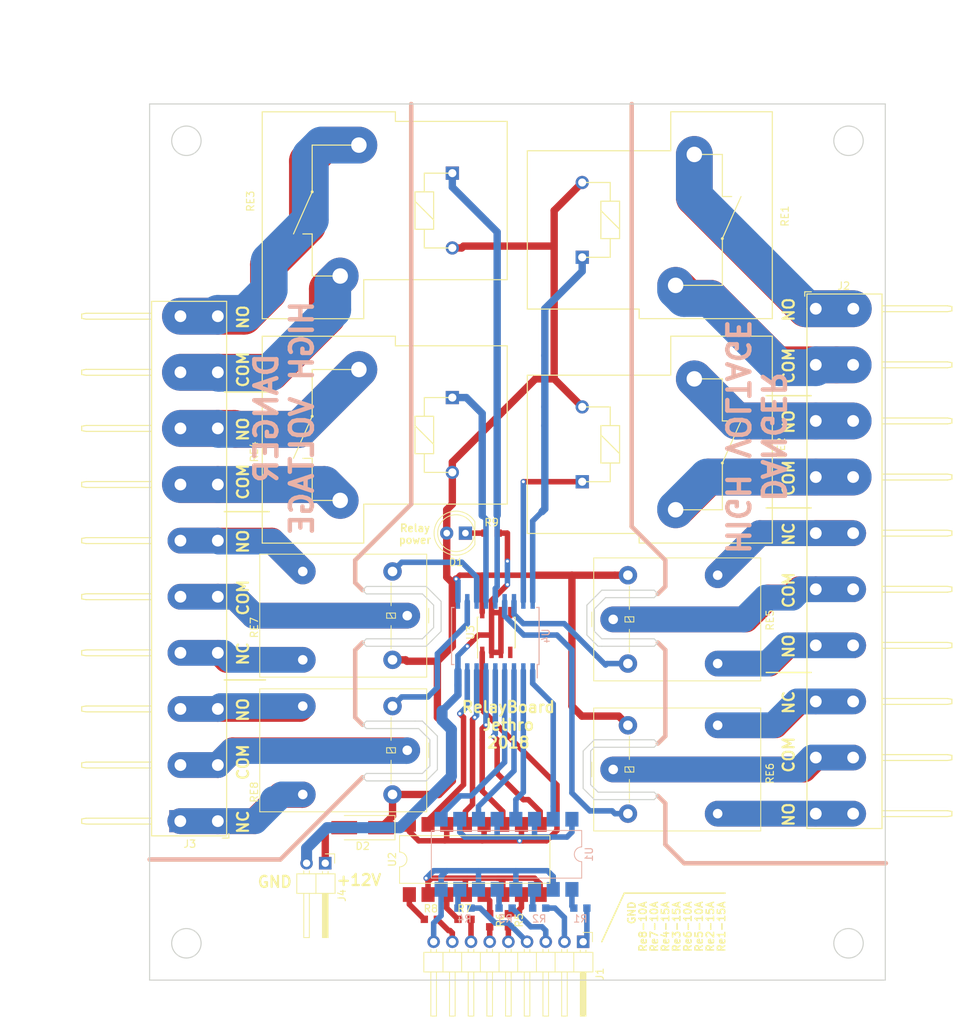
<source format=kicad_pcb>
(kicad_pcb (version 4) (host pcbnew 4.0.7-e2-6376~61~ubuntu18.04.1)

  (general
    (links 0)
    (no_connects 0)
    (area 43.759716 3.401467 176.650001 144.091858)
    (thickness 1.6)
    (drawings 155)
    (tracks 439)
    (zones 0)
    (modules 27)
    (nets 61)
  )

  (page A4)
  (layers
    (0 F.Cu signal)
    (31 B.Cu signal)
    (32 B.Adhes user)
    (33 F.Adhes user)
    (34 B.Paste user)
    (35 F.Paste user)
    (36 B.SilkS user)
    (37 F.SilkS user)
    (38 B.Mask user)
    (39 F.Mask user)
    (40 Dwgs.User user)
    (41 Cmts.User user)
    (42 Eco1.User user)
    (43 Eco2.User user)
    (44 Edge.Cuts user)
    (45 Margin user)
    (46 B.CrtYd user)
    (47 F.CrtYd user)
    (48 B.Fab user)
    (49 F.Fab user)
  )

  (setup
    (last_trace_width 1)
    (user_trace_width 0.75)
    (user_trace_width 1.5)
    (user_trace_width 2)
    (trace_clearance 0.3)
    (zone_clearance 0.508)
    (zone_45_only no)
    (trace_min 0.2)
    (segment_width 0.6)
    (edge_width 0.15)
    (via_size 0.6)
    (via_drill 0.4)
    (via_min_size 0.4)
    (via_min_drill 0.3)
    (uvia_size 0.3)
    (uvia_drill 0.1)
    (uvias_allowed no)
    (uvia_min_size 0.2)
    (uvia_min_drill 0.1)
    (pcb_text_width 0.3)
    (pcb_text_size 1.5 1.5)
    (mod_edge_width 0.15)
    (mod_text_size 1 1)
    (mod_text_width 0.15)
    (pad_size 1.524 1.524)
    (pad_drill 0.762)
    (pad_to_mask_clearance 0.2)
    (aux_axis_origin 0 0)
    (grid_origin 65.024 17.272)
    (visible_elements FFFFFF7F)
    (pcbplotparams
      (layerselection 0x00030_80000001)
      (usegerberextensions false)
      (excludeedgelayer true)
      (linewidth 0.100000)
      (plotframeref false)
      (viasonmask false)
      (mode 1)
      (useauxorigin false)
      (hpglpennumber 1)
      (hpglpenspeed 20)
      (hpglpendiameter 15)
      (hpglpenoverlay 2)
      (psnegative false)
      (psa4output false)
      (plotreference true)
      (plotvalue true)
      (plotinvisibletext false)
      (padsonsilk false)
      (subtractmaskfromsilk false)
      (outputformat 1)
      (mirror false)
      (drillshape 1)
      (scaleselection 1)
      (outputdirectory ./oven-control-board))
  )

  (net 0 "")
  (net 1 "Net-(J1-Pad1)")
  (net 2 "Net-(J1-Pad2)")
  (net 3 "Net-(J1-Pad3)")
  (net 4 "Net-(J1-Pad4)")
  (net 5 "Net-(J1-Pad5)")
  (net 6 "Net-(J1-Pad6)")
  (net 7 "Net-(J1-Pad7)")
  (net 8 "Net-(J1-Pad8)")
  (net 9 GNDD)
  (net 10 +12V)
  (net 11 "Net-(R1-Pad1)")
  (net 12 "Net-(R2-Pad1)")
  (net 13 "Net-(R3-Pad1)")
  (net 14 "Net-(R4-Pad1)")
  (net 15 "Net-(R5-Pad1)")
  (net 16 "Net-(R6-Pad1)")
  (net 17 "Net-(R7-Pad1)")
  (net 18 "Net-(R8-Pad1)")
  (net 19 "Net-(U1-Pad9)")
  (net 20 +5VP)
  (net 21 "Net-(U1-Pad11)")
  (net 22 "Net-(U1-Pad13)")
  (net 23 "Net-(U1-Pad15)")
  (net 24 "Net-(U2-Pad9)")
  (net 25 "Net-(U2-Pad11)")
  (net 26 "Net-(U2-Pad13)")
  (net 27 "Net-(U2-Pad15)")
  (net 28 GND)
  (net 29 "Net-(U3-Pad4)")
  (net 30 "Net-(U3-Pad5)")
  (net 31 /R1NO)
  (net 32 /R1IN)
  (net 33 /R2IN)
  (net 34 /R2NO)
  (net 35 /R5IN)
  (net 36 /R5NC)
  (net 37 /R5NO)
  (net 38 /R6IN)
  (net 39 /R6NC)
  (net 40 /R6NO)
  (net 41 /R3IN)
  (net 42 /R3NO)
  (net 43 /R4IN)
  (net 44 /R4NO)
  (net 45 /R7IN)
  (net 46 /R7NC)
  (net 47 /R7NO)
  (net 48 /R8IN)
  (net 49 /R8NC)
  (net 50 /R8NO)
  (net 51 "Net-(RE1-Pad1)")
  (net 52 "Net-(RE2-Pad1)")
  (net 53 "Net-(RE3-Pad1)")
  (net 54 "Net-(RE4-Pad1)")
  (net 55 "Net-(RE5-Pad2)")
  (net 56 "Net-(RE6-Pad2)")
  (net 57 "Net-(RE7-Pad2)")
  (net 58 "Net-(RE8-Pad2)")
  (net 59 "Net-(D1-Pad1)")
  (net 60 "Net-(D2-Pad2)")

  (net_class Default "Toto je výchozí třída sítě."
    (clearance 0.3)
    (trace_width 1)
    (via_dia 0.6)
    (via_drill 0.4)
    (uvia_dia 0.3)
    (uvia_drill 0.1)
    (add_net +12V)
    (add_net +5VP)
    (add_net GND)
    (add_net GNDD)
    (add_net "Net-(D1-Pad1)")
    (add_net "Net-(D2-Pad2)")
    (add_net "Net-(J1-Pad1)")
    (add_net "Net-(J1-Pad2)")
    (add_net "Net-(J1-Pad3)")
    (add_net "Net-(J1-Pad4)")
    (add_net "Net-(J1-Pad5)")
    (add_net "Net-(J1-Pad6)")
    (add_net "Net-(J1-Pad7)")
    (add_net "Net-(J1-Pad8)")
    (add_net "Net-(R1-Pad1)")
    (add_net "Net-(R2-Pad1)")
    (add_net "Net-(R3-Pad1)")
    (add_net "Net-(R4-Pad1)")
    (add_net "Net-(R5-Pad1)")
    (add_net "Net-(R6-Pad1)")
    (add_net "Net-(R7-Pad1)")
    (add_net "Net-(R8-Pad1)")
    (add_net "Net-(RE1-Pad1)")
    (add_net "Net-(RE2-Pad1)")
    (add_net "Net-(RE3-Pad1)")
    (add_net "Net-(RE4-Pad1)")
    (add_net "Net-(RE5-Pad2)")
    (add_net "Net-(RE6-Pad2)")
    (add_net "Net-(RE7-Pad2)")
    (add_net "Net-(RE8-Pad2)")
    (add_net "Net-(U1-Pad11)")
    (add_net "Net-(U1-Pad13)")
    (add_net "Net-(U1-Pad15)")
    (add_net "Net-(U1-Pad9)")
    (add_net "Net-(U2-Pad11)")
    (add_net "Net-(U2-Pad13)")
    (add_net "Net-(U2-Pad15)")
    (add_net "Net-(U2-Pad9)")
    (add_net "Net-(U3-Pad4)")
    (add_net "Net-(U3-Pad5)")
  )

  (net_class 240V/10A ""
    (clearance 2)
    (trace_width 3.5)
    (via_dia 2.5)
    (via_drill 2)
    (uvia_dia 0.3)
    (uvia_drill 0.1)
    (add_net /R5IN)
    (add_net /R5NC)
    (add_net /R5NO)
    (add_net /R6IN)
    (add_net /R6NC)
    (add_net /R6NO)
    (add_net /R7IN)
    (add_net /R7NC)
    (add_net /R7NO)
    (add_net /R8IN)
    (add_net /R8NC)
    (add_net /R8NO)
  )

  (net_class 240V/20A ""
    (clearance 2)
    (trace_width 5)
    (via_dia 3)
    (via_drill 2.5)
    (uvia_dia 0.3)
    (uvia_drill 0.1)
    (add_net /R1IN)
    (add_net /R1NO)
    (add_net /R2IN)
    (add_net /R2NO)
    (add_net /R3IN)
    (add_net /R3NO)
    (add_net /R4IN)
    (add_net /R4NO)
  )

  (module Relay_THT:Relay_SPDT_Omron-G5LE-1 (layer F.Cu) (tedit 5B25176E) (tstamp 5B15EC53)
    (at 100.044 86.772 270)
    (descr "Omron Relay SPDT, http://www.omron.com/ecb/products/pdf/en-g5le.pdf")
    (tags "Omron Relay SPDT")
    (path /5B159DA7)
    (fp_text reference RE7 (at 1.62 20.796 270) (layer F.SilkS)
      (effects (font (size 1 1) (thickness 0.15)))
    )
    (fp_text value G5LE-1 (at -4.984 -4.096 270) (layer F.Fab)
      (effects (font (size 1 1) (thickness 0.15)))
    )
    (fp_line (start 0 -1.55) (end 1 -2.55) (layer F.Fab) (width 0.1))
    (fp_line (start 1 -2.55) (end 8.25 -2.55) (layer F.Fab) (width 0.1))
    (fp_line (start 8.25 -2.55) (end 8.25 19.95) (layer F.Fab) (width 0.1))
    (fp_line (start 8.25 19.95) (end -8.25 19.95) (layer F.Fab) (width 0.1))
    (fp_line (start -8.25 19.95) (end -8.25 -2.55) (layer F.Fab) (width 0.1))
    (fp_line (start -8.25 -2.55) (end -1 -2.55) (layer F.Fab) (width 0.1))
    (fp_line (start -1 -2.55) (end 0 -1.55) (layer F.Fab) (width 0.1))
    (fp_line (start -4.5 2) (end 4.5 2) (layer F.Fab) (width 0.1))
    (fp_line (start 8.35 20.05) (end 8.35 -2.65) (layer F.SilkS) (width 0.12))
    (fp_line (start 8.35 -2.65) (end -8.35 -2.65) (layer F.SilkS) (width 0.12))
    (fp_line (start -8.35 -2.65) (end -8.35 20.05) (layer F.SilkS) (width 0.12))
    (fp_line (start -8.35 20.05) (end 8.35 20.05) (layer F.SilkS) (width 0.12))
    (fp_line (start -0.35 2.4) (end 0.35 2) (layer F.SilkS) (width 0.12))
    (fp_line (start 0.35 2.8) (end 0.35 1.6) (layer F.SilkS) (width 0.12))
    (fp_line (start 0.35 1.6) (end -0.35 1.6) (layer F.SilkS) (width 0.12))
    (fp_line (start -0.35 1.6) (end -0.35 2.8) (layer F.SilkS) (width 0.12))
    (fp_line (start -0.35 2.8) (end 0.35 2.8) (layer F.SilkS) (width 0.12))
    (fp_line (start -1 -2.91) (end 1 -2.91) (layer F.SilkS) (width 0.12))
    (fp_line (start -4.5 2.2) (end -1.35 2.2) (layer F.SilkS) (width 0.12))
    (fp_line (start 1.35 2.2) (end 4.5 2.2) (layer F.SilkS) (width 0.12))
    (fp_line (start 8.5 20.2) (end 8.5 -2.8) (layer F.CrtYd) (width 0.05))
    (fp_line (start 8.5 -2.8) (end -8.5 -2.8) (layer F.CrtYd) (width 0.05))
    (fp_line (start -8.5 -2.8) (end -8.5 20.2) (layer F.CrtYd) (width 0.05))
    (fp_line (start -8.5 20.2) (end 8.5 20.2) (layer F.CrtYd) (width 0.05))
    (fp_text user %R (at 0 8.7 270) (layer F.Fab)
      (effects (font (size 1 1) (thickness 0.15)))
    )
    (pad 1 thru_hole rect (at 0 0 270) (size 2.5 2.5) (drill 1.3) (layers *.Cu *.Mask)
      (net 45 /R7IN))
    (pad 2 thru_hole oval (at -6 2 270) (size 2.5 2.5) (drill 1.3) (layers *.Cu *.Mask)
      (net 57 "Net-(RE7-Pad2)"))
    (pad 3 thru_hole oval (at -6 14.2 270) (size 2.5 2.5) (drill 1.3) (layers *.Cu *.Mask)
      (net 47 /R7NO))
    (pad 4 thru_hole oval (at 6 14.2 270) (size 2.5 2.5) (drill 1.3) (layers *.Cu *.Mask)
      (net 46 /R7NC))
    (pad 5 thru_hole oval (at 6 2 270) (size 2.5 2.5) (drill 1.3) (layers *.Cu *.Mask)
      (net 10 +12V))
    (model ${KISYS3DMOD}/Relay_THT.3dshapes/Relay_SPDT_Omron-G5LE-1.wrl
      (at (xyz 0 0 0))
      (scale (xyz 1 1 1))
      (rotate (xyz 0 0 0))
    )
  )

  (module Connector:Faston_1x10_P7.62mm_Horizontal (layer F.Cu) (tedit 5B146BF0) (tstamp 5B14F874)
    (at 155.575 45.085)
    (descr https://www.tme.eu/cz/Document/89dba05d43ba1c3bcce9c9d7c5dace0d/XY256RA1.pdf)
    (tags "single row 1x10 XY256RA1 faston")
    (path /5B15A616)
    (fp_text reference J2 (at 3.8 -3.1) (layer F.SilkS)
      (effects (font (size 1 1) (thickness 0.15)))
    )
    (fp_text value Conn_01x10_Male (at 4.7 72.5) (layer F.Fab)
      (effects (font (size 1 1) (thickness 0.15)))
    )
    (fp_line (start -1.5 -2.3) (end -1.5 -1.7) (layer F.SilkS) (width 0.15))
    (fp_line (start -0.6 -2.3) (end -1.5 -2.3) (layer F.SilkS) (width 0.15))
    (fp_line (start 19 71.1) (end 19 70) (layer F.CrtYd) (width 0.15))
    (fp_line (start -1.7 71.1) (end 19 71.1) (layer F.CrtYd) (width 0.15))
    (fp_line (start -1.7 -2.5) (end -1.7 71.1) (layer F.CrtYd) (width 0.15))
    (fp_line (start 19 -2.5) (end 19 70) (layer F.CrtYd) (width 0.15))
    (fp_line (start -1.7 -2.5) (end 19 -2.5) (layer F.CrtYd) (width 0.15))
    (fp_line (start 17.9 -0.4) (end 9 -0.4) (layer F.SilkS) (width 0.15))
    (fp_line (start 17.9 0.4) (end 18.5 0.3) (layer F.SilkS) (width 0.15))
    (fp_line (start 18.5 -0.3) (end 18.5 0.3) (layer F.SilkS) (width 0.15))
    (fp_line (start 17.9 -0.4) (end 18.5 -0.3) (layer F.SilkS) (width 0.15))
    (fp_line (start 17.9 0.4) (end 9 0.4) (layer F.SilkS) (width 0.15))
    (fp_line (start -1.2 70.6) (end -1.2 0) (layer F.SilkS) (width 0.15))
    (fp_line (start 9 70.6) (end -1.2 70.6) (layer F.SilkS) (width 0.15))
    (fp_line (start 9 -2) (end 9 70.6) (layer F.SilkS) (width 0.15))
    (fp_line (start -1.2 -2) (end 9 -2) (layer F.SilkS) (width 0.15))
    (fp_line (start -1.2 0) (end -1.2 -2) (layer F.SilkS) (width 0.15))
    (fp_text user %R (at -3.8 30.4 90) (layer F.Fab)
      (effects (font (size 1 1) (thickness 0.15)))
    )
    (fp_line (start 17.9 7.22) (end 18.5 7.32) (layer F.SilkS) (width 0.15))
    (fp_line (start 17.9 14.84) (end 18.5 14.94) (layer F.SilkS) (width 0.15))
    (fp_line (start 17.9 22.46) (end 18.5 22.56) (layer F.SilkS) (width 0.15))
    (fp_line (start 17.9 30.08) (end 18.5 30.18) (layer F.SilkS) (width 0.15))
    (fp_line (start 17.9 37.7) (end 18.5 37.8) (layer F.SilkS) (width 0.15))
    (fp_line (start 17.9 45.32) (end 18.5 45.42) (layer F.SilkS) (width 0.15))
    (fp_line (start 17.9 52.94) (end 18.5 53.04) (layer F.SilkS) (width 0.15))
    (fp_line (start 17.9 60.56) (end 18.5 60.66) (layer F.SilkS) (width 0.15))
    (fp_line (start 17.9 68.18) (end 18.5 68.28) (layer F.SilkS) (width 0.15))
    (fp_line (start 17.9 7.22) (end 9 7.22) (layer F.SilkS) (width 0.15))
    (fp_line (start 17.9 14.84) (end 9 14.84) (layer F.SilkS) (width 0.15))
    (fp_line (start 17.9 22.46) (end 9 22.46) (layer F.SilkS) (width 0.15))
    (fp_line (start 17.9 30.08) (end 9 30.08) (layer F.SilkS) (width 0.15))
    (fp_line (start 17.9 37.7) (end 9 37.7) (layer F.SilkS) (width 0.15))
    (fp_line (start 17.9 45.32) (end 9 45.32) (layer F.SilkS) (width 0.15))
    (fp_line (start 17.9 52.94) (end 9 52.94) (layer F.SilkS) (width 0.15))
    (fp_line (start 17.9 60.56) (end 9 60.56) (layer F.SilkS) (width 0.15))
    (fp_line (start 17.9 68.18) (end 9 68.18) (layer F.SilkS) (width 0.15))
    (fp_line (start 17.9 8.02) (end 18.5 7.92) (layer F.SilkS) (width 0.15))
    (fp_line (start 17.9 15.64) (end 18.5 15.54) (layer F.SilkS) (width 0.15))
    (fp_line (start 17.9 23.26) (end 18.5 23.16) (layer F.SilkS) (width 0.15))
    (fp_line (start 17.9 30.88) (end 18.5 30.78) (layer F.SilkS) (width 0.15))
    (fp_line (start 17.9 38.5) (end 18.5 38.4) (layer F.SilkS) (width 0.15))
    (fp_line (start 17.9 46.12) (end 18.5 46.02) (layer F.SilkS) (width 0.15))
    (fp_line (start 17.9 53.74) (end 18.5 53.64) (layer F.SilkS) (width 0.15))
    (fp_line (start 17.9 61.36) (end 18.5 61.26) (layer F.SilkS) (width 0.15))
    (fp_line (start 17.9 68.98) (end 18.5 68.88) (layer F.SilkS) (width 0.15))
    (fp_line (start 18.5 7.32) (end 18.5 7.92) (layer F.SilkS) (width 0.15))
    (fp_line (start 18.5 14.94) (end 18.5 15.54) (layer F.SilkS) (width 0.15))
    (fp_line (start 18.5 22.56) (end 18.5 23.16) (layer F.SilkS) (width 0.15))
    (fp_line (start 18.5 30.18) (end 18.5 30.78) (layer F.SilkS) (width 0.15))
    (fp_line (start 18.5 37.8) (end 18.5 38.4) (layer F.SilkS) (width 0.15))
    (fp_line (start 18.5 45.42) (end 18.5 46.02) (layer F.SilkS) (width 0.15))
    (fp_line (start 18.5 53.04) (end 18.5 53.64) (layer F.SilkS) (width 0.15))
    (fp_line (start 18.5 60.66) (end 18.5 61.26) (layer F.SilkS) (width 0.15))
    (fp_line (start 18.5 68.28) (end 18.5 68.88) (layer F.SilkS) (width 0.15))
    (fp_line (start 17.9 8.02) (end 9 8.02) (layer F.SilkS) (width 0.15))
    (fp_line (start 17.9 15.64) (end 9 15.64) (layer F.SilkS) (width 0.15))
    (fp_line (start 17.9 23.26) (end 9 23.26) (layer F.SilkS) (width 0.15))
    (fp_line (start 17.9 30.88) (end 9 30.88) (layer F.SilkS) (width 0.15))
    (fp_line (start 17.9 38.5) (end 9 38.5) (layer F.SilkS) (width 0.15))
    (fp_line (start 17.9 46.12) (end 9 46.12) (layer F.SilkS) (width 0.15))
    (fp_line (start 17.9 53.74) (end 9 53.74) (layer F.SilkS) (width 0.15))
    (fp_line (start 17.9 61.36) (end 9 61.36) (layer F.SilkS) (width 0.15))
    (fp_line (start 17.9 68.98) (end 9 68.98) (layer F.SilkS) (width 0.15))
    (pad 1 thru_hole rect (at 0 0) (size 3 3) (drill 1.6) (layers *.Cu *.Mask)
      (net 31 /R1NO))
    (pad 2 thru_hole circle (at 0 7.62) (size 3.2 3.2) (drill 1.6) (layers *.Cu *.Mask)
      (net 32 /R1IN))
    (pad 1 thru_hole rect (at 5.1 0) (size 3 3) (drill 1.6) (layers *.Cu *.Mask)
      (net 31 /R1NO))
    (pad 2 thru_hole circle (at 5.08 7.62) (size 3.2 3.2) (drill 1.6) (layers *.Cu *.Mask)
      (net 32 /R1IN))
    (pad 3 thru_hole circle (at 0 15.24) (size 3.2 3.2) (drill 1.6) (layers *.Cu *.Mask)
      (net 33 /R2IN))
    (pad 3 thru_hole circle (at 5.08 15.24) (size 3.2 3.2) (drill 1.6) (layers *.Cu *.Mask)
      (net 33 /R2IN))
    (pad 4 thru_hole circle (at 0 22.86) (size 3.2 3.2) (drill 1.6) (layers *.Cu *.Mask)
      (net 34 /R2NO))
    (pad 4 thru_hole circle (at 5.08 22.86) (size 3.2 3.2) (drill 1.6) (layers *.Cu *.Mask)
      (net 34 /R2NO))
    (pad 5 thru_hole circle (at 0 30.48) (size 3.2 3.2) (drill 1.6) (layers *.Cu *.Mask)
      (net 36 /R5NC))
    (pad 5 thru_hole circle (at 5.08 30.48) (size 3.2 3.2) (drill 1.6) (layers *.Cu *.Mask)
      (net 36 /R5NC))
    (pad 6 thru_hole circle (at 0 38.1) (size 3.2 3.2) (drill 1.6) (layers *.Cu *.Mask)
      (net 35 /R5IN))
    (pad 6 thru_hole circle (at 5.08 38.1) (size 3.2 3.2) (drill 1.6) (layers *.Cu *.Mask)
      (net 35 /R5IN))
    (pad 7 thru_hole circle (at 0 45.72) (size 3.2 3.2) (drill 1.6) (layers *.Cu *.Mask)
      (net 37 /R5NO))
    (pad 7 thru_hole circle (at 5.08 45.72) (size 3.2 3.2) (drill 1.6) (layers *.Cu *.Mask)
      (net 37 /R5NO))
    (pad 8 thru_hole circle (at 0 53.34) (size 3.2 3.2) (drill 1.6) (layers *.Cu *.Mask)
      (net 39 /R6NC))
    (pad 8 thru_hole circle (at 5.08 53.34) (size 3.2 3.2) (drill 1.6) (layers *.Cu *.Mask)
      (net 39 /R6NC))
    (pad 9 thru_hole circle (at 0 60.96) (size 3.2 3.2) (drill 1.6) (layers *.Cu *.Mask)
      (net 38 /R6IN))
    (pad 9 thru_hole circle (at 5.08 60.96) (size 3.2 3.2) (drill 1.6) (layers *.Cu *.Mask)
      (net 38 /R6IN))
    (pad 10 thru_hole circle (at 0 68.58) (size 3.2 3.2) (drill 1.6) (layers *.Cu *.Mask)
      (net 40 /R6NO))
    (pad 10 thru_hole circle (at 5.08 68.58) (size 3.2 3.2) (drill 1.6) (layers *.Cu *.Mask)
      (net 40 /R6NO))
    (model ${KISYS3DMOD}/Connector_PinHeader_2.54mm.3dshapes/PinHeader_1x02_P2.54mm_Horizontal.wrl
      (at (xyz 0 0 0))
      (scale (xyz 1 1 1))
      (rotate (xyz 0 0 0))
    )
  )

  (module Relay_THT:Relay_SPST_Hongfa_HF105F1 (layer F.Cu) (tedit 5B25178A) (tstamp 5B15EBED)
    (at 80.832 76.42 90)
    (descr http://www.hongfa.com/pro/pdf/HF105F-1_en.pdf)
    (tags "Relay SPST-NO Hongfa")
    (path /5B146A59)
    (fp_text reference RE4 (at 11.904 -1.584 270) (layer F.SilkS)
      (effects (font (size 1 1) (thickness 0.15)))
    )
    (fp_text value G5Q-1A (at 16.0315 35.119 90) (layer F.Fab)
      (effects (font (size 1 1) (thickness 0.15)))
    )
    (fp_circle (center 16.73 6.29) (end 16.73 6.163) (layer F.SilkS) (width 0.15))
    (fp_line (start 16.73 6.29) (end 23.08 6.29) (layer F.SilkS) (width 0.15))
    (fp_line (start 11.015 6.29) (end 11.015 5.02) (layer F.SilkS) (width 0.15))
    (fp_line (start 5.3 6.29) (end 11.015 6.29) (layer F.SilkS) (width 0.15))
    (fp_line (start 16.73 6.29) (end 11.015 3.75) (layer F.SilkS) (width 0.15))
    (fp_line (start 5.3 6.29) (end 5.3 10.1) (layer F.SilkS) (width 0.15))
    (fp_line (start 23.08 12.64) (end 23.08 6.29) (layer F.SilkS) (width 0.15))
    (fp_line (start 15.46 20.26) (end 12.92 22.8) (layer F.SilkS) (width 0.15))
    (fp_line (start 16.73 22.8) (end 16.73 21.53) (layer F.SilkS) (width 0.15))
    (fp_line (start 11.65 22.8) (end 16.73 22.8) (layer F.SilkS) (width 0.15))
    (fp_line (start 11.65 20.26) (end 11.65 22.8) (layer F.SilkS) (width 0.15))
    (fp_line (start 16.73 20.26) (end 11.65 20.26) (layer F.SilkS) (width 0.15))
    (fp_line (start 16.73 21.53) (end 16.73 20.26) (layer F.SilkS) (width 0.15))
    (fp_line (start 19.27 21.53) (end 16.73 21.53) (layer F.SilkS) (width 0.15))
    (fp_line (start 19.27 25.34) (end 19.27 21.53) (layer F.SilkS) (width 0.15))
    (fp_line (start 9.11 21.53) (end 11.65 21.53) (layer F.SilkS) (width 0.15))
    (fp_line (start 9.11 25.34) (end 9.11 21.53) (layer F.SilkS) (width 0.15))
    (fp_line (start -0.8 13.6) (end -0.8 -0.8) (layer F.CrtYd) (width 0.15))
    (fp_line (start 4.5 13.6) (end -0.8 13.6) (layer F.CrtYd) (width 0.15))
    (fp_line (start 4.5 33.1) (end 4.5 13.6) (layer F.CrtYd) (width 0.15))
    (fp_line (start 26.6 33.1) (end 4.5 33.1) (layer F.CrtYd) (width 0.15))
    (fp_line (start 26.6 17.9) (end 26.6 33.1) (layer F.CrtYd) (width 0.15))
    (fp_line (start 27.9 17.9) (end 26.6 17.9) (layer F.CrtYd) (width 0.15))
    (fp_line (start 27.9 -0.8) (end 27.9 17.9) (layer F.CrtYd) (width 0.15))
    (fp_line (start -0.8 -0.8) (end 27.9 -0.8) (layer F.CrtYd) (width 0.15))
    (fp_line (start 0 12.8) (end 0 0) (layer F.Fab) (width 0.15))
    (fp_line (start 5.3 12.8) (end 0 12.8) (layer F.Fab) (width 0.15))
    (fp_line (start 5.3 32.3) (end 5.3 12.8) (layer F.Fab) (width 0.15))
    (fp_line (start 25.8 32.3) (end 5.3 32.3) (layer F.Fab) (width 0.15))
    (fp_line (start 25.8 32.2) (end 25.8 32.3) (layer F.Fab) (width 0.15))
    (fp_line (start 25.8 17.1) (end 25.8 32.2) (layer F.Fab) (width 0.15))
    (fp_line (start 27.1 17.1) (end 25.8 17.1) (layer F.Fab) (width 0.15))
    (fp_line (start 27.1 0) (end 27.1 17.1) (layer F.Fab) (width 0.15))
    (fp_line (start 0 0) (end 27.1 0) (layer F.Fab) (width 0.15))
    (fp_line (start 26.3 17.6) (end 27.6 17.6) (layer F.SilkS) (width 0.15))
    (fp_line (start 26.3 32.8) (end 26.3 17.6) (layer F.SilkS) (width 0.15))
    (fp_line (start 27.6 -0.5) (end 27.6 17.6) (layer F.SilkS) (width 0.15))
    (fp_line (start -0.5 -0.5) (end 27.6 -0.5) (layer F.SilkS) (width 0.15))
    (fp_line (start 4.8 32.8) (end 26.3 32.8) (layer F.SilkS) (width 0.15))
    (fp_line (start 4.8 13.3) (end 4.8 32.8) (layer F.SilkS) (width 0.15))
    (fp_line (start -0.5 13.3) (end 4.8 13.3) (layer F.SilkS) (width 0.15))
    (fp_line (start -0.5 -0.5) (end -0.5 13.3) (layer F.SilkS) (width 0.15))
    (fp_text user %R (at 35.9705 6.9885 90) (layer F.Fab)
      (effects (font (size 1 1) (thickness 0.15)))
    )
    (pad 1 thru_hole rect (at 19.27 25.34 270) (size 1.8 1.8) (drill 1.1) (layers *.Cu *.Mask)
      (net 54 "Net-(RE4-Pad1)"))
    (pad 2 thru_hole circle (at 23.08 12.64 270) (size 3.5 3.5) (drill 2.1) (layers *.Cu *.Mask)
      (net 44 /R4NO))
    (pad 3 thru_hole circle (at 5.3 10.1 270) (size 3.5 3.5) (drill 2.1) (layers *.Cu *.Mask)
      (net 43 /R4IN))
    (pad 5 thru_hole circle (at 9.11 25.34 270) (size 1.8 1.8) (drill 1.1) (layers *.Cu *.Mask)
      (net 10 +12V))
    (model ${KISYS3DMOD}/Relay_THT.3dshapes/Relay_SPST_Omron-G5Q-1A.wrl
      (at (xyz 0 0 0))
      (scale (xyz 1 1 1))
      (rotate (xyz 0 0 0))
    )
  )

  (module Connector:Faston_1x10_P7.62mm_Horizontal (layer F.Cu) (tedit 5B146BF0) (tstamp 5B14F8CA)
    (at 74.295 114.681 180)
    (descr https://www.tme.eu/cz/Document/89dba05d43ba1c3bcce9c9d7c5dace0d/XY256RA1.pdf)
    (tags "single row 1x10 XY256RA1 faston")
    (path /5B15E8FA)
    (fp_text reference J3 (at 3.8 -3.1 180) (layer F.SilkS)
      (effects (font (size 1 1) (thickness 0.15)))
    )
    (fp_text value Conn_01x10_Male (at 4.7 72.5 180) (layer F.Fab)
      (effects (font (size 1 1) (thickness 0.15)))
    )
    (fp_line (start -1.5 -2.3) (end -1.5 -1.7) (layer F.SilkS) (width 0.15))
    (fp_line (start -0.6 -2.3) (end -1.5 -2.3) (layer F.SilkS) (width 0.15))
    (fp_line (start 19 71.1) (end 19 70) (layer F.CrtYd) (width 0.15))
    (fp_line (start -1.7 71.1) (end 19 71.1) (layer F.CrtYd) (width 0.15))
    (fp_line (start -1.7 -2.5) (end -1.7 71.1) (layer F.CrtYd) (width 0.15))
    (fp_line (start 19 -2.5) (end 19 70) (layer F.CrtYd) (width 0.15))
    (fp_line (start -1.7 -2.5) (end 19 -2.5) (layer F.CrtYd) (width 0.15))
    (fp_line (start 17.9 -0.4) (end 9 -0.4) (layer F.SilkS) (width 0.15))
    (fp_line (start 17.9 0.4) (end 18.5 0.3) (layer F.SilkS) (width 0.15))
    (fp_line (start 18.5 -0.3) (end 18.5 0.3) (layer F.SilkS) (width 0.15))
    (fp_line (start 17.9 -0.4) (end 18.5 -0.3) (layer F.SilkS) (width 0.15))
    (fp_line (start 17.9 0.4) (end 9 0.4) (layer F.SilkS) (width 0.15))
    (fp_line (start -1.2 70.6) (end -1.2 0) (layer F.SilkS) (width 0.15))
    (fp_line (start 9 70.6) (end -1.2 70.6) (layer F.SilkS) (width 0.15))
    (fp_line (start 9 -2) (end 9 70.6) (layer F.SilkS) (width 0.15))
    (fp_line (start -1.2 -2) (end 9 -2) (layer F.SilkS) (width 0.15))
    (fp_line (start -1.2 0) (end -1.2 -2) (layer F.SilkS) (width 0.15))
    (fp_text user %R (at -3.8 30.4 270) (layer F.Fab)
      (effects (font (size 1 1) (thickness 0.15)))
    )
    (fp_line (start 17.9 7.22) (end 18.5 7.32) (layer F.SilkS) (width 0.15))
    (fp_line (start 17.9 14.84) (end 18.5 14.94) (layer F.SilkS) (width 0.15))
    (fp_line (start 17.9 22.46) (end 18.5 22.56) (layer F.SilkS) (width 0.15))
    (fp_line (start 17.9 30.08) (end 18.5 30.18) (layer F.SilkS) (width 0.15))
    (fp_line (start 17.9 37.7) (end 18.5 37.8) (layer F.SilkS) (width 0.15))
    (fp_line (start 17.9 45.32) (end 18.5 45.42) (layer F.SilkS) (width 0.15))
    (fp_line (start 17.9 52.94) (end 18.5 53.04) (layer F.SilkS) (width 0.15))
    (fp_line (start 17.9 60.56) (end 18.5 60.66) (layer F.SilkS) (width 0.15))
    (fp_line (start 17.9 68.18) (end 18.5 68.28) (layer F.SilkS) (width 0.15))
    (fp_line (start 17.9 7.22) (end 9 7.22) (layer F.SilkS) (width 0.15))
    (fp_line (start 17.9 14.84) (end 9 14.84) (layer F.SilkS) (width 0.15))
    (fp_line (start 17.9 22.46) (end 9 22.46) (layer F.SilkS) (width 0.15))
    (fp_line (start 17.9 30.08) (end 9 30.08) (layer F.SilkS) (width 0.15))
    (fp_line (start 17.9 37.7) (end 9 37.7) (layer F.SilkS) (width 0.15))
    (fp_line (start 17.9 45.32) (end 9 45.32) (layer F.SilkS) (width 0.15))
    (fp_line (start 17.9 52.94) (end 9 52.94) (layer F.SilkS) (width 0.15))
    (fp_line (start 17.9 60.56) (end 9 60.56) (layer F.SilkS) (width 0.15))
    (fp_line (start 17.9 68.18) (end 9 68.18) (layer F.SilkS) (width 0.15))
    (fp_line (start 17.9 8.02) (end 18.5 7.92) (layer F.SilkS) (width 0.15))
    (fp_line (start 17.9 15.64) (end 18.5 15.54) (layer F.SilkS) (width 0.15))
    (fp_line (start 17.9 23.26) (end 18.5 23.16) (layer F.SilkS) (width 0.15))
    (fp_line (start 17.9 30.88) (end 18.5 30.78) (layer F.SilkS) (width 0.15))
    (fp_line (start 17.9 38.5) (end 18.5 38.4) (layer F.SilkS) (width 0.15))
    (fp_line (start 17.9 46.12) (end 18.5 46.02) (layer F.SilkS) (width 0.15))
    (fp_line (start 17.9 53.74) (end 18.5 53.64) (layer F.SilkS) (width 0.15))
    (fp_line (start 17.9 61.36) (end 18.5 61.26) (layer F.SilkS) (width 0.15))
    (fp_line (start 17.9 68.98) (end 18.5 68.88) (layer F.SilkS) (width 0.15))
    (fp_line (start 18.5 7.32) (end 18.5 7.92) (layer F.SilkS) (width 0.15))
    (fp_line (start 18.5 14.94) (end 18.5 15.54) (layer F.SilkS) (width 0.15))
    (fp_line (start 18.5 22.56) (end 18.5 23.16) (layer F.SilkS) (width 0.15))
    (fp_line (start 18.5 30.18) (end 18.5 30.78) (layer F.SilkS) (width 0.15))
    (fp_line (start 18.5 37.8) (end 18.5 38.4) (layer F.SilkS) (width 0.15))
    (fp_line (start 18.5 45.42) (end 18.5 46.02) (layer F.SilkS) (width 0.15))
    (fp_line (start 18.5 53.04) (end 18.5 53.64) (layer F.SilkS) (width 0.15))
    (fp_line (start 18.5 60.66) (end 18.5 61.26) (layer F.SilkS) (width 0.15))
    (fp_line (start 18.5 68.28) (end 18.5 68.88) (layer F.SilkS) (width 0.15))
    (fp_line (start 17.9 8.02) (end 9 8.02) (layer F.SilkS) (width 0.15))
    (fp_line (start 17.9 15.64) (end 9 15.64) (layer F.SilkS) (width 0.15))
    (fp_line (start 17.9 23.26) (end 9 23.26) (layer F.SilkS) (width 0.15))
    (fp_line (start 17.9 30.88) (end 9 30.88) (layer F.SilkS) (width 0.15))
    (fp_line (start 17.9 38.5) (end 9 38.5) (layer F.SilkS) (width 0.15))
    (fp_line (start 17.9 46.12) (end 9 46.12) (layer F.SilkS) (width 0.15))
    (fp_line (start 17.9 53.74) (end 9 53.74) (layer F.SilkS) (width 0.15))
    (fp_line (start 17.9 61.36) (end 9 61.36) (layer F.SilkS) (width 0.15))
    (fp_line (start 17.9 68.98) (end 9 68.98) (layer F.SilkS) (width 0.15))
    (pad 1 thru_hole rect (at 0 0 180) (size 3 3) (drill 1.6) (layers *.Cu *.Mask)
      (net 49 /R8NC))
    (pad 2 thru_hole circle (at 0 7.62 180) (size 3.2 3.2) (drill 1.6) (layers *.Cu *.Mask)
      (net 48 /R8IN))
    (pad 1 thru_hole rect (at 5.1 0 180) (size 3 3) (drill 1.6) (layers *.Cu *.Mask)
      (net 49 /R8NC))
    (pad 2 thru_hole circle (at 5.08 7.62 180) (size 3.2 3.2) (drill 1.6) (layers *.Cu *.Mask)
      (net 48 /R8IN))
    (pad 3 thru_hole circle (at 0 15.24 180) (size 3.2 3.2) (drill 1.6) (layers *.Cu *.Mask)
      (net 50 /R8NO))
    (pad 3 thru_hole circle (at 5.08 15.24 180) (size 3.2 3.2) (drill 1.6) (layers *.Cu *.Mask)
      (net 50 /R8NO))
    (pad 4 thru_hole circle (at 0 22.86 180) (size 3.2 3.2) (drill 1.6) (layers *.Cu *.Mask)
      (net 46 /R7NC))
    (pad 4 thru_hole circle (at 5.08 22.86 180) (size 3.2 3.2) (drill 1.6) (layers *.Cu *.Mask)
      (net 46 /R7NC))
    (pad 5 thru_hole circle (at 0 30.48 180) (size 3.2 3.2) (drill 1.6) (layers *.Cu *.Mask)
      (net 45 /R7IN))
    (pad 5 thru_hole circle (at 5.08 30.48 180) (size 3.2 3.2) (drill 1.6) (layers *.Cu *.Mask)
      (net 45 /R7IN))
    (pad 6 thru_hole circle (at 0 38.1 180) (size 3.2 3.2) (drill 1.6) (layers *.Cu *.Mask)
      (net 47 /R7NO))
    (pad 6 thru_hole circle (at 5.08 38.1 180) (size 3.2 3.2) (drill 1.6) (layers *.Cu *.Mask)
      (net 47 /R7NO))
    (pad 7 thru_hole circle (at 0 45.72 180) (size 3.2 3.2) (drill 1.6) (layers *.Cu *.Mask)
      (net 43 /R4IN))
    (pad 7 thru_hole circle (at 5.08 45.72 180) (size 3.2 3.2) (drill 1.6) (layers *.Cu *.Mask)
      (net 43 /R4IN))
    (pad 8 thru_hole circle (at 0 53.34 180) (size 3.2 3.2) (drill 1.6) (layers *.Cu *.Mask)
      (net 44 /R4NO))
    (pad 8 thru_hole circle (at 5.08 53.34 180) (size 3.2 3.2) (drill 1.6) (layers *.Cu *.Mask)
      (net 44 /R4NO))
    (pad 9 thru_hole circle (at 0 60.96 180) (size 3.2 3.2) (drill 1.6) (layers *.Cu *.Mask)
      (net 41 /R3IN))
    (pad 9 thru_hole circle (at 5.08 60.96 180) (size 3.2 3.2) (drill 1.6) (layers *.Cu *.Mask)
      (net 41 /R3IN))
    (pad 10 thru_hole circle (at 0 68.58 180) (size 3.2 3.2) (drill 1.6) (layers *.Cu *.Mask)
      (net 42 /R3NO))
    (pad 10 thru_hole circle (at 5.08 68.58 180) (size 3.2 3.2) (drill 1.6) (layers *.Cu *.Mask)
      (net 42 /R3NO))
    (model ${KISYS3DMOD}/Connector_PinHeader_2.54mm.3dshapes/PinHeader_1x02_P2.54mm_Horizontal.wrl
      (at (xyz 0 0 0))
      (scale (xyz 1 1 1))
      (rotate (xyz 0 0 0))
    )
  )

  (module Package_DIP:SMDIP-16_W9.53mm (layer F.Cu) (tedit 5A02E8C5) (tstamp 5B15E416)
    (at 109.22 119.888 90)
    (descr "16-lead surface-mounted (SMD) DIP package, row spacing 9.53 mm (375 mils)")
    (tags "SMD DIP DIL PDIP SMDIP 2.54mm 9.53mm 375mil")
    (path /5B147CB6)
    (attr smd)
    (fp_text reference U2 (at 0 -11.22 90) (layer F.SilkS)
      (effects (font (size 1 1) (thickness 0.15)))
    )
    (fp_text value LTV-847 (at 0 11.22 90) (layer F.Fab)
      (effects (font (size 1 1) (thickness 0.15)))
    )
    (fp_arc (start 0 -10.22) (end -1 -10.22) (angle -180) (layer F.SilkS) (width 0.12))
    (fp_line (start -2.175 -10.16) (end 3.175 -10.16) (layer F.Fab) (width 0.1))
    (fp_line (start 3.175 -10.16) (end 3.175 10.16) (layer F.Fab) (width 0.1))
    (fp_line (start 3.175 10.16) (end -3.175 10.16) (layer F.Fab) (width 0.1))
    (fp_line (start -3.175 10.16) (end -3.175 -9.16) (layer F.Fab) (width 0.1))
    (fp_line (start -3.175 -9.16) (end -2.175 -10.16) (layer F.Fab) (width 0.1))
    (fp_line (start -1 -10.22) (end -3.235 -10.22) (layer F.SilkS) (width 0.12))
    (fp_line (start -3.235 -10.22) (end -3.235 10.22) (layer F.SilkS) (width 0.12))
    (fp_line (start -3.235 10.22) (end 3.235 10.22) (layer F.SilkS) (width 0.12))
    (fp_line (start 3.235 10.22) (end 3.235 -10.22) (layer F.SilkS) (width 0.12))
    (fp_line (start 3.235 -10.22) (end 1 -10.22) (layer F.SilkS) (width 0.12))
    (fp_line (start -6.05 -10.45) (end -6.05 10.45) (layer F.CrtYd) (width 0.05))
    (fp_line (start -6.05 10.45) (end 6.05 10.45) (layer F.CrtYd) (width 0.05))
    (fp_line (start 6.05 10.45) (end 6.05 -10.45) (layer F.CrtYd) (width 0.05))
    (fp_line (start 6.05 -10.45) (end -6.05 -10.45) (layer F.CrtYd) (width 0.05))
    (fp_text user %R (at 0 0 90) (layer F.Fab)
      (effects (font (size 1 1) (thickness 0.15)))
    )
    (pad 1 smd rect (at -4.765 -8.89 90) (size 2 1.78) (layers F.Cu F.Paste F.Mask)
      (net 18 "Net-(R8-Pad1)"))
    (pad 9 smd rect (at 4.765 8.89 90) (size 2 1.78) (layers F.Cu F.Paste F.Mask)
      (net 24 "Net-(U2-Pad9)"))
    (pad 2 smd rect (at -4.765 -6.35 90) (size 2 1.78) (layers F.Cu F.Paste F.Mask)
      (net 9 GNDD))
    (pad 10 smd rect (at 4.765 6.35 90) (size 2 1.78) (layers F.Cu F.Paste F.Mask)
      (net 20 +5VP))
    (pad 3 smd rect (at -4.765 -3.81 90) (size 2 1.78) (layers F.Cu F.Paste F.Mask)
      (net 17 "Net-(R7-Pad1)"))
    (pad 11 smd rect (at 4.765 3.81 90) (size 2 1.78) (layers F.Cu F.Paste F.Mask)
      (net 25 "Net-(U2-Pad11)"))
    (pad 4 smd rect (at -4.765 -1.27 90) (size 2 1.78) (layers F.Cu F.Paste F.Mask)
      (net 9 GNDD))
    (pad 12 smd rect (at 4.765 1.27 90) (size 2 1.78) (layers F.Cu F.Paste F.Mask)
      (net 20 +5VP))
    (pad 5 smd rect (at -4.765 1.27 90) (size 2 1.78) (layers F.Cu F.Paste F.Mask)
      (net 16 "Net-(R6-Pad1)"))
    (pad 13 smd rect (at 4.765 -1.27 90) (size 2 1.78) (layers F.Cu F.Paste F.Mask)
      (net 26 "Net-(U2-Pad13)"))
    (pad 6 smd rect (at -4.765 3.81 90) (size 2 1.78) (layers F.Cu F.Paste F.Mask)
      (net 9 GNDD))
    (pad 14 smd rect (at 4.765 -3.81 90) (size 2 1.78) (layers F.Cu F.Paste F.Mask)
      (net 20 +5VP))
    (pad 7 smd rect (at -4.765 6.35 90) (size 2 1.78) (layers F.Cu F.Paste F.Mask)
      (net 15 "Net-(R5-Pad1)"))
    (pad 15 smd rect (at 4.765 -6.35 90) (size 2 1.78) (layers F.Cu F.Paste F.Mask)
      (net 27 "Net-(U2-Pad15)"))
    (pad 8 smd rect (at -4.765 8.89 90) (size 2 1.78) (layers F.Cu F.Paste F.Mask)
      (net 9 GNDD))
    (pad 16 smd rect (at 4.765 -8.89 90) (size 2 1.78) (layers F.Cu F.Paste F.Mask)
      (net 20 +5VP))
    (model ${KISYS3DMOD}/Package_DIP.3dshapes/SMDIP-16_W9.53mm.wrl
      (at (xyz 0 0 0))
      (scale (xyz 1 1 1))
      (rotate (xyz 0 0 0))
    )
  )

  (module Relay_THT:Relay_SPST_Hongfa_HF105F1 (layer F.Cu) (tedit 5B25164A) (tstamp 5B15EB87)
    (at 149.165 49.31 270)
    (descr http://www.hongfa.com/pro/pdf/HF105F-1_en.pdf)
    (tags "Relay SPST-NO Hongfa")
    (path /5B145C48)
    (fp_text reference RE2 (at 14.698 -1.711 450) (layer F.SilkS)
      (effects (font (size 1 1) (thickness 0.15)))
    )
    (fp_text value G5Q-1A (at 16.0315 35.119 270) (layer F.Fab)
      (effects (font (size 1 1) (thickness 0.15)))
    )
    (fp_circle (center 16.73 6.29) (end 16.73 6.163) (layer F.SilkS) (width 0.15))
    (fp_line (start 16.73 6.29) (end 23.08 6.29) (layer F.SilkS) (width 0.15))
    (fp_line (start 11.015 6.29) (end 11.015 5.02) (layer F.SilkS) (width 0.15))
    (fp_line (start 5.3 6.29) (end 11.015 6.29) (layer F.SilkS) (width 0.15))
    (fp_line (start 16.73 6.29) (end 11.015 3.75) (layer F.SilkS) (width 0.15))
    (fp_line (start 5.3 6.29) (end 5.3 10.1) (layer F.SilkS) (width 0.15))
    (fp_line (start 23.08 12.64) (end 23.08 6.29) (layer F.SilkS) (width 0.15))
    (fp_line (start 15.46 20.26) (end 12.92 22.8) (layer F.SilkS) (width 0.15))
    (fp_line (start 16.73 22.8) (end 16.73 21.53) (layer F.SilkS) (width 0.15))
    (fp_line (start 11.65 22.8) (end 16.73 22.8) (layer F.SilkS) (width 0.15))
    (fp_line (start 11.65 20.26) (end 11.65 22.8) (layer F.SilkS) (width 0.15))
    (fp_line (start 16.73 20.26) (end 11.65 20.26) (layer F.SilkS) (width 0.15))
    (fp_line (start 16.73 21.53) (end 16.73 20.26) (layer F.SilkS) (width 0.15))
    (fp_line (start 19.27 21.53) (end 16.73 21.53) (layer F.SilkS) (width 0.15))
    (fp_line (start 19.27 25.34) (end 19.27 21.53) (layer F.SilkS) (width 0.15))
    (fp_line (start 9.11 21.53) (end 11.65 21.53) (layer F.SilkS) (width 0.15))
    (fp_line (start 9.11 25.34) (end 9.11 21.53) (layer F.SilkS) (width 0.15))
    (fp_line (start -0.8 13.6) (end -0.8 -0.8) (layer F.CrtYd) (width 0.15))
    (fp_line (start 4.5 13.6) (end -0.8 13.6) (layer F.CrtYd) (width 0.15))
    (fp_line (start 4.5 33.1) (end 4.5 13.6) (layer F.CrtYd) (width 0.15))
    (fp_line (start 26.6 33.1) (end 4.5 33.1) (layer F.CrtYd) (width 0.15))
    (fp_line (start 26.6 17.9) (end 26.6 33.1) (layer F.CrtYd) (width 0.15))
    (fp_line (start 27.9 17.9) (end 26.6 17.9) (layer F.CrtYd) (width 0.15))
    (fp_line (start 27.9 -0.8) (end 27.9 17.9) (layer F.CrtYd) (width 0.15))
    (fp_line (start -0.8 -0.8) (end 27.9 -0.8) (layer F.CrtYd) (width 0.15))
    (fp_line (start 0 12.8) (end 0 0) (layer F.Fab) (width 0.15))
    (fp_line (start 5.3 12.8) (end 0 12.8) (layer F.Fab) (width 0.15))
    (fp_line (start 5.3 32.3) (end 5.3 12.8) (layer F.Fab) (width 0.15))
    (fp_line (start 25.8 32.3) (end 5.3 32.3) (layer F.Fab) (width 0.15))
    (fp_line (start 25.8 32.2) (end 25.8 32.3) (layer F.Fab) (width 0.15))
    (fp_line (start 25.8 17.1) (end 25.8 32.2) (layer F.Fab) (width 0.15))
    (fp_line (start 27.1 17.1) (end 25.8 17.1) (layer F.Fab) (width 0.15))
    (fp_line (start 27.1 0) (end 27.1 17.1) (layer F.Fab) (width 0.15))
    (fp_line (start 0 0) (end 27.1 0) (layer F.Fab) (width 0.15))
    (fp_line (start 26.3 17.6) (end 27.6 17.6) (layer F.SilkS) (width 0.15))
    (fp_line (start 26.3 32.8) (end 26.3 17.6) (layer F.SilkS) (width 0.15))
    (fp_line (start 27.6 -0.5) (end 27.6 17.6) (layer F.SilkS) (width 0.15))
    (fp_line (start -0.5 -0.5) (end 27.6 -0.5) (layer F.SilkS) (width 0.15))
    (fp_line (start 4.8 32.8) (end 26.3 32.8) (layer F.SilkS) (width 0.15))
    (fp_line (start 4.8 13.3) (end 4.8 32.8) (layer F.SilkS) (width 0.15))
    (fp_line (start -0.5 13.3) (end 4.8 13.3) (layer F.SilkS) (width 0.15))
    (fp_line (start -0.5 -0.5) (end -0.5 13.3) (layer F.SilkS) (width 0.15))
    (fp_text user %R (at 14.1265 14.6085 270) (layer F.Fab)
      (effects (font (size 1 1) (thickness 0.15)))
    )
    (pad 1 thru_hole rect (at 19.27 25.34 90) (size 1.8 1.8) (drill 1.1) (layers *.Cu *.Mask)
      (net 52 "Net-(RE2-Pad1)"))
    (pad 2 thru_hole circle (at 23.08 12.64 90) (size 3.5 3.5) (drill 2.1) (layers *.Cu *.Mask)
      (net 34 /R2NO))
    (pad 3 thru_hole circle (at 5.3 10.1 90) (size 3.5 3.5) (drill 2.1) (layers *.Cu *.Mask)
      (net 33 /R2IN))
    (pad 5 thru_hole circle (at 9.11 25.34 90) (size 1.8 1.8) (drill 1.1) (layers *.Cu *.Mask)
      (net 10 +12V))
    (model ${KISYS3DMOD}/Relay_THT.3dshapes/Relay_SPST_Omron-G5Q-1A.wrl
      (at (xyz 0 0 0))
      (scale (xyz 1 1 1))
      (rotate (xyz 0 0 0))
    )
  )

  (module Connector_PinHeader_2.54mm:PinHeader_1x09_P2.54mm_Horizontal (layer F.Cu) (tedit 59FED5CB) (tstamp 5B14F81E)
    (at 123.952 131.064 270)
    (descr "Through hole angled pin header, 1x09, 2.54mm pitch, 6mm pin length, single row")
    (tags "Through hole angled pin header THT 1x09 2.54mm single row")
    (path /5B165B40)
    (fp_text reference J1 (at 4.385 -2.27 270) (layer F.SilkS)
      (effects (font (size 1 1) (thickness 0.15)))
    )
    (fp_text value Conn_01x09_Male (at 4.385 22.59 270) (layer F.Fab)
      (effects (font (size 1 1) (thickness 0.15)))
    )
    (fp_line (start 2.135 -1.27) (end 4.04 -1.27) (layer F.Fab) (width 0.1))
    (fp_line (start 4.04 -1.27) (end 4.04 21.59) (layer F.Fab) (width 0.1))
    (fp_line (start 4.04 21.59) (end 1.5 21.59) (layer F.Fab) (width 0.1))
    (fp_line (start 1.5 21.59) (end 1.5 -0.635) (layer F.Fab) (width 0.1))
    (fp_line (start 1.5 -0.635) (end 2.135 -1.27) (layer F.Fab) (width 0.1))
    (fp_line (start -0.32 -0.32) (end 1.5 -0.32) (layer F.Fab) (width 0.1))
    (fp_line (start -0.32 -0.32) (end -0.32 0.32) (layer F.Fab) (width 0.1))
    (fp_line (start -0.32 0.32) (end 1.5 0.32) (layer F.Fab) (width 0.1))
    (fp_line (start 4.04 -0.32) (end 10.04 -0.32) (layer F.Fab) (width 0.1))
    (fp_line (start 10.04 -0.32) (end 10.04 0.32) (layer F.Fab) (width 0.1))
    (fp_line (start 4.04 0.32) (end 10.04 0.32) (layer F.Fab) (width 0.1))
    (fp_line (start -0.32 2.22) (end 1.5 2.22) (layer F.Fab) (width 0.1))
    (fp_line (start -0.32 2.22) (end -0.32 2.86) (layer F.Fab) (width 0.1))
    (fp_line (start -0.32 2.86) (end 1.5 2.86) (layer F.Fab) (width 0.1))
    (fp_line (start 4.04 2.22) (end 10.04 2.22) (layer F.Fab) (width 0.1))
    (fp_line (start 10.04 2.22) (end 10.04 2.86) (layer F.Fab) (width 0.1))
    (fp_line (start 4.04 2.86) (end 10.04 2.86) (layer F.Fab) (width 0.1))
    (fp_line (start -0.32 4.76) (end 1.5 4.76) (layer F.Fab) (width 0.1))
    (fp_line (start -0.32 4.76) (end -0.32 5.4) (layer F.Fab) (width 0.1))
    (fp_line (start -0.32 5.4) (end 1.5 5.4) (layer F.Fab) (width 0.1))
    (fp_line (start 4.04 4.76) (end 10.04 4.76) (layer F.Fab) (width 0.1))
    (fp_line (start 10.04 4.76) (end 10.04 5.4) (layer F.Fab) (width 0.1))
    (fp_line (start 4.04 5.4) (end 10.04 5.4) (layer F.Fab) (width 0.1))
    (fp_line (start -0.32 7.3) (end 1.5 7.3) (layer F.Fab) (width 0.1))
    (fp_line (start -0.32 7.3) (end -0.32 7.94) (layer F.Fab) (width 0.1))
    (fp_line (start -0.32 7.94) (end 1.5 7.94) (layer F.Fab) (width 0.1))
    (fp_line (start 4.04 7.3) (end 10.04 7.3) (layer F.Fab) (width 0.1))
    (fp_line (start 10.04 7.3) (end 10.04 7.94) (layer F.Fab) (width 0.1))
    (fp_line (start 4.04 7.94) (end 10.04 7.94) (layer F.Fab) (width 0.1))
    (fp_line (start -0.32 9.84) (end 1.5 9.84) (layer F.Fab) (width 0.1))
    (fp_line (start -0.32 9.84) (end -0.32 10.48) (layer F.Fab) (width 0.1))
    (fp_line (start -0.32 10.48) (end 1.5 10.48) (layer F.Fab) (width 0.1))
    (fp_line (start 4.04 9.84) (end 10.04 9.84) (layer F.Fab) (width 0.1))
    (fp_line (start 10.04 9.84) (end 10.04 10.48) (layer F.Fab) (width 0.1))
    (fp_line (start 4.04 10.48) (end 10.04 10.48) (layer F.Fab) (width 0.1))
    (fp_line (start -0.32 12.38) (end 1.5 12.38) (layer F.Fab) (width 0.1))
    (fp_line (start -0.32 12.38) (end -0.32 13.02) (layer F.Fab) (width 0.1))
    (fp_line (start -0.32 13.02) (end 1.5 13.02) (layer F.Fab) (width 0.1))
    (fp_line (start 4.04 12.38) (end 10.04 12.38) (layer F.Fab) (width 0.1))
    (fp_line (start 10.04 12.38) (end 10.04 13.02) (layer F.Fab) (width 0.1))
    (fp_line (start 4.04 13.02) (end 10.04 13.02) (layer F.Fab) (width 0.1))
    (fp_line (start -0.32 14.92) (end 1.5 14.92) (layer F.Fab) (width 0.1))
    (fp_line (start -0.32 14.92) (end -0.32 15.56) (layer F.Fab) (width 0.1))
    (fp_line (start -0.32 15.56) (end 1.5 15.56) (layer F.Fab) (width 0.1))
    (fp_line (start 4.04 14.92) (end 10.04 14.92) (layer F.Fab) (width 0.1))
    (fp_line (start 10.04 14.92) (end 10.04 15.56) (layer F.Fab) (width 0.1))
    (fp_line (start 4.04 15.56) (end 10.04 15.56) (layer F.Fab) (width 0.1))
    (fp_line (start -0.32 17.46) (end 1.5 17.46) (layer F.Fab) (width 0.1))
    (fp_line (start -0.32 17.46) (end -0.32 18.1) (layer F.Fab) (width 0.1))
    (fp_line (start -0.32 18.1) (end 1.5 18.1) (layer F.Fab) (width 0.1))
    (fp_line (start 4.04 17.46) (end 10.04 17.46) (layer F.Fab) (width 0.1))
    (fp_line (start 10.04 17.46) (end 10.04 18.1) (layer F.Fab) (width 0.1))
    (fp_line (start 4.04 18.1) (end 10.04 18.1) (layer F.Fab) (width 0.1))
    (fp_line (start -0.32 20) (end 1.5 20) (layer F.Fab) (width 0.1))
    (fp_line (start -0.32 20) (end -0.32 20.64) (layer F.Fab) (width 0.1))
    (fp_line (start -0.32 20.64) (end 1.5 20.64) (layer F.Fab) (width 0.1))
    (fp_line (start 4.04 20) (end 10.04 20) (layer F.Fab) (width 0.1))
    (fp_line (start 10.04 20) (end 10.04 20.64) (layer F.Fab) (width 0.1))
    (fp_line (start 4.04 20.64) (end 10.04 20.64) (layer F.Fab) (width 0.1))
    (fp_line (start 1.44 -1.33) (end 1.44 21.65) (layer F.SilkS) (width 0.12))
    (fp_line (start 1.44 21.65) (end 4.1 21.65) (layer F.SilkS) (width 0.12))
    (fp_line (start 4.1 21.65) (end 4.1 -1.33) (layer F.SilkS) (width 0.12))
    (fp_line (start 4.1 -1.33) (end 1.44 -1.33) (layer F.SilkS) (width 0.12))
    (fp_line (start 4.1 -0.38) (end 10.1 -0.38) (layer F.SilkS) (width 0.12))
    (fp_line (start 10.1 -0.38) (end 10.1 0.38) (layer F.SilkS) (width 0.12))
    (fp_line (start 10.1 0.38) (end 4.1 0.38) (layer F.SilkS) (width 0.12))
    (fp_line (start 4.1 -0.32) (end 10.1 -0.32) (layer F.SilkS) (width 0.12))
    (fp_line (start 4.1 -0.2) (end 10.1 -0.2) (layer F.SilkS) (width 0.12))
    (fp_line (start 4.1 -0.08) (end 10.1 -0.08) (layer F.SilkS) (width 0.12))
    (fp_line (start 4.1 0.04) (end 10.1 0.04) (layer F.SilkS) (width 0.12))
    (fp_line (start 4.1 0.16) (end 10.1 0.16) (layer F.SilkS) (width 0.12))
    (fp_line (start 4.1 0.28) (end 10.1 0.28) (layer F.SilkS) (width 0.12))
    (fp_line (start 1.11 -0.38) (end 1.44 -0.38) (layer F.SilkS) (width 0.12))
    (fp_line (start 1.11 0.38) (end 1.44 0.38) (layer F.SilkS) (width 0.12))
    (fp_line (start 1.44 1.27) (end 4.1 1.27) (layer F.SilkS) (width 0.12))
    (fp_line (start 4.1 2.16) (end 10.1 2.16) (layer F.SilkS) (width 0.12))
    (fp_line (start 10.1 2.16) (end 10.1 2.92) (layer F.SilkS) (width 0.12))
    (fp_line (start 10.1 2.92) (end 4.1 2.92) (layer F.SilkS) (width 0.12))
    (fp_line (start 1.042929 2.16) (end 1.44 2.16) (layer F.SilkS) (width 0.12))
    (fp_line (start 1.042929 2.92) (end 1.44 2.92) (layer F.SilkS) (width 0.12))
    (fp_line (start 1.44 3.81) (end 4.1 3.81) (layer F.SilkS) (width 0.12))
    (fp_line (start 4.1 4.7) (end 10.1 4.7) (layer F.SilkS) (width 0.12))
    (fp_line (start 10.1 4.7) (end 10.1 5.46) (layer F.SilkS) (width 0.12))
    (fp_line (start 10.1 5.46) (end 4.1 5.46) (layer F.SilkS) (width 0.12))
    (fp_line (start 1.042929 4.7) (end 1.44 4.7) (layer F.SilkS) (width 0.12))
    (fp_line (start 1.042929 5.46) (end 1.44 5.46) (layer F.SilkS) (width 0.12))
    (fp_line (start 1.44 6.35) (end 4.1 6.35) (layer F.SilkS) (width 0.12))
    (fp_line (start 4.1 7.24) (end 10.1 7.24) (layer F.SilkS) (width 0.12))
    (fp_line (start 10.1 7.24) (end 10.1 8) (layer F.SilkS) (width 0.12))
    (fp_line (start 10.1 8) (end 4.1 8) (layer F.SilkS) (width 0.12))
    (fp_line (start 1.042929 7.24) (end 1.44 7.24) (layer F.SilkS) (width 0.12))
    (fp_line (start 1.042929 8) (end 1.44 8) (layer F.SilkS) (width 0.12))
    (fp_line (start 1.44 8.89) (end 4.1 8.89) (layer F.SilkS) (width 0.12))
    (fp_line (start 4.1 9.78) (end 10.1 9.78) (layer F.SilkS) (width 0.12))
    (fp_line (start 10.1 9.78) (end 10.1 10.54) (layer F.SilkS) (width 0.12))
    (fp_line (start 10.1 10.54) (end 4.1 10.54) (layer F.SilkS) (width 0.12))
    (fp_line (start 1.042929 9.78) (end 1.44 9.78) (layer F.SilkS) (width 0.12))
    (fp_line (start 1.042929 10.54) (end 1.44 10.54) (layer F.SilkS) (width 0.12))
    (fp_line (start 1.44 11.43) (end 4.1 11.43) (layer F.SilkS) (width 0.12))
    (fp_line (start 4.1 12.32) (end 10.1 12.32) (layer F.SilkS) (width 0.12))
    (fp_line (start 10.1 12.32) (end 10.1 13.08) (layer F.SilkS) (width 0.12))
    (fp_line (start 10.1 13.08) (end 4.1 13.08) (layer F.SilkS) (width 0.12))
    (fp_line (start 1.042929 12.32) (end 1.44 12.32) (layer F.SilkS) (width 0.12))
    (fp_line (start 1.042929 13.08) (end 1.44 13.08) (layer F.SilkS) (width 0.12))
    (fp_line (start 1.44 13.97) (end 4.1 13.97) (layer F.SilkS) (width 0.12))
    (fp_line (start 4.1 14.86) (end 10.1 14.86) (layer F.SilkS) (width 0.12))
    (fp_line (start 10.1 14.86) (end 10.1 15.62) (layer F.SilkS) (width 0.12))
    (fp_line (start 10.1 15.62) (end 4.1 15.62) (layer F.SilkS) (width 0.12))
    (fp_line (start 1.042929 14.86) (end 1.44 14.86) (layer F.SilkS) (width 0.12))
    (fp_line (start 1.042929 15.62) (end 1.44 15.62) (layer F.SilkS) (width 0.12))
    (fp_line (start 1.44 16.51) (end 4.1 16.51) (layer F.SilkS) (width 0.12))
    (fp_line (start 4.1 17.4) (end 10.1 17.4) (layer F.SilkS) (width 0.12))
    (fp_line (start 10.1 17.4) (end 10.1 18.16) (layer F.SilkS) (width 0.12))
    (fp_line (start 10.1 18.16) (end 4.1 18.16) (layer F.SilkS) (width 0.12))
    (fp_line (start 1.042929 17.4) (end 1.44 17.4) (layer F.SilkS) (width 0.12))
    (fp_line (start 1.042929 18.16) (end 1.44 18.16) (layer F.SilkS) (width 0.12))
    (fp_line (start 1.44 19.05) (end 4.1 19.05) (layer F.SilkS) (width 0.12))
    (fp_line (start 4.1 19.94) (end 10.1 19.94) (layer F.SilkS) (width 0.12))
    (fp_line (start 10.1 19.94) (end 10.1 20.7) (layer F.SilkS) (width 0.12))
    (fp_line (start 10.1 20.7) (end 4.1 20.7) (layer F.SilkS) (width 0.12))
    (fp_line (start 1.042929 19.94) (end 1.44 19.94) (layer F.SilkS) (width 0.12))
    (fp_line (start 1.042929 20.7) (end 1.44 20.7) (layer F.SilkS) (width 0.12))
    (fp_line (start -1.27 0) (end -1.27 -1.27) (layer F.SilkS) (width 0.12))
    (fp_line (start -1.27 -1.27) (end 0 -1.27) (layer F.SilkS) (width 0.12))
    (fp_line (start -1.8 -1.8) (end -1.8 22.1) (layer F.CrtYd) (width 0.05))
    (fp_line (start -1.8 22.1) (end 10.55 22.1) (layer F.CrtYd) (width 0.05))
    (fp_line (start 10.55 22.1) (end 10.55 -1.8) (layer F.CrtYd) (width 0.05))
    (fp_line (start 10.55 -1.8) (end -1.8 -1.8) (layer F.CrtYd) (width 0.05))
    (fp_text user %R (at 2.77 10.16 360) (layer F.Fab)
      (effects (font (size 1 1) (thickness 0.15)))
    )
    (pad 1 thru_hole rect (at 0 0 270) (size 1.7 1.7) (drill 1) (layers *.Cu *.Mask)
      (net 1 "Net-(J1-Pad1)"))
    (pad 2 thru_hole oval (at 0 2.54 270) (size 1.7 1.7) (drill 1) (layers *.Cu *.Mask)
      (net 2 "Net-(J1-Pad2)"))
    (pad 3 thru_hole oval (at 0 5.08 270) (size 1.7 1.7) (drill 1) (layers *.Cu *.Mask)
      (net 3 "Net-(J1-Pad3)"))
    (pad 4 thru_hole oval (at 0 7.62 270) (size 1.7 1.7) (drill 1) (layers *.Cu *.Mask)
      (net 4 "Net-(J1-Pad4)"))
    (pad 5 thru_hole oval (at 0 10.16 270) (size 1.7 1.7) (drill 1) (layers *.Cu *.Mask)
      (net 5 "Net-(J1-Pad5)"))
    (pad 6 thru_hole oval (at 0 12.7 270) (size 1.7 1.7) (drill 1) (layers *.Cu *.Mask)
      (net 6 "Net-(J1-Pad6)"))
    (pad 7 thru_hole oval (at 0 15.24 270) (size 1.7 1.7) (drill 1) (layers *.Cu *.Mask)
      (net 7 "Net-(J1-Pad7)"))
    (pad 8 thru_hole oval (at 0 17.78 270) (size 1.7 1.7) (drill 1) (layers *.Cu *.Mask)
      (net 8 "Net-(J1-Pad8)"))
    (pad 9 thru_hole oval (at 0 20.32 270) (size 1.7 1.7) (drill 1) (layers *.Cu *.Mask)
      (net 9 GNDD))
    (model ${KISYS3DMOD}/Connector_PinHeader_2.54mm.3dshapes/PinHeader_1x09_P2.54mm_Horizontal.wrl
      (at (xyz 0 0 0))
      (scale (xyz 1 1 1))
      (rotate (xyz 0 0 0))
    )
  )

  (module Resistor_SMD:R_0603_1608Metric_Pad0.99x1.00mm_HandSolder (layer B.Cu) (tedit 5AC5DB74) (tstamp 5B14FA35)
    (at 123.5725 126.492)
    (descr "Resistor SMD 0603 (1608 Metric), square (rectangular) end terminal, IPC_7351 nominal with elongated pad for handsoldering. (Body size source: http://www.tortai-tech.com/upload/download/2011102023233369053.pdf), generated with kicad-footprint-generator")
    (tags "resistor handsolder")
    (path /5B1618AA)
    (attr smd)
    (fp_text reference R1 (at 0 1.45) (layer B.SilkS)
      (effects (font (size 1 1) (thickness 0.15)) (justify mirror))
    )
    (fp_text value R (at 0 -1.45) (layer B.Fab)
      (effects (font (size 1 1) (thickness 0.15)) (justify mirror))
    )
    (fp_line (start -0.8 -0.4) (end -0.8 0.4) (layer B.Fab) (width 0.1))
    (fp_line (start -0.8 0.4) (end 0.8 0.4) (layer B.Fab) (width 0.1))
    (fp_line (start 0.8 0.4) (end 0.8 -0.4) (layer B.Fab) (width 0.1))
    (fp_line (start 0.8 -0.4) (end -0.8 -0.4) (layer B.Fab) (width 0.1))
    (fp_line (start -1.64 -0.75) (end -1.64 0.75) (layer B.CrtYd) (width 0.05))
    (fp_line (start -1.64 0.75) (end 1.64 0.75) (layer B.CrtYd) (width 0.05))
    (fp_line (start 1.64 0.75) (end 1.64 -0.75) (layer B.CrtYd) (width 0.05))
    (fp_line (start 1.64 -0.75) (end -1.64 -0.75) (layer B.CrtYd) (width 0.05))
    (fp_text user %R (at 0 0) (layer B.Fab)
      (effects (font (size 0.4 0.4) (thickness 0.06)) (justify mirror))
    )
    (pad 1 smd rect (at -0.8875 0) (size 0.995 1) (layers B.Cu B.Paste B.Mask)
      (net 11 "Net-(R1-Pad1)"))
    (pad 2 smd rect (at 0.8875 0) (size 0.995 1) (layers B.Cu B.Paste B.Mask)
      (net 1 "Net-(J1-Pad1)"))
    (model ${KISYS3DMOD}/Resistor_SMD.3dshapes/R_0603_1608Metric.wrl
      (at (xyz 0 0 0))
      (scale (xyz 1 1 1))
      (rotate (xyz 0 0 0))
    )
  )

  (module Resistor_SMD:R_0603_1608Metric_Pad0.99x1.00mm_HandSolder (layer B.Cu) (tedit 5AC5DB74) (tstamp 5B14FA3B)
    (at 117.9845 126.492)
    (descr "Resistor SMD 0603 (1608 Metric), square (rectangular) end terminal, IPC_7351 nominal with elongated pad for handsoldering. (Body size source: http://www.tortai-tech.com/upload/download/2011102023233369053.pdf), generated with kicad-footprint-generator")
    (tags "resistor handsolder")
    (path /5B1619A9)
    (attr smd)
    (fp_text reference R2 (at 0 1.45) (layer B.SilkS)
      (effects (font (size 1 1) (thickness 0.15)) (justify mirror))
    )
    (fp_text value R (at 0 -1.45) (layer B.Fab)
      (effects (font (size 1 1) (thickness 0.15)) (justify mirror))
    )
    (fp_line (start -0.8 -0.4) (end -0.8 0.4) (layer B.Fab) (width 0.1))
    (fp_line (start -0.8 0.4) (end 0.8 0.4) (layer B.Fab) (width 0.1))
    (fp_line (start 0.8 0.4) (end 0.8 -0.4) (layer B.Fab) (width 0.1))
    (fp_line (start 0.8 -0.4) (end -0.8 -0.4) (layer B.Fab) (width 0.1))
    (fp_line (start -1.64 -0.75) (end -1.64 0.75) (layer B.CrtYd) (width 0.05))
    (fp_line (start -1.64 0.75) (end 1.64 0.75) (layer B.CrtYd) (width 0.05))
    (fp_line (start 1.64 0.75) (end 1.64 -0.75) (layer B.CrtYd) (width 0.05))
    (fp_line (start 1.64 -0.75) (end -1.64 -0.75) (layer B.CrtYd) (width 0.05))
    (fp_text user %R (at 0 0) (layer B.Fab)
      (effects (font (size 0.4 0.4) (thickness 0.06)) (justify mirror))
    )
    (pad 1 smd rect (at -0.8875 0) (size 0.995 1) (layers B.Cu B.Paste B.Mask)
      (net 12 "Net-(R2-Pad1)"))
    (pad 2 smd rect (at 0.8875 0) (size 0.995 1) (layers B.Cu B.Paste B.Mask)
      (net 2 "Net-(J1-Pad2)"))
    (model ${KISYS3DMOD}/Resistor_SMD.3dshapes/R_0603_1608Metric.wrl
      (at (xyz 0 0 0))
      (scale (xyz 1 1 1))
      (rotate (xyz 0 0 0))
    )
  )

  (module Resistor_SMD:R_0603_1608Metric_Pad0.99x1.00mm_HandSolder (layer B.Cu) (tedit 5AC5DB74) (tstamp 5B14FA41)
    (at 113.4125 126.492)
    (descr "Resistor SMD 0603 (1608 Metric), square (rectangular) end terminal, IPC_7351 nominal with elongated pad for handsoldering. (Body size source: http://www.tortai-tech.com/upload/download/2011102023233369053.pdf), generated with kicad-footprint-generator")
    (tags "resistor handsolder")
    (path /5B161A1D)
    (attr smd)
    (fp_text reference R3 (at 0 1.45) (layer B.SilkS)
      (effects (font (size 1 1) (thickness 0.15)) (justify mirror))
    )
    (fp_text value R (at 0 -1.45) (layer B.Fab)
      (effects (font (size 1 1) (thickness 0.15)) (justify mirror))
    )
    (fp_line (start -0.8 -0.4) (end -0.8 0.4) (layer B.Fab) (width 0.1))
    (fp_line (start -0.8 0.4) (end 0.8 0.4) (layer B.Fab) (width 0.1))
    (fp_line (start 0.8 0.4) (end 0.8 -0.4) (layer B.Fab) (width 0.1))
    (fp_line (start 0.8 -0.4) (end -0.8 -0.4) (layer B.Fab) (width 0.1))
    (fp_line (start -1.64 -0.75) (end -1.64 0.75) (layer B.CrtYd) (width 0.05))
    (fp_line (start -1.64 0.75) (end 1.64 0.75) (layer B.CrtYd) (width 0.05))
    (fp_line (start 1.64 0.75) (end 1.64 -0.75) (layer B.CrtYd) (width 0.05))
    (fp_line (start 1.64 -0.75) (end -1.64 -0.75) (layer B.CrtYd) (width 0.05))
    (fp_text user %R (at 0 0) (layer B.Fab)
      (effects (font (size 0.4 0.4) (thickness 0.06)) (justify mirror))
    )
    (pad 1 smd rect (at -0.8875 0) (size 0.995 1) (layers B.Cu B.Paste B.Mask)
      (net 13 "Net-(R3-Pad1)"))
    (pad 2 smd rect (at 0.8875 0) (size 0.995 1) (layers B.Cu B.Paste B.Mask)
      (net 3 "Net-(J1-Pad3)"))
    (model ${KISYS3DMOD}/Resistor_SMD.3dshapes/R_0603_1608Metric.wrl
      (at (xyz 0 0 0))
      (scale (xyz 1 1 1))
      (rotate (xyz 0 0 0))
    )
  )

  (module Resistor_SMD:R_0603_1608Metric_Pad0.99x1.00mm_HandSolder (layer B.Cu) (tedit 5AC5DB74) (tstamp 5B14FA47)
    (at 107.8245 126.492)
    (descr "Resistor SMD 0603 (1608 Metric), square (rectangular) end terminal, IPC_7351 nominal with elongated pad for handsoldering. (Body size source: http://www.tortai-tech.com/upload/download/2011102023233369053.pdf), generated with kicad-footprint-generator")
    (tags "resistor handsolder")
    (path /5B162396)
    (attr smd)
    (fp_text reference R4 (at 0 1.45) (layer B.SilkS)
      (effects (font (size 1 1) (thickness 0.15)) (justify mirror))
    )
    (fp_text value R (at 0 -1.45) (layer B.Fab)
      (effects (font (size 1 1) (thickness 0.15)) (justify mirror))
    )
    (fp_line (start -0.8 -0.4) (end -0.8 0.4) (layer B.Fab) (width 0.1))
    (fp_line (start -0.8 0.4) (end 0.8 0.4) (layer B.Fab) (width 0.1))
    (fp_line (start 0.8 0.4) (end 0.8 -0.4) (layer B.Fab) (width 0.1))
    (fp_line (start 0.8 -0.4) (end -0.8 -0.4) (layer B.Fab) (width 0.1))
    (fp_line (start -1.64 -0.75) (end -1.64 0.75) (layer B.CrtYd) (width 0.05))
    (fp_line (start -1.64 0.75) (end 1.64 0.75) (layer B.CrtYd) (width 0.05))
    (fp_line (start 1.64 0.75) (end 1.64 -0.75) (layer B.CrtYd) (width 0.05))
    (fp_line (start 1.64 -0.75) (end -1.64 -0.75) (layer B.CrtYd) (width 0.05))
    (fp_text user %R (at 0 0) (layer B.Fab)
      (effects (font (size 0.4 0.4) (thickness 0.06)) (justify mirror))
    )
    (pad 1 smd rect (at -0.8875 0) (size 0.995 1) (layers B.Cu B.Paste B.Mask)
      (net 14 "Net-(R4-Pad1)"))
    (pad 2 smd rect (at 0.8875 0) (size 0.995 1) (layers B.Cu B.Paste B.Mask)
      (net 4 "Net-(J1-Pad4)"))
    (model ${KISYS3DMOD}/Resistor_SMD.3dshapes/R_0603_1608Metric.wrl
      (at (xyz 0 0 0))
      (scale (xyz 1 1 1))
      (rotate (xyz 0 0 0))
    )
  )

  (module Resistor_SMD:R_0603_1608Metric_Pad0.99x1.00mm_HandSolder (layer F.Cu) (tedit 5AC5DB74) (tstamp 5B14FA4D)
    (at 113.792 128.1445 270)
    (descr "Resistor SMD 0603 (1608 Metric), square (rectangular) end terminal, IPC_7351 nominal with elongated pad for handsoldering. (Body size source: http://www.tortai-tech.com/upload/download/2011102023233369053.pdf), generated with kicad-footprint-generator")
    (tags "resistor handsolder")
    (path /5B162418)
    (attr smd)
    (fp_text reference R5 (at 0 -1.45 270) (layer F.SilkS)
      (effects (font (size 1 1) (thickness 0.15)))
    )
    (fp_text value R (at 0 1.45 270) (layer F.Fab)
      (effects (font (size 1 1) (thickness 0.15)))
    )
    (fp_line (start -0.8 0.4) (end -0.8 -0.4) (layer F.Fab) (width 0.1))
    (fp_line (start -0.8 -0.4) (end 0.8 -0.4) (layer F.Fab) (width 0.1))
    (fp_line (start 0.8 -0.4) (end 0.8 0.4) (layer F.Fab) (width 0.1))
    (fp_line (start 0.8 0.4) (end -0.8 0.4) (layer F.Fab) (width 0.1))
    (fp_line (start -1.64 0.75) (end -1.64 -0.75) (layer F.CrtYd) (width 0.05))
    (fp_line (start -1.64 -0.75) (end 1.64 -0.75) (layer F.CrtYd) (width 0.05))
    (fp_line (start 1.64 -0.75) (end 1.64 0.75) (layer F.CrtYd) (width 0.05))
    (fp_line (start 1.64 0.75) (end -1.64 0.75) (layer F.CrtYd) (width 0.05))
    (fp_text user %R (at 0 0 270) (layer F.Fab)
      (effects (font (size 0.4 0.4) (thickness 0.06)))
    )
    (pad 1 smd rect (at -0.8875 0 270) (size 0.995 1) (layers F.Cu F.Paste F.Mask)
      (net 15 "Net-(R5-Pad1)"))
    (pad 2 smd rect (at 0.8875 0 270) (size 0.995 1) (layers F.Cu F.Paste F.Mask)
      (net 5 "Net-(J1-Pad5)"))
    (model ${KISYS3DMOD}/Resistor_SMD.3dshapes/R_0603_1608Metric.wrl
      (at (xyz 0 0 0))
      (scale (xyz 1 1 1))
      (rotate (xyz 0 0 0))
    )
  )

  (module Resistor_SMD:R_0603_1608Metric_Pad0.99x1.00mm_HandSolder (layer F.Cu) (tedit 5AC5DB74) (tstamp 5B14FA53)
    (at 111.252 128.1445 270)
    (descr "Resistor SMD 0603 (1608 Metric), square (rectangular) end terminal, IPC_7351 nominal with elongated pad for handsoldering. (Body size source: http://www.tortai-tech.com/upload/download/2011102023233369053.pdf), generated with kicad-footprint-generator")
    (tags "resistor handsolder")
    (path /5B1624A0)
    (attr smd)
    (fp_text reference R6 (at 0 -1.45 270) (layer F.SilkS)
      (effects (font (size 1 1) (thickness 0.15)))
    )
    (fp_text value R (at 0 1.45 270) (layer F.Fab)
      (effects (font (size 1 1) (thickness 0.15)))
    )
    (fp_line (start -0.8 0.4) (end -0.8 -0.4) (layer F.Fab) (width 0.1))
    (fp_line (start -0.8 -0.4) (end 0.8 -0.4) (layer F.Fab) (width 0.1))
    (fp_line (start 0.8 -0.4) (end 0.8 0.4) (layer F.Fab) (width 0.1))
    (fp_line (start 0.8 0.4) (end -0.8 0.4) (layer F.Fab) (width 0.1))
    (fp_line (start -1.64 0.75) (end -1.64 -0.75) (layer F.CrtYd) (width 0.05))
    (fp_line (start -1.64 -0.75) (end 1.64 -0.75) (layer F.CrtYd) (width 0.05))
    (fp_line (start 1.64 -0.75) (end 1.64 0.75) (layer F.CrtYd) (width 0.05))
    (fp_line (start 1.64 0.75) (end -1.64 0.75) (layer F.CrtYd) (width 0.05))
    (fp_text user %R (at 0 0 270) (layer F.Fab)
      (effects (font (size 0.4 0.4) (thickness 0.06)))
    )
    (pad 1 smd rect (at -0.8875 0 270) (size 0.995 1) (layers F.Cu F.Paste F.Mask)
      (net 16 "Net-(R6-Pad1)"))
    (pad 2 smd rect (at 0.8875 0 270) (size 0.995 1) (layers F.Cu F.Paste F.Mask)
      (net 6 "Net-(J1-Pad6)"))
    (model ${KISYS3DMOD}/Resistor_SMD.3dshapes/R_0603_1608Metric.wrl
      (at (xyz 0 0 0))
      (scale (xyz 1 1 1))
      (rotate (xyz 0 0 0))
    )
  )

  (module Resistor_SMD:R_0603_1608Metric_Pad0.99x1.00mm_HandSolder (layer F.Cu) (tedit 5AC5DB74) (tstamp 5B14FA59)
    (at 107.8245 128.016)
    (descr "Resistor SMD 0603 (1608 Metric), square (rectangular) end terminal, IPC_7351 nominal with elongated pad for handsoldering. (Body size source: http://www.tortai-tech.com/upload/download/2011102023233369053.pdf), generated with kicad-footprint-generator")
    (tags "resistor handsolder")
    (path /5B162512)
    (attr smd)
    (fp_text reference R7 (at 0 -1.45) (layer F.SilkS)
      (effects (font (size 1 1) (thickness 0.15)))
    )
    (fp_text value R (at 0 1.45) (layer F.Fab)
      (effects (font (size 1 1) (thickness 0.15)))
    )
    (fp_line (start -0.8 0.4) (end -0.8 -0.4) (layer F.Fab) (width 0.1))
    (fp_line (start -0.8 -0.4) (end 0.8 -0.4) (layer F.Fab) (width 0.1))
    (fp_line (start 0.8 -0.4) (end 0.8 0.4) (layer F.Fab) (width 0.1))
    (fp_line (start 0.8 0.4) (end -0.8 0.4) (layer F.Fab) (width 0.1))
    (fp_line (start -1.64 0.75) (end -1.64 -0.75) (layer F.CrtYd) (width 0.05))
    (fp_line (start -1.64 -0.75) (end 1.64 -0.75) (layer F.CrtYd) (width 0.05))
    (fp_line (start 1.64 -0.75) (end 1.64 0.75) (layer F.CrtYd) (width 0.05))
    (fp_line (start 1.64 0.75) (end -1.64 0.75) (layer F.CrtYd) (width 0.05))
    (fp_text user %R (at 0 0 90) (layer F.Fab)
      (effects (font (size 0.4 0.4) (thickness 0.06)))
    )
    (pad 1 smd rect (at -0.8875 0) (size 0.995 1) (layers F.Cu F.Paste F.Mask)
      (net 17 "Net-(R7-Pad1)"))
    (pad 2 smd rect (at 0.8875 0) (size 0.995 1) (layers F.Cu F.Paste F.Mask)
      (net 7 "Net-(J1-Pad7)"))
    (model ${KISYS3DMOD}/Resistor_SMD.3dshapes/R_0603_1608Metric.wrl
      (at (xyz 0 0 0))
      (scale (xyz 1 1 1))
      (rotate (xyz 0 0 0))
    )
  )

  (module Resistor_SMD:R_0603_1608Metric_Pad0.99x1.00mm_HandSolder (layer F.Cu) (tedit 5AC5DB74) (tstamp 5B14FA5F)
    (at 103.2525 128.016)
    (descr "Resistor SMD 0603 (1608 Metric), square (rectangular) end terminal, IPC_7351 nominal with elongated pad for handsoldering. (Body size source: http://www.tortai-tech.com/upload/download/2011102023233369053.pdf), generated with kicad-footprint-generator")
    (tags "resistor handsolder")
    (path /5B1625B3)
    (attr smd)
    (fp_text reference R8 (at 0 -1.45) (layer F.SilkS)
      (effects (font (size 1 1) (thickness 0.15)))
    )
    (fp_text value R (at 0 1.45) (layer F.Fab)
      (effects (font (size 1 1) (thickness 0.15)))
    )
    (fp_line (start -0.8 0.4) (end -0.8 -0.4) (layer F.Fab) (width 0.1))
    (fp_line (start -0.8 -0.4) (end 0.8 -0.4) (layer F.Fab) (width 0.1))
    (fp_line (start 0.8 -0.4) (end 0.8 0.4) (layer F.Fab) (width 0.1))
    (fp_line (start 0.8 0.4) (end -0.8 0.4) (layer F.Fab) (width 0.1))
    (fp_line (start -1.64 0.75) (end -1.64 -0.75) (layer F.CrtYd) (width 0.05))
    (fp_line (start -1.64 -0.75) (end 1.64 -0.75) (layer F.CrtYd) (width 0.05))
    (fp_line (start 1.64 -0.75) (end 1.64 0.75) (layer F.CrtYd) (width 0.05))
    (fp_line (start 1.64 0.75) (end -1.64 0.75) (layer F.CrtYd) (width 0.05))
    (fp_text user %R (at 0 0) (layer F.Fab)
      (effects (font (size 0.4 0.4) (thickness 0.06)))
    )
    (pad 1 smd rect (at -0.8875 0) (size 0.995 1) (layers F.Cu F.Paste F.Mask)
      (net 18 "Net-(R8-Pad1)"))
    (pad 2 smd rect (at 0.8875 0) (size 0.995 1) (layers F.Cu F.Paste F.Mask)
      (net 8 "Net-(J1-Pad8)"))
    (model ${KISYS3DMOD}/Resistor_SMD.3dshapes/R_0603_1608Metric.wrl
      (at (xyz 0 0 0))
      (scale (xyz 1 1 1))
      (rotate (xyz 0 0 0))
    )
  )

  (module Package_SO:SOIC-8_3.9x4.9mm_P1.27mm (layer F.Cu) (tedit 5A02F2D3) (tstamp 5B14FA93)
    (at 112.141 89.06 90)
    (descr "8-Lead Plastic Small Outline (SN) - Narrow, 3.90 mm Body [SOIC] (see Microchip Packaging Specification 00000049BS.pdf)")
    (tags "SOIC 1.27")
    (path /5B14AA41)
    (attr smd)
    (fp_text reference U3 (at 0 -3.5 90) (layer F.SilkS)
      (effects (font (size 1 1) (thickness 0.15)))
    )
    (fp_text value L78L05_SO8 (at 0 3.5 90) (layer F.Fab)
      (effects (font (size 1 1) (thickness 0.15)))
    )
    (fp_text user %R (at 0 0 90) (layer F.Fab)
      (effects (font (size 1 1) (thickness 0.15)))
    )
    (fp_line (start -0.95 -2.45) (end 1.95 -2.45) (layer F.Fab) (width 0.1))
    (fp_line (start 1.95 -2.45) (end 1.95 2.45) (layer F.Fab) (width 0.1))
    (fp_line (start 1.95 2.45) (end -1.95 2.45) (layer F.Fab) (width 0.1))
    (fp_line (start -1.95 2.45) (end -1.95 -1.45) (layer F.Fab) (width 0.1))
    (fp_line (start -1.95 -1.45) (end -0.95 -2.45) (layer F.Fab) (width 0.1))
    (fp_line (start -3.73 -2.7) (end -3.73 2.7) (layer F.CrtYd) (width 0.05))
    (fp_line (start 3.73 -2.7) (end 3.73 2.7) (layer F.CrtYd) (width 0.05))
    (fp_line (start -3.73 -2.7) (end 3.73 -2.7) (layer F.CrtYd) (width 0.05))
    (fp_line (start -3.73 2.7) (end 3.73 2.7) (layer F.CrtYd) (width 0.05))
    (fp_line (start -2.075 -2.575) (end -2.075 -2.525) (layer F.SilkS) (width 0.15))
    (fp_line (start 2.075 -2.575) (end 2.075 -2.43) (layer F.SilkS) (width 0.15))
    (fp_line (start 2.075 2.575) (end 2.075 2.43) (layer F.SilkS) (width 0.15))
    (fp_line (start -2.075 2.575) (end -2.075 2.43) (layer F.SilkS) (width 0.15))
    (fp_line (start -2.075 -2.575) (end 2.075 -2.575) (layer F.SilkS) (width 0.15))
    (fp_line (start -2.075 2.575) (end 2.075 2.575) (layer F.SilkS) (width 0.15))
    (fp_line (start -2.075 -2.525) (end -3.475 -2.525) (layer F.SilkS) (width 0.15))
    (pad 1 smd rect (at -2.7 -1.905 90) (size 1.55 0.6) (layers F.Cu F.Paste F.Mask)
      (net 20 +5VP))
    (pad 2 smd rect (at -2.7 -0.635 90) (size 1.55 0.6) (layers F.Cu F.Paste F.Mask)
      (net 28 GND))
    (pad 3 smd rect (at -2.7 0.635 90) (size 1.55 0.6) (layers F.Cu F.Paste F.Mask)
      (net 28 GND))
    (pad 4 smd rect (at -2.7 1.905 90) (size 1.55 0.6) (layers F.Cu F.Paste F.Mask)
      (net 29 "Net-(U3-Pad4)"))
    (pad 5 smd rect (at 2.7 1.905 90) (size 1.55 0.6) (layers F.Cu F.Paste F.Mask)
      (net 30 "Net-(U3-Pad5)"))
    (pad 6 smd rect (at 2.7 0.635 90) (size 1.55 0.6) (layers F.Cu F.Paste F.Mask)
      (net 28 GND))
    (pad 7 smd rect (at 2.7 -0.635 90) (size 1.55 0.6) (layers F.Cu F.Paste F.Mask)
      (net 28 GND))
    (pad 8 smd rect (at 2.7 -1.905 90) (size 1.55 0.6) (layers F.Cu F.Paste F.Mask)
      (net 10 +12V))
    (model ${KISYS3DMOD}/Package_SO.3dshapes/SOIC-8_3.9x4.9mm_P1.27mm.wrl
      (at (xyz 0 0 0))
      (scale (xyz 1 1 1))
      (rotate (xyz 0 0 0))
    )
  )

  (module Package_SO:SOIC-18W_7.5x11.6mm_P1.27mm (layer B.Cu) (tedit 5A02F2D3) (tstamp 5B14FAA9)
    (at 112.014 89.536 90)
    (descr "18-Lead Plastic Small Outline (SO) - Wide, 7.50 mm Body [SOIC] (see Microchip Packaging Specification 00000049BS.pdf)")
    (tags "SOIC 1.27")
    (path /5B1467C3)
    (attr smd)
    (fp_text reference U4 (at 0 6.875 90) (layer B.SilkS)
      (effects (font (size 1 1) (thickness 0.15)) (justify mirror))
    )
    (fp_text value ULN2803A (at 0 -6.875 90) (layer B.Fab)
      (effects (font (size 1 1) (thickness 0.15)) (justify mirror))
    )
    (fp_text user %R (at 0 0 90) (layer B.Fab)
      (effects (font (size 1 1) (thickness 0.15)) (justify mirror))
    )
    (fp_line (start -2.75 5.8) (end 3.75 5.8) (layer B.Fab) (width 0.15))
    (fp_line (start 3.75 5.8) (end 3.75 -5.8) (layer B.Fab) (width 0.15))
    (fp_line (start 3.75 -5.8) (end -3.75 -5.8) (layer B.Fab) (width 0.15))
    (fp_line (start -3.75 -5.8) (end -3.75 4.8) (layer B.Fab) (width 0.15))
    (fp_line (start -3.75 4.8) (end -2.75 5.8) (layer B.Fab) (width 0.15))
    (fp_line (start -5.95 6.15) (end -5.95 -6.15) (layer B.CrtYd) (width 0.05))
    (fp_line (start 5.95 6.15) (end 5.95 -6.15) (layer B.CrtYd) (width 0.05))
    (fp_line (start -5.95 6.15) (end 5.95 6.15) (layer B.CrtYd) (width 0.05))
    (fp_line (start -5.95 -6.15) (end 5.95 -6.15) (layer B.CrtYd) (width 0.05))
    (fp_line (start -3.875 5.95) (end -3.875 5.7) (layer B.SilkS) (width 0.15))
    (fp_line (start 3.875 5.95) (end 3.875 5.605) (layer B.SilkS) (width 0.15))
    (fp_line (start 3.875 -5.95) (end 3.875 -5.605) (layer B.SilkS) (width 0.15))
    (fp_line (start -3.875 -5.95) (end -3.875 -5.605) (layer B.SilkS) (width 0.15))
    (fp_line (start -3.875 5.95) (end 3.875 5.95) (layer B.SilkS) (width 0.15))
    (fp_line (start -3.875 -5.95) (end 3.875 -5.95) (layer B.SilkS) (width 0.15))
    (fp_line (start -3.875 5.7) (end -5.7 5.7) (layer B.SilkS) (width 0.15))
    (pad 1 smd rect (at -4.7 5.08 90) (size 2 0.6) (layers B.Cu B.Paste B.Mask)
      (net 23 "Net-(U1-Pad15)"))
    (pad 2 smd rect (at -4.7 3.81 90) (size 2 0.6) (layers B.Cu B.Paste B.Mask)
      (net 22 "Net-(U1-Pad13)"))
    (pad 3 smd rect (at -4.7 2.54 90) (size 2 0.6) (layers B.Cu B.Paste B.Mask)
      (net 21 "Net-(U1-Pad11)"))
    (pad 4 smd rect (at -4.7 1.27 90) (size 2 0.6) (layers B.Cu B.Paste B.Mask)
      (net 19 "Net-(U1-Pad9)"))
    (pad 5 smd rect (at -4.7 0 90) (size 2 0.6) (layers B.Cu B.Paste B.Mask)
      (net 24 "Net-(U2-Pad9)"))
    (pad 6 smd rect (at -4.7 -1.27 90) (size 2 0.6) (layers B.Cu B.Paste B.Mask)
      (net 25 "Net-(U2-Pad11)"))
    (pad 7 smd rect (at -4.7 -2.54 90) (size 2 0.6) (layers B.Cu B.Paste B.Mask)
      (net 26 "Net-(U2-Pad13)"))
    (pad 8 smd rect (at -4.7 -3.81 90) (size 2 0.6) (layers B.Cu B.Paste B.Mask)
      (net 27 "Net-(U2-Pad15)"))
    (pad 9 smd rect (at -4.7 -5.08 90) (size 2 0.6) (layers B.Cu B.Paste B.Mask)
      (net 28 GND))
    (pad 10 smd rect (at 4.7 -5.08 90) (size 2 0.6) (layers B.Cu B.Paste B.Mask)
      (net 10 +12V))
    (pad 11 smd rect (at 4.7 -3.81 90) (size 2 0.6) (layers B.Cu B.Paste B.Mask)
      (net 58 "Net-(RE8-Pad2)"))
    (pad 12 smd rect (at 4.7 -2.54 90) (size 2 0.6) (layers B.Cu B.Paste B.Mask)
      (net 57 "Net-(RE7-Pad2)"))
    (pad 13 smd rect (at 4.7 -1.27 90) (size 2 0.6) (layers B.Cu B.Paste B.Mask)
      (net 54 "Net-(RE4-Pad1)"))
    (pad 14 smd rect (at 4.7 0 90) (size 2 0.6) (layers B.Cu B.Paste B.Mask)
      (net 53 "Net-(RE3-Pad1)"))
    (pad 15 smd rect (at 4.7 1.27 90) (size 2 0.6) (layers B.Cu B.Paste B.Mask)
      (net 56 "Net-(RE6-Pad2)"))
    (pad 16 smd rect (at 4.7 2.54 90) (size 2 0.6) (layers B.Cu B.Paste B.Mask)
      (net 55 "Net-(RE5-Pad2)"))
    (pad 17 smd rect (at 4.7 3.81 90) (size 2 0.6) (layers B.Cu B.Paste B.Mask)
      (net 52 "Net-(RE2-Pad1)"))
    (pad 18 smd rect (at 4.7 5.08 90) (size 2 0.6) (layers B.Cu B.Paste B.Mask)
      (net 51 "Net-(RE1-Pad1)"))
    (model ${KISYS3DMOD}/Package_SO.3dshapes/SOIC-18W_7.5x11.6mm_P1.27mm.wrl
      (at (xyz 0 0 0))
      (scale (xyz 1 1 1))
      (rotate (xyz 0 0 0))
    )
  )

  (module Package_DIP:SMDIP-16_W9.53mm (layer B.Cu) (tedit 5A02E8C5) (tstamp 5B15E403)
    (at 113.538 119.187 90)
    (descr "16-lead surface-mounted (SMD) DIP package, row spacing 9.53 mm (375 mils)")
    (tags "SMD DIP DIL PDIP SMDIP 2.54mm 9.53mm 375mil")
    (path /5B14A110)
    (attr smd)
    (fp_text reference U1 (at 0 11.22 90) (layer B.SilkS)
      (effects (font (size 1 1) (thickness 0.15)) (justify mirror))
    )
    (fp_text value LTV-847 (at 0 -11.22 90) (layer B.Fab)
      (effects (font (size 1 1) (thickness 0.15)) (justify mirror))
    )
    (fp_arc (start 0 10.22) (end -1 10.22) (angle 180) (layer B.SilkS) (width 0.12))
    (fp_line (start -2.175 10.16) (end 3.175 10.16) (layer B.Fab) (width 0.1))
    (fp_line (start 3.175 10.16) (end 3.175 -10.16) (layer B.Fab) (width 0.1))
    (fp_line (start 3.175 -10.16) (end -3.175 -10.16) (layer B.Fab) (width 0.1))
    (fp_line (start -3.175 -10.16) (end -3.175 9.16) (layer B.Fab) (width 0.1))
    (fp_line (start -3.175 9.16) (end -2.175 10.16) (layer B.Fab) (width 0.1))
    (fp_line (start -1 10.22) (end -3.235 10.22) (layer B.SilkS) (width 0.12))
    (fp_line (start -3.235 10.22) (end -3.235 -10.22) (layer B.SilkS) (width 0.12))
    (fp_line (start -3.235 -10.22) (end 3.235 -10.22) (layer B.SilkS) (width 0.12))
    (fp_line (start 3.235 -10.22) (end 3.235 10.22) (layer B.SilkS) (width 0.12))
    (fp_line (start 3.235 10.22) (end 1 10.22) (layer B.SilkS) (width 0.12))
    (fp_line (start -6.05 10.45) (end -6.05 -10.45) (layer B.CrtYd) (width 0.05))
    (fp_line (start -6.05 -10.45) (end 6.05 -10.45) (layer B.CrtYd) (width 0.05))
    (fp_line (start 6.05 -10.45) (end 6.05 10.45) (layer B.CrtYd) (width 0.05))
    (fp_line (start 6.05 10.45) (end -6.05 10.45) (layer B.CrtYd) (width 0.05))
    (fp_text user %R (at 0 0 90) (layer B.Fab)
      (effects (font (size 1 1) (thickness 0.15)) (justify mirror))
    )
    (pad 1 smd rect (at -4.765 8.89 90) (size 2 1.78) (layers B.Cu B.Paste B.Mask)
      (net 11 "Net-(R1-Pad1)"))
    (pad 9 smd rect (at 4.765 -8.89 90) (size 2 1.78) (layers B.Cu B.Paste B.Mask)
      (net 19 "Net-(U1-Pad9)"))
    (pad 2 smd rect (at -4.765 6.35 90) (size 2 1.78) (layers B.Cu B.Paste B.Mask)
      (net 9 GNDD))
    (pad 10 smd rect (at 4.765 -6.35 90) (size 2 1.78) (layers B.Cu B.Paste B.Mask)
      (net 20 +5VP))
    (pad 3 smd rect (at -4.765 3.81 90) (size 2 1.78) (layers B.Cu B.Paste B.Mask)
      (net 12 "Net-(R2-Pad1)"))
    (pad 11 smd rect (at 4.765 -3.81 90) (size 2 1.78) (layers B.Cu B.Paste B.Mask)
      (net 21 "Net-(U1-Pad11)"))
    (pad 4 smd rect (at -4.765 1.27 90) (size 2 1.78) (layers B.Cu B.Paste B.Mask)
      (net 9 GNDD))
    (pad 12 smd rect (at 4.765 -1.27 90) (size 2 1.78) (layers B.Cu B.Paste B.Mask)
      (net 20 +5VP))
    (pad 5 smd rect (at -4.765 -1.27 90) (size 2 1.78) (layers B.Cu B.Paste B.Mask)
      (net 13 "Net-(R3-Pad1)"))
    (pad 13 smd rect (at 4.765 1.27 90) (size 2 1.78) (layers B.Cu B.Paste B.Mask)
      (net 22 "Net-(U1-Pad13)"))
    (pad 6 smd rect (at -4.765 -3.81 90) (size 2 1.78) (layers B.Cu B.Paste B.Mask)
      (net 9 GNDD))
    (pad 14 smd rect (at 4.765 3.81 90) (size 2 1.78) (layers B.Cu B.Paste B.Mask)
      (net 20 +5VP))
    (pad 7 smd rect (at -4.765 -6.35 90) (size 2 1.78) (layers B.Cu B.Paste B.Mask)
      (net 14 "Net-(R4-Pad1)"))
    (pad 15 smd rect (at 4.765 6.35 90) (size 2 1.78) (layers B.Cu B.Paste B.Mask)
      (net 23 "Net-(U1-Pad15)"))
    (pad 8 smd rect (at -4.765 -8.89 90) (size 2 1.78) (layers B.Cu B.Paste B.Mask)
      (net 9 GNDD))
    (pad 16 smd rect (at 4.765 8.89 90) (size 2 1.78) (layers B.Cu B.Paste B.Mask)
      (net 20 +5VP))
    (model ${KISYS3DMOD}/Package_DIP.3dshapes/SMDIP-16_W9.53mm.wrl
      (at (xyz 0 0 0))
      (scale (xyz 1 1 1))
      (rotate (xyz 0 0 0))
    )
  )

  (module Relay_THT:Relay_SPST_Hongfa_HF105F1 (layer F.Cu) (tedit 5B14502E) (tstamp 5B15EB54)
    (at 149.165 18.83 270)
    (descr http://www.hongfa.com/pro/pdf/HF105F-1_en.pdf)
    (tags "Relay SPST-NO Hongfa")
    (path /5B146AB5)
    (fp_text reference RE1 (at 13.682 -2.219 450) (layer F.SilkS)
      (effects (font (size 1 1) (thickness 0.15)))
    )
    (fp_text value G5Q-1A (at 16.0315 35.119 270) (layer F.Fab)
      (effects (font (size 1 1) (thickness 0.15)))
    )
    (fp_circle (center 16.73 6.29) (end 16.73 6.163) (layer F.SilkS) (width 0.15))
    (fp_line (start 16.73 6.29) (end 23.08 6.29) (layer F.SilkS) (width 0.15))
    (fp_line (start 11.015 6.29) (end 11.015 5.02) (layer F.SilkS) (width 0.15))
    (fp_line (start 5.3 6.29) (end 11.015 6.29) (layer F.SilkS) (width 0.15))
    (fp_line (start 16.73 6.29) (end 11.015 3.75) (layer F.SilkS) (width 0.15))
    (fp_line (start 5.3 6.29) (end 5.3 10.1) (layer F.SilkS) (width 0.15))
    (fp_line (start 23.08 12.64) (end 23.08 6.29) (layer F.SilkS) (width 0.15))
    (fp_line (start 15.46 20.26) (end 12.92 22.8) (layer F.SilkS) (width 0.15))
    (fp_line (start 16.73 22.8) (end 16.73 21.53) (layer F.SilkS) (width 0.15))
    (fp_line (start 11.65 22.8) (end 16.73 22.8) (layer F.SilkS) (width 0.15))
    (fp_line (start 11.65 20.26) (end 11.65 22.8) (layer F.SilkS) (width 0.15))
    (fp_line (start 16.73 20.26) (end 11.65 20.26) (layer F.SilkS) (width 0.15))
    (fp_line (start 16.73 21.53) (end 16.73 20.26) (layer F.SilkS) (width 0.15))
    (fp_line (start 19.27 21.53) (end 16.73 21.53) (layer F.SilkS) (width 0.15))
    (fp_line (start 19.27 25.34) (end 19.27 21.53) (layer F.SilkS) (width 0.15))
    (fp_line (start 9.11 21.53) (end 11.65 21.53) (layer F.SilkS) (width 0.15))
    (fp_line (start 9.11 25.34) (end 9.11 21.53) (layer F.SilkS) (width 0.15))
    (fp_line (start -0.8 13.6) (end -0.8 -0.8) (layer F.CrtYd) (width 0.15))
    (fp_line (start 4.5 13.6) (end -0.8 13.6) (layer F.CrtYd) (width 0.15))
    (fp_line (start 4.5 33.1) (end 4.5 13.6) (layer F.CrtYd) (width 0.15))
    (fp_line (start 26.6 33.1) (end 4.5 33.1) (layer F.CrtYd) (width 0.15))
    (fp_line (start 26.6 17.9) (end 26.6 33.1) (layer F.CrtYd) (width 0.15))
    (fp_line (start 27.9 17.9) (end 26.6 17.9) (layer F.CrtYd) (width 0.15))
    (fp_line (start 27.9 -0.8) (end 27.9 17.9) (layer F.CrtYd) (width 0.15))
    (fp_line (start -0.8 -0.8) (end 27.9 -0.8) (layer F.CrtYd) (width 0.15))
    (fp_line (start 0 12.8) (end 0 0) (layer F.Fab) (width 0.15))
    (fp_line (start 5.3 12.8) (end 0 12.8) (layer F.Fab) (width 0.15))
    (fp_line (start 5.3 32.3) (end 5.3 12.8) (layer F.Fab) (width 0.15))
    (fp_line (start 25.8 32.3) (end 5.3 32.3) (layer F.Fab) (width 0.15))
    (fp_line (start 25.8 32.2) (end 25.8 32.3) (layer F.Fab) (width 0.15))
    (fp_line (start 25.8 17.1) (end 25.8 32.2) (layer F.Fab) (width 0.15))
    (fp_line (start 27.1 17.1) (end 25.8 17.1) (layer F.Fab) (width 0.15))
    (fp_line (start 27.1 0) (end 27.1 17.1) (layer F.Fab) (width 0.15))
    (fp_line (start 0 0) (end 27.1 0) (layer F.Fab) (width 0.15))
    (fp_line (start 26.3 17.6) (end 27.6 17.6) (layer F.SilkS) (width 0.15))
    (fp_line (start 26.3 32.8) (end 26.3 17.6) (layer F.SilkS) (width 0.15))
    (fp_line (start 27.6 -0.5) (end 27.6 17.6) (layer F.SilkS) (width 0.15))
    (fp_line (start -0.5 -0.5) (end 27.6 -0.5) (layer F.SilkS) (width 0.15))
    (fp_line (start 4.8 32.8) (end 26.3 32.8) (layer F.SilkS) (width 0.15))
    (fp_line (start 4.8 13.3) (end 4.8 32.8) (layer F.SilkS) (width 0.15))
    (fp_line (start -0.5 13.3) (end 4.8 13.3) (layer F.SilkS) (width 0.15))
    (fp_line (start -0.5 -0.5) (end -0.5 13.3) (layer F.SilkS) (width 0.15))
    (fp_text user %R (at 14.1265 14.6085 270) (layer F.Fab)
      (effects (font (size 1 1) (thickness 0.15)))
    )
    (pad 1 thru_hole rect (at 19.27 25.34 90) (size 1.8 1.8) (drill 1.1) (layers *.Cu *.Mask)
      (net 51 "Net-(RE1-Pad1)"))
    (pad 2 thru_hole circle (at 23.08 12.64 90) (size 3.5 3.5) (drill 2.1) (layers *.Cu *.Mask)
      (net 32 /R1IN))
    (pad 3 thru_hole circle (at 5.3 10.1 90) (size 3.5 3.5) (drill 2.1) (layers *.Cu *.Mask)
      (net 31 /R1NO))
    (pad 5 thru_hole circle (at 9.11 25.34 90) (size 1.8 1.8) (drill 1.1) (layers *.Cu *.Mask)
      (net 10 +12V))
    (model ${KISYS3DMOD}/Relay_THT.3dshapes/Relay_SPST_Omron-G5Q-1A.wrl
      (at (xyz 0 0 0))
      (scale (xyz 1 1 1))
      (rotate (xyz 0 0 0))
    )
  )

  (module Relay_THT:Relay_SPST_Hongfa_HF105F1 (layer F.Cu) (tedit 5B2516B6) (tstamp 5B15EBBA)
    (at 80.832 45.94 90)
    (descr http://www.hongfa.com/pro/pdf/HF105F-1_en.pdf)
    (tags "Relay SPST-NO Hongfa")
    (path /5B146AF8)
    (fp_text reference RE3 (at 15.46 -2.092 270) (layer F.SilkS)
      (effects (font (size 1 1) (thickness 0.15)))
    )
    (fp_text value G5Q-1A (at 16.0315 35.119 90) (layer F.Fab)
      (effects (font (size 1 1) (thickness 0.15)))
    )
    (fp_circle (center 16.73 6.29) (end 16.73 6.163) (layer F.SilkS) (width 0.15))
    (fp_line (start 16.73 6.29) (end 23.08 6.29) (layer F.SilkS) (width 0.15))
    (fp_line (start 11.015 6.29) (end 11.015 5.02) (layer F.SilkS) (width 0.15))
    (fp_line (start 5.3 6.29) (end 11.015 6.29) (layer F.SilkS) (width 0.15))
    (fp_line (start 16.73 6.29) (end 11.015 3.75) (layer F.SilkS) (width 0.15))
    (fp_line (start 5.3 6.29) (end 5.3 10.1) (layer F.SilkS) (width 0.15))
    (fp_line (start 23.08 12.64) (end 23.08 6.29) (layer F.SilkS) (width 0.15))
    (fp_line (start 15.46 20.26) (end 12.92 22.8) (layer F.SilkS) (width 0.15))
    (fp_line (start 16.73 22.8) (end 16.73 21.53) (layer F.SilkS) (width 0.15))
    (fp_line (start 11.65 22.8) (end 16.73 22.8) (layer F.SilkS) (width 0.15))
    (fp_line (start 11.65 20.26) (end 11.65 22.8) (layer F.SilkS) (width 0.15))
    (fp_line (start 16.73 20.26) (end 11.65 20.26) (layer F.SilkS) (width 0.15))
    (fp_line (start 16.73 21.53) (end 16.73 20.26) (layer F.SilkS) (width 0.15))
    (fp_line (start 19.27 21.53) (end 16.73 21.53) (layer F.SilkS) (width 0.15))
    (fp_line (start 19.27 25.34) (end 19.27 21.53) (layer F.SilkS) (width 0.15))
    (fp_line (start 9.11 21.53) (end 11.65 21.53) (layer F.SilkS) (width 0.15))
    (fp_line (start 9.11 25.34) (end 9.11 21.53) (layer F.SilkS) (width 0.15))
    (fp_line (start -0.8 13.6) (end -0.8 -0.8) (layer F.CrtYd) (width 0.15))
    (fp_line (start 4.5 13.6) (end -0.8 13.6) (layer F.CrtYd) (width 0.15))
    (fp_line (start 4.5 33.1) (end 4.5 13.6) (layer F.CrtYd) (width 0.15))
    (fp_line (start 26.6 33.1) (end 4.5 33.1) (layer F.CrtYd) (width 0.15))
    (fp_line (start 26.6 17.9) (end 26.6 33.1) (layer F.CrtYd) (width 0.15))
    (fp_line (start 27.9 17.9) (end 26.6 17.9) (layer F.CrtYd) (width 0.15))
    (fp_line (start 27.9 -0.8) (end 27.9 17.9) (layer F.CrtYd) (width 0.15))
    (fp_line (start -0.8 -0.8) (end 27.9 -0.8) (layer F.CrtYd) (width 0.15))
    (fp_line (start 0 12.8) (end 0 0) (layer F.Fab) (width 0.15))
    (fp_line (start 5.3 12.8) (end 0 12.8) (layer F.Fab) (width 0.15))
    (fp_line (start 5.3 32.3) (end 5.3 12.8) (layer F.Fab) (width 0.15))
    (fp_line (start 25.8 32.3) (end 5.3 32.3) (layer F.Fab) (width 0.15))
    (fp_line (start 25.8 32.2) (end 25.8 32.3) (layer F.Fab) (width 0.15))
    (fp_line (start 25.8 17.1) (end 25.8 32.2) (layer F.Fab) (width 0.15))
    (fp_line (start 27.1 17.1) (end 25.8 17.1) (layer F.Fab) (width 0.15))
    (fp_line (start 27.1 0) (end 27.1 17.1) (layer F.Fab) (width 0.15))
    (fp_line (start 0 0) (end 27.1 0) (layer F.Fab) (width 0.15))
    (fp_line (start 26.3 17.6) (end 27.6 17.6) (layer F.SilkS) (width 0.15))
    (fp_line (start 26.3 32.8) (end 26.3 17.6) (layer F.SilkS) (width 0.15))
    (fp_line (start 27.6 -0.5) (end 27.6 17.6) (layer F.SilkS) (width 0.15))
    (fp_line (start -0.5 -0.5) (end 27.6 -0.5) (layer F.SilkS) (width 0.15))
    (fp_line (start 4.8 32.8) (end 26.3 32.8) (layer F.SilkS) (width 0.15))
    (fp_line (start 4.8 13.3) (end 4.8 32.8) (layer F.SilkS) (width 0.15))
    (fp_line (start -0.5 13.3) (end 4.8 13.3) (layer F.SilkS) (width 0.15))
    (fp_line (start -0.5 -0.5) (end -0.5 13.3) (layer F.SilkS) (width 0.15))
    (fp_text user %R (at 14.1265 14.6085 90) (layer F.Fab)
      (effects (font (size 1 1) (thickness 0.15)))
    )
    (pad 1 thru_hole rect (at 19.27 25.34 270) (size 1.8 1.8) (drill 1.1) (layers *.Cu *.Mask)
      (net 53 "Net-(RE3-Pad1)"))
    (pad 2 thru_hole circle (at 23.08 12.64 270) (size 3.5 3.5) (drill 2.1) (layers *.Cu *.Mask)
      (net 42 /R3NO))
    (pad 3 thru_hole circle (at 5.3 10.1 270) (size 3.5 3.5) (drill 2.1) (layers *.Cu *.Mask)
      (net 41 /R3IN))
    (pad 5 thru_hole circle (at 9.11 25.34 270) (size 1.8 1.8) (drill 1.1) (layers *.Cu *.Mask)
      (net 10 +12V))
    (model ${KISYS3DMOD}/Relay_THT.3dshapes/Relay_SPST_Omron-G5Q-1A.wrl
      (at (xyz 0 0 0))
      (scale (xyz 1 1 1))
      (rotate (xyz 0 0 0))
    )
  )

  (module Relay_THT:Relay_SPDT_Omron-G5LE-1 (layer F.Cu) (tedit 5B251697) (tstamp 5B15EC0F)
    (at 128.04 87.28 90)
    (descr "Omron Relay SPDT, http://www.omron.com/ecb/products/pdf/en-g5le.pdf")
    (tags "Omron Relay SPDT")
    (path /5B171B5B)
    (fp_text reference RE5 (at -0.096 21.312 90) (layer F.SilkS)
      (effects (font (size 1 1) (thickness 0.15)))
    )
    (fp_text value G5LE-1 (at 0.412 -4.596 90) (layer F.Fab)
      (effects (font (size 1 1) (thickness 0.15)))
    )
    (fp_line (start 0 -1.55) (end 1 -2.55) (layer F.Fab) (width 0.1))
    (fp_line (start 1 -2.55) (end 8.25 -2.55) (layer F.Fab) (width 0.1))
    (fp_line (start 8.25 -2.55) (end 8.25 19.95) (layer F.Fab) (width 0.1))
    (fp_line (start 8.25 19.95) (end -8.25 19.95) (layer F.Fab) (width 0.1))
    (fp_line (start -8.25 19.95) (end -8.25 -2.55) (layer F.Fab) (width 0.1))
    (fp_line (start -8.25 -2.55) (end -1 -2.55) (layer F.Fab) (width 0.1))
    (fp_line (start -1 -2.55) (end 0 -1.55) (layer F.Fab) (width 0.1))
    (fp_line (start -4.5 2) (end 4.5 2) (layer F.Fab) (width 0.1))
    (fp_line (start 8.35 20.05) (end 8.35 -2.65) (layer F.SilkS) (width 0.12))
    (fp_line (start 8.35 -2.65) (end -8.35 -2.65) (layer F.SilkS) (width 0.12))
    (fp_line (start -8.35 -2.65) (end -8.35 20.05) (layer F.SilkS) (width 0.12))
    (fp_line (start -8.35 20.05) (end 8.35 20.05) (layer F.SilkS) (width 0.12))
    (fp_line (start -0.35 2.4) (end 0.35 2) (layer F.SilkS) (width 0.12))
    (fp_line (start 0.35 2.8) (end 0.35 1.6) (layer F.SilkS) (width 0.12))
    (fp_line (start 0.35 1.6) (end -0.35 1.6) (layer F.SilkS) (width 0.12))
    (fp_line (start -0.35 1.6) (end -0.35 2.8) (layer F.SilkS) (width 0.12))
    (fp_line (start -0.35 2.8) (end 0.35 2.8) (layer F.SilkS) (width 0.12))
    (fp_line (start -1 -2.91) (end 1 -2.91) (layer F.SilkS) (width 0.12))
    (fp_line (start -4.5 2.2) (end -1.35 2.2) (layer F.SilkS) (width 0.12))
    (fp_line (start 1.35 2.2) (end 4.5 2.2) (layer F.SilkS) (width 0.12))
    (fp_line (start 8.5 20.2) (end 8.5 -2.8) (layer F.CrtYd) (width 0.05))
    (fp_line (start 8.5 -2.8) (end -8.5 -2.8) (layer F.CrtYd) (width 0.05))
    (fp_line (start -8.5 -2.8) (end -8.5 20.2) (layer F.CrtYd) (width 0.05))
    (fp_line (start -8.5 20.2) (end 8.5 20.2) (layer F.CrtYd) (width 0.05))
    (fp_text user %R (at 0 8.7 90) (layer F.Fab)
      (effects (font (size 1 1) (thickness 0.15)))
    )
    (pad 1 thru_hole rect (at 0 0 90) (size 2.5 2.5) (drill 1.3) (layers *.Cu *.Mask)
      (net 35 /R5IN))
    (pad 2 thru_hole oval (at -6 2 90) (size 2.5 2.5) (drill 1.3) (layers *.Cu *.Mask)
      (net 55 "Net-(RE5-Pad2)"))
    (pad 3 thru_hole oval (at -6 14.2 90) (size 2.5 2.5) (drill 1.3) (layers *.Cu *.Mask)
      (net 37 /R5NO))
    (pad 4 thru_hole oval (at 6 14.2 90) (size 2.5 2.5) (drill 1.3) (layers *.Cu *.Mask)
      (net 36 /R5NC))
    (pad 5 thru_hole oval (at 6 2 90) (size 2.5 2.5) (drill 1.3) (layers *.Cu *.Mask)
      (net 10 +12V))
    (model ${KISYS3DMOD}/Relay_THT.3dshapes/Relay_SPDT_Omron-G5LE-1.wrl
      (at (xyz 0 0 0))
      (scale (xyz 1 1 1))
      (rotate (xyz 0 0 0))
    )
  )

  (module Relay_THT:Relay_SPDT_Omron-G5LE-1 (layer F.Cu) (tedit 5B251693) (tstamp 5B15EC31)
    (at 128.04 107.665 90)
    (descr "Omron Relay SPDT, http://www.omron.com/ecb/products/pdf/en-g5le.pdf")
    (tags "Omron Relay SPDT")
    (path /5B159CE8)
    (fp_text reference RE6 (at -0.539 21.312 90) (layer F.SilkS)
      (effects (font (size 1 1) (thickness 0.15)))
    )
    (fp_text value G5LE-1 (at 0.477 -5.104 90) (layer F.Fab)
      (effects (font (size 1 1) (thickness 0.15)))
    )
    (fp_line (start 0 -1.55) (end 1 -2.55) (layer F.Fab) (width 0.1))
    (fp_line (start 1 -2.55) (end 8.25 -2.55) (layer F.Fab) (width 0.1))
    (fp_line (start 8.25 -2.55) (end 8.25 19.95) (layer F.Fab) (width 0.1))
    (fp_line (start 8.25 19.95) (end -8.25 19.95) (layer F.Fab) (width 0.1))
    (fp_line (start -8.25 19.95) (end -8.25 -2.55) (layer F.Fab) (width 0.1))
    (fp_line (start -8.25 -2.55) (end -1 -2.55) (layer F.Fab) (width 0.1))
    (fp_line (start -1 -2.55) (end 0 -1.55) (layer F.Fab) (width 0.1))
    (fp_line (start -4.5 2) (end 4.5 2) (layer F.Fab) (width 0.1))
    (fp_line (start 8.35 20.05) (end 8.35 -2.65) (layer F.SilkS) (width 0.12))
    (fp_line (start 8.35 -2.65) (end -8.35 -2.65) (layer F.SilkS) (width 0.12))
    (fp_line (start -8.35 -2.65) (end -8.35 20.05) (layer F.SilkS) (width 0.12))
    (fp_line (start -8.35 20.05) (end 8.35 20.05) (layer F.SilkS) (width 0.12))
    (fp_line (start -0.35 2.4) (end 0.35 2) (layer F.SilkS) (width 0.12))
    (fp_line (start 0.35 2.8) (end 0.35 1.6) (layer F.SilkS) (width 0.12))
    (fp_line (start 0.35 1.6) (end -0.35 1.6) (layer F.SilkS) (width 0.12))
    (fp_line (start -0.35 1.6) (end -0.35 2.8) (layer F.SilkS) (width 0.12))
    (fp_line (start -0.35 2.8) (end 0.35 2.8) (layer F.SilkS) (width 0.12))
    (fp_line (start -1 -2.91) (end 1 -2.91) (layer F.SilkS) (width 0.12))
    (fp_line (start -4.5 2.2) (end -1.35 2.2) (layer F.SilkS) (width 0.12))
    (fp_line (start 1.35 2.2) (end 4.5 2.2) (layer F.SilkS) (width 0.12))
    (fp_line (start 8.5 20.2) (end 8.5 -2.8) (layer F.CrtYd) (width 0.05))
    (fp_line (start 8.5 -2.8) (end -8.5 -2.8) (layer F.CrtYd) (width 0.05))
    (fp_line (start -8.5 -2.8) (end -8.5 20.2) (layer F.CrtYd) (width 0.05))
    (fp_line (start -8.5 20.2) (end 8.5 20.2) (layer F.CrtYd) (width 0.05))
    (fp_text user %R (at 0 8.7 90) (layer F.Fab)
      (effects (font (size 1 1) (thickness 0.15)))
    )
    (pad 1 thru_hole rect (at 0 0 90) (size 2.5 2.5) (drill 1.3) (layers *.Cu *.Mask)
      (net 38 /R6IN))
    (pad 2 thru_hole oval (at -6 2 90) (size 2.5 2.5) (drill 1.3) (layers *.Cu *.Mask)
      (net 56 "Net-(RE6-Pad2)"))
    (pad 3 thru_hole oval (at -6 14.2 90) (size 2.5 2.5) (drill 1.3) (layers *.Cu *.Mask)
      (net 40 /R6NO))
    (pad 4 thru_hole oval (at 6 14.2 90) (size 2.5 2.5) (drill 1.3) (layers *.Cu *.Mask)
      (net 39 /R6NC))
    (pad 5 thru_hole oval (at 6 2 90) (size 2.5 2.5) (drill 1.3) (layers *.Cu *.Mask)
      (net 10 +12V))
    (model ${KISYS3DMOD}/Relay_THT.3dshapes/Relay_SPDT_Omron-G5LE-1.wrl
      (at (xyz 0 0 0))
      (scale (xyz 1 1 1))
      (rotate (xyz 0 0 0))
    )
  )

  (module Relay_THT:Relay_SPDT_Omron-G5LE-1 (layer F.Cu) (tedit 5B2517DA) (tstamp 5B15EC75)
    (at 100.044 105.06 270)
    (descr "Omron Relay SPDT, http://www.omron.com/ecb/products/pdf/en-g5le.pdf")
    (tags "Omron Relay SPDT")
    (path /5B159E3C)
    (fp_text reference RE8 (at 5.684 20.796 270) (layer F.SilkS)
      (effects (font (size 1 1) (thickness 0.15)))
    )
    (fp_text value G5LE-1 (at -1.936 -6.636 270) (layer F.Fab)
      (effects (font (size 1 1) (thickness 0.15)))
    )
    (fp_line (start 0 -1.55) (end 1 -2.55) (layer F.Fab) (width 0.1))
    (fp_line (start 1 -2.55) (end 8.25 -2.55) (layer F.Fab) (width 0.1))
    (fp_line (start 8.25 -2.55) (end 8.25 19.95) (layer F.Fab) (width 0.1))
    (fp_line (start 8.25 19.95) (end -8.25 19.95) (layer F.Fab) (width 0.1))
    (fp_line (start -8.25 19.95) (end -8.25 -2.55) (layer F.Fab) (width 0.1))
    (fp_line (start -8.25 -2.55) (end -1 -2.55) (layer F.Fab) (width 0.1))
    (fp_line (start -1 -2.55) (end 0 -1.55) (layer F.Fab) (width 0.1))
    (fp_line (start -4.5 2) (end 4.5 2) (layer F.Fab) (width 0.1))
    (fp_line (start 8.35 20.05) (end 8.35 -2.65) (layer F.SilkS) (width 0.12))
    (fp_line (start 8.35 -2.65) (end -8.35 -2.65) (layer F.SilkS) (width 0.12))
    (fp_line (start -8.35 -2.65) (end -8.35 20.05) (layer F.SilkS) (width 0.12))
    (fp_line (start -8.35 20.05) (end 8.35 20.05) (layer F.SilkS) (width 0.12))
    (fp_line (start -0.35 2.4) (end 0.35 2) (layer F.SilkS) (width 0.12))
    (fp_line (start 0.35 2.8) (end 0.35 1.6) (layer F.SilkS) (width 0.12))
    (fp_line (start 0.35 1.6) (end -0.35 1.6) (layer F.SilkS) (width 0.12))
    (fp_line (start -0.35 1.6) (end -0.35 2.8) (layer F.SilkS) (width 0.12))
    (fp_line (start -0.35 2.8) (end 0.35 2.8) (layer F.SilkS) (width 0.12))
    (fp_line (start -1 -2.91) (end 1 -2.91) (layer F.SilkS) (width 0.12))
    (fp_line (start -4.5 2.2) (end -1.35 2.2) (layer F.SilkS) (width 0.12))
    (fp_line (start 1.35 2.2) (end 4.5 2.2) (layer F.SilkS) (width 0.12))
    (fp_line (start 8.5 20.2) (end 8.5 -2.8) (layer F.CrtYd) (width 0.05))
    (fp_line (start 8.5 -2.8) (end -8.5 -2.8) (layer F.CrtYd) (width 0.05))
    (fp_line (start -8.5 -2.8) (end -8.5 20.2) (layer F.CrtYd) (width 0.05))
    (fp_line (start -8.5 20.2) (end 8.5 20.2) (layer F.CrtYd) (width 0.05))
    (fp_text user %R (at 0 8.7 270) (layer F.Fab)
      (effects (font (size 1 1) (thickness 0.15)))
    )
    (pad 1 thru_hole rect (at 0 0 270) (size 2.5 2.5) (drill 1.3) (layers *.Cu *.Mask)
      (net 48 /R8IN))
    (pad 2 thru_hole oval (at -6 2 270) (size 2.5 2.5) (drill 1.3) (layers *.Cu *.Mask)
      (net 58 "Net-(RE8-Pad2)"))
    (pad 3 thru_hole oval (at -6 14.2 270) (size 2.5 2.5) (drill 1.3) (layers *.Cu *.Mask)
      (net 50 /R8NO))
    (pad 4 thru_hole oval (at 6 14.2 270) (size 2.5 2.5) (drill 1.3) (layers *.Cu *.Mask)
      (net 49 /R8NC))
    (pad 5 thru_hole oval (at 6 2 270) (size 2.5 2.5) (drill 1.3) (layers *.Cu *.Mask)
      (net 10 +12V))
    (model ${KISYS3DMOD}/Relay_THT.3dshapes/Relay_SPDT_Omron-G5LE-1.wrl
      (at (xyz 0 0 0))
      (scale (xyz 1 1 1))
      (rotate (xyz 0 0 0))
    )
  )

  (module LED_THT:LED_D5.0mm (layer F.Cu) (tedit 5995936A) (tstamp 5B185634)
    (at 107.95 75.565 180)
    (descr "LED, diameter 5.0mm, 2 pins, http://cdn-reichelt.de/documents/datenblatt/A500/LL-504BC2E-009.pdf")
    (tags "LED diameter 5.0mm 2 pins")
    (path /5B19AC7B)
    (fp_text reference D1 (at 1.27 -3.96 180) (layer F.SilkS)
      (effects (font (size 1 1) (thickness 0.15)))
    )
    (fp_text value LED (at 1.27 3.96 180) (layer F.Fab)
      (effects (font (size 1 1) (thickness 0.15)))
    )
    (fp_arc (start 1.27 0) (end -1.23 -1.469694) (angle 299.1) (layer F.Fab) (width 0.1))
    (fp_arc (start 1.27 0) (end -1.29 -1.54483) (angle 148.9) (layer F.SilkS) (width 0.12))
    (fp_arc (start 1.27 0) (end -1.29 1.54483) (angle -148.9) (layer F.SilkS) (width 0.12))
    (fp_circle (center 1.27 0) (end 3.77 0) (layer F.Fab) (width 0.1))
    (fp_circle (center 1.27 0) (end 3.77 0) (layer F.SilkS) (width 0.12))
    (fp_line (start -1.23 -1.469694) (end -1.23 1.469694) (layer F.Fab) (width 0.1))
    (fp_line (start -1.29 -1.545) (end -1.29 1.545) (layer F.SilkS) (width 0.12))
    (fp_line (start -1.95 -3.25) (end -1.95 3.25) (layer F.CrtYd) (width 0.05))
    (fp_line (start -1.95 3.25) (end 4.5 3.25) (layer F.CrtYd) (width 0.05))
    (fp_line (start 4.5 3.25) (end 4.5 -3.25) (layer F.CrtYd) (width 0.05))
    (fp_line (start 4.5 -3.25) (end -1.95 -3.25) (layer F.CrtYd) (width 0.05))
    (fp_text user %R (at 1.25 0 180) (layer F.Fab)
      (effects (font (size 0.8 0.8) (thickness 0.2)))
    )
    (pad 1 thru_hole rect (at 0 0 180) (size 1.8 1.8) (drill 0.9) (layers *.Cu *.Mask)
      (net 59 "Net-(D1-Pad1)"))
    (pad 2 thru_hole circle (at 2.54 0 180) (size 1.8 1.8) (drill 0.9) (layers *.Cu *.Mask)
      (net 10 +12V))
    (model ${KISYS3DMOD}/LED_THT.3dshapes/LED_D5.0mm.wrl
      (at (xyz 0 0 0))
      (scale (xyz 1 1 1))
      (rotate (xyz 0 0 0))
    )
  )

  (module Diode_SMD:D_SMA_Handsoldering (layer F.Cu) (tedit 58643398) (tstamp 5B18563A)
    (at 93.98 115.57 180)
    (descr "Diode SMA (DO-214AC) Handsoldering")
    (tags "Diode SMA (DO-214AC) Handsoldering")
    (path /5B19A7DA)
    (attr smd)
    (fp_text reference D2 (at 0 -2.5 180) (layer F.SilkS)
      (effects (font (size 1 1) (thickness 0.15)))
    )
    (fp_text value D_Schottky (at 0 2.6 180) (layer F.Fab)
      (effects (font (size 1 1) (thickness 0.15)))
    )
    (fp_text user %R (at 0 -2.5 180) (layer F.Fab)
      (effects (font (size 1 1) (thickness 0.15)))
    )
    (fp_line (start -4.4 -1.65) (end -4.4 1.65) (layer F.SilkS) (width 0.12))
    (fp_line (start 2.3 1.5) (end -2.3 1.5) (layer F.Fab) (width 0.1))
    (fp_line (start -2.3 1.5) (end -2.3 -1.5) (layer F.Fab) (width 0.1))
    (fp_line (start 2.3 -1.5) (end 2.3 1.5) (layer F.Fab) (width 0.1))
    (fp_line (start 2.3 -1.5) (end -2.3 -1.5) (layer F.Fab) (width 0.1))
    (fp_line (start -4.5 -1.75) (end 4.5 -1.75) (layer F.CrtYd) (width 0.05))
    (fp_line (start 4.5 -1.75) (end 4.5 1.75) (layer F.CrtYd) (width 0.05))
    (fp_line (start 4.5 1.75) (end -4.5 1.75) (layer F.CrtYd) (width 0.05))
    (fp_line (start -4.5 1.75) (end -4.5 -1.75) (layer F.CrtYd) (width 0.05))
    (fp_line (start -0.64944 0.00102) (end -1.55114 0.00102) (layer F.Fab) (width 0.1))
    (fp_line (start 0.50118 0.00102) (end 1.4994 0.00102) (layer F.Fab) (width 0.1))
    (fp_line (start -0.64944 -0.79908) (end -0.64944 0.80112) (layer F.Fab) (width 0.1))
    (fp_line (start 0.50118 0.75032) (end 0.50118 -0.79908) (layer F.Fab) (width 0.1))
    (fp_line (start -0.64944 0.00102) (end 0.50118 0.75032) (layer F.Fab) (width 0.1))
    (fp_line (start -0.64944 0.00102) (end 0.50118 -0.79908) (layer F.Fab) (width 0.1))
    (fp_line (start -4.4 1.65) (end 2.5 1.65) (layer F.SilkS) (width 0.12))
    (fp_line (start -4.4 -1.65) (end 2.5 -1.65) (layer F.SilkS) (width 0.12))
    (pad 1 smd rect (at -2.5 0 180) (size 3.5 1.8) (layers F.Cu F.Paste F.Mask)
      (net 10 +12V))
    (pad 2 smd rect (at 2.5 0 180) (size 3.5 1.8) (layers F.Cu F.Paste F.Mask)
      (net 60 "Net-(D2-Pad2)"))
    (model ${KISYS3DMOD}/Diode_SMD.3dshapes/D_SMA.wrl
      (at (xyz 0 0 0))
      (scale (xyz 1 1 1))
      (rotate (xyz 0 0 0))
    )
  )

  (module Connector_PinHeader_2.54mm:PinHeader_1x02_P2.54mm_Horizontal (layer F.Cu) (tedit 59FED5CB) (tstamp 5B185640)
    (at 88.9 120.396 270)
    (descr "Through hole angled pin header, 1x02, 2.54mm pitch, 6mm pin length, single row")
    (tags "Through hole angled pin header THT 1x02 2.54mm single row")
    (path /5B1998F2)
    (fp_text reference J4 (at 4.385 -2.27 270) (layer F.SilkS)
      (effects (font (size 1 1) (thickness 0.15)))
    )
    (fp_text value Conn_01x02_Male (at 4.385 4.81 270) (layer F.Fab)
      (effects (font (size 1 1) (thickness 0.15)))
    )
    (fp_line (start 2.135 -1.27) (end 4.04 -1.27) (layer F.Fab) (width 0.1))
    (fp_line (start 4.04 -1.27) (end 4.04 3.81) (layer F.Fab) (width 0.1))
    (fp_line (start 4.04 3.81) (end 1.5 3.81) (layer F.Fab) (width 0.1))
    (fp_line (start 1.5 3.81) (end 1.5 -0.635) (layer F.Fab) (width 0.1))
    (fp_line (start 1.5 -0.635) (end 2.135 -1.27) (layer F.Fab) (width 0.1))
    (fp_line (start -0.32 -0.32) (end 1.5 -0.32) (layer F.Fab) (width 0.1))
    (fp_line (start -0.32 -0.32) (end -0.32 0.32) (layer F.Fab) (width 0.1))
    (fp_line (start -0.32 0.32) (end 1.5 0.32) (layer F.Fab) (width 0.1))
    (fp_line (start 4.04 -0.32) (end 10.04 -0.32) (layer F.Fab) (width 0.1))
    (fp_line (start 10.04 -0.32) (end 10.04 0.32) (layer F.Fab) (width 0.1))
    (fp_line (start 4.04 0.32) (end 10.04 0.32) (layer F.Fab) (width 0.1))
    (fp_line (start -0.32 2.22) (end 1.5 2.22) (layer F.Fab) (width 0.1))
    (fp_line (start -0.32 2.22) (end -0.32 2.86) (layer F.Fab) (width 0.1))
    (fp_line (start -0.32 2.86) (end 1.5 2.86) (layer F.Fab) (width 0.1))
    (fp_line (start 4.04 2.22) (end 10.04 2.22) (layer F.Fab) (width 0.1))
    (fp_line (start 10.04 2.22) (end 10.04 2.86) (layer F.Fab) (width 0.1))
    (fp_line (start 4.04 2.86) (end 10.04 2.86) (layer F.Fab) (width 0.1))
    (fp_line (start 1.44 -1.33) (end 1.44 3.87) (layer F.SilkS) (width 0.12))
    (fp_line (start 1.44 3.87) (end 4.1 3.87) (layer F.SilkS) (width 0.12))
    (fp_line (start 4.1 3.87) (end 4.1 -1.33) (layer F.SilkS) (width 0.12))
    (fp_line (start 4.1 -1.33) (end 1.44 -1.33) (layer F.SilkS) (width 0.12))
    (fp_line (start 4.1 -0.38) (end 10.1 -0.38) (layer F.SilkS) (width 0.12))
    (fp_line (start 10.1 -0.38) (end 10.1 0.38) (layer F.SilkS) (width 0.12))
    (fp_line (start 10.1 0.38) (end 4.1 0.38) (layer F.SilkS) (width 0.12))
    (fp_line (start 4.1 -0.32) (end 10.1 -0.32) (layer F.SilkS) (width 0.12))
    (fp_line (start 4.1 -0.2) (end 10.1 -0.2) (layer F.SilkS) (width 0.12))
    (fp_line (start 4.1 -0.08) (end 10.1 -0.08) (layer F.SilkS) (width 0.12))
    (fp_line (start 4.1 0.04) (end 10.1 0.04) (layer F.SilkS) (width 0.12))
    (fp_line (start 4.1 0.16) (end 10.1 0.16) (layer F.SilkS) (width 0.12))
    (fp_line (start 4.1 0.28) (end 10.1 0.28) (layer F.SilkS) (width 0.12))
    (fp_line (start 1.11 -0.38) (end 1.44 -0.38) (layer F.SilkS) (width 0.12))
    (fp_line (start 1.11 0.38) (end 1.44 0.38) (layer F.SilkS) (width 0.12))
    (fp_line (start 1.44 1.27) (end 4.1 1.27) (layer F.SilkS) (width 0.12))
    (fp_line (start 4.1 2.16) (end 10.1 2.16) (layer F.SilkS) (width 0.12))
    (fp_line (start 10.1 2.16) (end 10.1 2.92) (layer F.SilkS) (width 0.12))
    (fp_line (start 10.1 2.92) (end 4.1 2.92) (layer F.SilkS) (width 0.12))
    (fp_line (start 1.042929 2.16) (end 1.44 2.16) (layer F.SilkS) (width 0.12))
    (fp_line (start 1.042929 2.92) (end 1.44 2.92) (layer F.SilkS) (width 0.12))
    (fp_line (start -1.27 0) (end -1.27 -1.27) (layer F.SilkS) (width 0.12))
    (fp_line (start -1.27 -1.27) (end 0 -1.27) (layer F.SilkS) (width 0.12))
    (fp_line (start -1.8 -1.8) (end -1.8 4.35) (layer F.CrtYd) (width 0.05))
    (fp_line (start -1.8 4.35) (end 10.55 4.35) (layer F.CrtYd) (width 0.05))
    (fp_line (start 10.55 4.35) (end 10.55 -1.8) (layer F.CrtYd) (width 0.05))
    (fp_line (start 10.55 -1.8) (end -1.8 -1.8) (layer F.CrtYd) (width 0.05))
    (fp_text user %R (at 2.77 1.27 360) (layer F.Fab)
      (effects (font (size 1 1) (thickness 0.15)))
    )
    (pad 1 thru_hole rect (at 0 0 270) (size 1.7 1.7) (drill 1) (layers *.Cu *.Mask)
      (net 60 "Net-(D2-Pad2)"))
    (pad 2 thru_hole oval (at 0 2.54 270) (size 1.7 1.7) (drill 1) (layers *.Cu *.Mask)
      (net 28 GND))
    (model ${KISYS3DMOD}/Connector_PinHeader_2.54mm.3dshapes/PinHeader_1x02_P2.54mm_Horizontal.wrl
      (at (xyz 0 0 0))
      (scale (xyz 1 1 1))
      (rotate (xyz 0 0 0))
    )
  )

  (module Resistor_SMD:R_0603_1608Metric_Pad0.99x1.00mm_HandSolder (layer F.Cu) (tedit 5AC5DB74) (tstamp 5B185646)
    (at 111.5075 75.565)
    (descr "Resistor SMD 0603 (1608 Metric), square (rectangular) end terminal, IPC_7351 nominal with elongated pad for handsoldering. (Body size source: http://www.tortai-tech.com/upload/download/2011102023233369053.pdf), generated with kicad-footprint-generator")
    (tags "resistor handsolder")
    (path /5B19BBFC)
    (attr smd)
    (fp_text reference R9 (at 0 -1.45) (layer F.SilkS)
      (effects (font (size 1 1) (thickness 0.15)))
    )
    (fp_text value R (at 0 1.45) (layer F.Fab)
      (effects (font (size 1 1) (thickness 0.15)))
    )
    (fp_line (start -0.8 0.4) (end -0.8 -0.4) (layer F.Fab) (width 0.1))
    (fp_line (start -0.8 -0.4) (end 0.8 -0.4) (layer F.Fab) (width 0.1))
    (fp_line (start 0.8 -0.4) (end 0.8 0.4) (layer F.Fab) (width 0.1))
    (fp_line (start 0.8 0.4) (end -0.8 0.4) (layer F.Fab) (width 0.1))
    (fp_line (start -1.64 0.75) (end -1.64 -0.75) (layer F.CrtYd) (width 0.05))
    (fp_line (start -1.64 -0.75) (end 1.64 -0.75) (layer F.CrtYd) (width 0.05))
    (fp_line (start 1.64 -0.75) (end 1.64 0.75) (layer F.CrtYd) (width 0.05))
    (fp_line (start 1.64 0.75) (end -1.64 0.75) (layer F.CrtYd) (width 0.05))
    (fp_text user %R (at 0 0) (layer F.Fab)
      (effects (font (size 0.4 0.4) (thickness 0.06)))
    )
    (pad 1 smd rect (at -0.8875 0) (size 0.995 1) (layers F.Cu F.Paste F.Mask)
      (net 59 "Net-(D1-Pad1)"))
    (pad 2 smd rect (at 0.8875 0) (size 0.995 1) (layers F.Cu F.Paste F.Mask)
      (net 28 GND))
    (model ${KISYS3DMOD}/Resistor_SMD.3dshapes/R_0603_1608Metric.wrl
      (at (xyz 0 0 0))
      (scale (xyz 1 1 1))
      (rotate (xyz 0 0 0))
    )
  )

  (gr_line (start 137.668 120.396) (end 165.1 120.396) (layer F.SilkS) (width 0.6))
  (gr_line (start 135.128 117.856) (end 137.668 120.396) (layer F.SilkS) (width 0.6))
  (gr_line (start 135.128 112.268) (end 135.128 117.856) (layer F.SilkS) (width 0.6))
  (gr_line (start 134.112 111.252) (end 135.128 112.268) (layer F.SilkS) (width 0.6))
  (gr_line (start 135.128 103.124) (end 134.112 104.14) (layer F.SilkS) (width 0.6))
  (gr_line (start 135.128 91.44) (end 135.128 103.124) (layer F.SilkS) (width 0.6))
  (gr_line (start 134.112 90.424) (end 135.128 91.44) (layer F.SilkS) (width 0.6))
  (gr_line (start 135.128 82.804) (end 134.112 83.82) (layer F.SilkS) (width 0.6))
  (gr_line (start 135.128 79.248) (end 135.128 82.804) (layer F.SilkS) (width 0.6))
  (gr_line (start 130.556 74.676) (end 135.128 79.248) (layer F.SilkS) (width 0.6))
  (gr_line (start 130.556 17.272) (end 130.556 74.676) (layer F.SilkS) (width 0.6))
  (gr_line (start 100.584 71.628) (end 100.584 17.272) (layer F.SilkS) (width 0.6))
  (gr_line (start 92.964 79.248) (end 100.584 71.628) (layer F.SilkS) (width 0.6))
  (gr_line (start 92.964 82.296) (end 92.964 79.248) (layer F.SilkS) (width 0.6))
  (gr_line (start 93.98 83.312) (end 92.964 82.296) (layer F.SilkS) (width 0.6))
  (gr_line (start 92.964 91.44) (end 93.98 90.424) (layer F.SilkS) (width 0.6))
  (gr_line (start 92.964 100.584) (end 92.964 91.44) (layer F.SilkS) (width 0.6))
  (gr_line (start 93.98 101.6) (end 92.964 100.584) (layer F.SilkS) (width 0.6))
  (gr_line (start 82.804 119.888) (end 93.98 108.712) (layer F.SilkS) (width 0.6))
  (gr_line (start 65.024 119.888) (end 82.804 119.888) (layer F.SilkS) (width 0.6))
  (gr_line (start 65.024 119.888) (end 65.024 119.888) (layer B.SilkS) (width 0.2) (tstamp 5B2539FE))
  (gr_line (start 82.804 119.888) (end 65.024 119.888) (layer B.SilkS) (width 0.6))
  (gr_line (start 89.408 113.284) (end 82.804 119.888) (layer B.SilkS) (width 0.6))
  (gr_line (start 93.98 108.712) (end 89.408 113.284) (layer B.SilkS) (width 0.6))
  (gr_line (start 93.98 101.6) (end 92.964 100.584) (layer B.SilkS) (width 0.6) (tstamp 5B25398B))
  (gr_line (start 92.964 91.44) (end 92.964 100.584) (layer B.SilkS) (width 0.6))
  (gr_line (start 93.98 90.424) (end 92.964 91.44) (layer B.SilkS) (width 0.6))
  (gr_line (start 93.98 83.312) (end 92.964 82.296) (layer B.SilkS) (width 0.6) (tstamp 5B253981))
  (gr_line (start 92.964 79.248) (end 92.964 82.296) (layer B.SilkS) (width 0.6))
  (gr_line (start 100.584 71.628) (end 92.964 79.248) (layer B.SilkS) (width 0.6))
  (gr_line (start 100.584 17.272) (end 100.584 71.628) (layer B.SilkS) (width 0.6))
  (gr_line (start 165.1 120.396) (end 165.1 120.396) (layer B.SilkS) (width 0.2) (tstamp 5B253838))
  (gr_line (start 137.668 120.396) (end 165.1 120.396) (layer B.SilkS) (width 0.6))
  (gr_line (start 135.128 117.856) (end 137.668 120.396) (layer B.SilkS) (width 0.6))
  (gr_line (start 135.128 112.268) (end 135.128 117.856) (layer B.SilkS) (width 0.6))
  (gr_line (start 134.112 111.252) (end 135.128 112.268) (layer B.SilkS) (width 0.6))
  (gr_line (start 134.112 104.14) (end 135.128 103.124) (layer B.SilkS) (width 0.6) (tstamp 5B25381C))
  (gr_line (start 135.128 91.44) (end 135.128 103.124) (layer B.SilkS) (width 0.6))
  (gr_line (start 134.112 90.424) (end 135.128 91.44) (layer B.SilkS) (width 0.6))
  (gr_line (start 134.112 83.82) (end 134.112 83.82) (layer B.SilkS) (width 0.2) (tstamp 5B25380C))
  (gr_line (start 135.128 82.804) (end 134.112 83.82) (layer B.SilkS) (width 0.6))
  (gr_line (start 135.128 79.248) (end 135.128 82.804) (layer B.SilkS) (width 0.6))
  (gr_line (start 130.556 74.676) (end 135.128 79.248) (layer B.SilkS) (width 0.6))
  (gr_line (start 130.556 17.272) (end 130.556 74.676) (layer B.SilkS) (width 0.6))
  (gr_text "DANGER\nHIGH VOLTAGE" (at 147.32 62.484 270) (layer B.SilkS) (tstamp 5B2537D2)
    (effects (font (size 3 3) (thickness 0.6)) (justify mirror))
  )
  (gr_text "DANGER\nHIGH VOLTAGE" (at 83.312 59.944 90) (layer B.SilkS)
    (effects (font (size 3 3) (thickness 0.6)) (justify mirror))
  )
  (gr_line (start 129.54 124.46) (end 126.492 131.064) (layer F.SilkS) (width 0.2))
  (dimension 118.872 (width 0.3) (layer Cmts.User)
    (gr_text "118,872 mm" (at 50.974 76.708 270) (layer Cmts.User)
      (effects (font (size 1.5 1.5) (thickness 0.3)))
    )
    (feature1 (pts (xy 65.024 136.144) (xy 49.624 136.144)))
    (feature2 (pts (xy 65.024 17.272) (xy 49.624 17.272)))
    (crossbar (pts (xy 52.324 17.272) (xy 52.324 136.144)))
    (arrow1a (pts (xy 52.324 136.144) (xy 51.737579 135.017496)))
    (arrow1b (pts (xy 52.324 136.144) (xy 52.910421 135.017496)))
    (arrow2a (pts (xy 52.324 17.272) (xy 51.737579 18.398504)))
    (arrow2b (pts (xy 52.324 17.272) (xy 52.910421 18.398504)))
  )
  (dimension 100.077289 (width 0.3) (layer Cmts.User)
    (gr_text "100,077 mm" (at 115.122977 5.005449 359.709161) (layer Cmts.User)
      (effects (font (size 1.5 1.5) (thickness 0.3)))
    )
    (feature1 (pts (xy 165.1 17.272) (xy 165.16783 3.909467)))
    (feature2 (pts (xy 65.024 16.764) (xy 65.09183 3.401467)))
    (crossbar (pts (xy 65.078125 6.101432) (xy 165.154125 6.609432)))
    (arrow1a (pts (xy 165.154125 6.609432) (xy 164.024659 7.190127)))
    (arrow1b (pts (xy 165.154125 6.609432) (xy 164.030612 6.017301)))
    (arrow2a (pts (xy 65.078125 6.101432) (xy 66.201638 6.693563)))
    (arrow2b (pts (xy 65.078125 6.101432) (xy 66.207591 5.520737)))
  )
  (gr_text "Relay\npower" (at 101.092 75.692) (layer F.SilkS)
    (effects (font (size 1 1) (thickness 0.2)))
  )
  (gr_line (start 75.184 95.504) (end 80.772 95.504) (angle 90) (layer F.SilkS) (width 0.2))
  (gr_line (start 75.184 72.644) (end 81.28 72.644) (angle 90) (layer F.SilkS) (width 0.2))
  (gr_line (start 75.184 56.388) (end 81.28 56.388) (angle 90) (layer F.SilkS) (width 0.2))
  (gr_text COM (at 77.724 106.68 90) (layer F.SilkS)
    (effects (font (size 1.5 1.5) (thickness 0.3)))
  )
  (gr_text NO (at 77.724 99.568 90) (layer F.SilkS)
    (effects (font (size 1.5 1.5) (thickness 0.3)))
  )
  (gr_text NO (at 77.724 76.708 90) (layer F.SilkS)
    (effects (font (size 1.5 1.5) (thickness 0.3)))
  )
  (gr_text NC (at 77.724 114.808 90) (layer F.SilkS)
    (effects (font (size 1.5 1.5) (thickness 0.3)))
  )
  (gr_text COM (at 77.724 84.328 90) (layer F.SilkS)
    (effects (font (size 1.5 1.5) (thickness 0.3)))
  )
  (gr_text NC (at 77.724 91.948 90) (layer F.SilkS)
    (effects (font (size 1.5 1.5) (thickness 0.3)))
  )
  (gr_text COM (at 77.724 68.58 90) (layer F.SilkS)
    (effects (font (size 1.5 1.5) (thickness 0.3)))
  )
  (gr_text NO (at 77.724 61.468 90) (layer F.SilkS)
    (effects (font (size 1.5 1.5) (thickness 0.3)))
  )
  (gr_text COM (at 77.724 53.34 90) (layer F.SilkS)
    (effects (font (size 1.5 1.5) (thickness 0.3)))
  )
  (gr_text NO (at 77.724 46.228 90) (layer F.SilkS)
    (effects (font (size 1.5 1.5) (thickness 0.3)))
  )
  (gr_line (start 148.844 94.488) (end 154.94 94.488) (angle 90) (layer F.SilkS) (width 0.2))
  (gr_line (start 148.844 72.136) (end 154.94 72.136) (angle 90) (layer F.SilkS) (width 0.2))
  (gr_line (start 148.844 56.896) (end 154.94 56.896) (angle 90) (layer F.SilkS) (width 0.2))
  (gr_text NO (at 151.892 45.212 90) (layer F.SilkS)
    (effects (font (size 1.5 1.5) (thickness 0.3)))
  )
  (gr_text COM (at 151.892 52.832 90) (layer F.SilkS)
    (effects (font (size 1.5 1.5) (thickness 0.3)))
  )
  (gr_text NO (at 151.892 60.452 90) (layer F.SilkS)
    (effects (font (size 1.5 1.5) (thickness 0.3)))
  )
  (gr_text COM (at 151.892 68.072 90) (layer F.SilkS)
    (effects (font (size 1.5 1.5) (thickness 0.3)))
  )
  (gr_text NO (at 151.892 90.932 90) (layer F.SilkS)
    (effects (font (size 1.5 1.5) (thickness 0.3)))
  )
  (gr_text NC (at 151.892 75.692 90) (layer F.SilkS)
    (effects (font (size 1.5 1.5) (thickness 0.3)))
  )
  (gr_text COM (at 151.892 83.312 90) (layer F.SilkS)
    (effects (font (size 1.5 1.5) (thickness 0.3)))
  )
  (gr_text NO (at 151.892 113.792 90) (layer F.SilkS)
    (effects (font (size 1.5 1.5) (thickness 0.3)))
  )
  (gr_text COM (at 151.892 105.664 90) (layer F.SilkS)
    (effects (font (size 1.5 1.5) (thickness 0.3)))
  )
  (gr_text NC (at 151.892 98.552 90) (layer F.SilkS)
    (effects (font (size 1.5 1.5) (thickness 0.3)))
  )
  (gr_line (start 129.54 124.46) (end 143.256 124.46) (angle 90) (layer F.SilkS) (width 0.2))
  (gr_text Re1-15A (at 142.748 125.476 90) (layer F.SilkS)
    (effects (font (size 1 1) (thickness 0.2)) (justify right))
  )
  (gr_text Re2-15A (at 141.224 125.476 90) (layer F.SilkS)
    (effects (font (size 1 1) (thickness 0.2)) (justify right))
  )
  (gr_text Re5-10A (at 139.7 125.476 90) (layer F.SilkS)
    (effects (font (size 1 1) (thickness 0.2)) (justify right))
  )
  (gr_text Re6-10A (at 138.176 125.476 90) (layer F.SilkS)
    (effects (font (size 1 1) (thickness 0.2)) (justify right))
  )
  (gr_text Re3-15A (at 136.652 125.476 90) (layer F.SilkS)
    (effects (font (size 1 1) (thickness 0.2)) (justify right))
  )
  (gr_text Re4-15A (at 135.128 125.476 90) (layer F.SilkS)
    (effects (font (size 1 1) (thickness 0.2)) (justify right))
  )
  (gr_text Re7-10A (at 133.604 125.476 90) (layer F.SilkS)
    (effects (font (size 1 1) (thickness 0.2)) (justify right))
  )
  (gr_text Re8-10A (at 132.08 125.476 90) (layer F.SilkS)
    (effects (font (size 1 1) (thickness 0.2)) (justify right))
  )
  (gr_text GND (at 130.556 125.476 90) (layer F.SilkS)
    (effects (font (size 1 1) (thickness 0.2)) (justify right))
  )
  (gr_text GND (at 82.042 122.936) (layer F.SilkS)
    (effects (font (size 1.5 1.5) (thickness 0.3)))
  )
  (gr_text +12V (at 93.472 122.682) (layer F.SilkS)
    (effects (font (size 1.5 1.5) (thickness 0.3)))
  )
  (gr_line (start 134.112 104.14) (end 133.604 103.632) (angle 90) (layer Edge.Cuts) (width 0.15))
  (gr_line (start 133.604 104.648) (end 134.112 104.14) (angle 90) (layer Edge.Cuts) (width 0.15))
  (gr_line (start 125.476 104.648) (end 133.604 104.648) (angle 90) (layer Edge.Cuts) (width 0.15))
  (gr_line (start 124.968 105.156) (end 125.476 104.648) (angle 90) (layer Edge.Cuts) (width 0.15))
  (gr_line (start 124.968 109.728) (end 124.968 105.156) (angle 90) (layer Edge.Cuts) (width 0.15))
  (gr_line (start 125.984 110.744) (end 124.968 109.728) (angle 90) (layer Edge.Cuts) (width 0.15))
  (gr_line (start 133.604 110.744) (end 125.984 110.744) (angle 90) (layer Edge.Cuts) (width 0.15))
  (gr_line (start 134.112 111.252) (end 133.604 110.744) (angle 90) (layer Edge.Cuts) (width 0.15))
  (gr_line (start 133.604 111.76) (end 134.112 111.252) (angle 90) (layer Edge.Cuts) (width 0.15))
  (gr_line (start 125.476 111.76) (end 133.604 111.76) (angle 90) (layer Edge.Cuts) (width 0.15))
  (gr_line (start 123.952 110.236) (end 125.476 111.76) (angle 90) (layer Edge.Cuts) (width 0.15))
  (gr_line (start 123.952 105.156) (end 123.952 110.236) (angle 90) (layer Edge.Cuts) (width 0.15))
  (gr_line (start 125.476 103.632) (end 123.952 105.156) (angle 90) (layer Edge.Cuts) (width 0.15))
  (gr_line (start 133.604 103.632) (end 125.476 103.632) (angle 90) (layer Edge.Cuts) (width 0.15))
  (gr_line (start 126.492 83.312) (end 133.604 83.312) (angle 90) (layer Edge.Cuts) (width 0.15))
  (gr_line (start 124.46 85.344) (end 126.492 83.312) (angle 90) (layer Edge.Cuts) (width 0.15))
  (gr_line (start 124.46 89.408) (end 124.46 85.344) (angle 90) (layer Edge.Cuts) (width 0.15))
  (gr_line (start 125.984 90.932) (end 124.46 89.408) (angle 90) (layer Edge.Cuts) (width 0.15))
  (gr_line (start 126.492 90.932) (end 125.984 90.932) (angle 90) (layer Edge.Cuts) (width 0.15))
  (gr_line (start 133.604 90.932) (end 126.492 90.932) (angle 90) (layer Edge.Cuts) (width 0.15))
  (gr_line (start 134.112 90.424) (end 133.604 90.932) (angle 90) (layer Edge.Cuts) (width 0.15))
  (gr_line (start 133.604 89.916) (end 134.112 90.424) (angle 90) (layer Edge.Cuts) (width 0.15))
  (gr_line (start 126.492 89.916) (end 133.604 89.916) (angle 90) (layer Edge.Cuts) (width 0.15))
  (gr_line (start 125.476 88.9) (end 126.492 89.916) (angle 90) (layer Edge.Cuts) (width 0.15))
  (gr_line (start 125.476 85.852) (end 125.476 88.9) (angle 90) (layer Edge.Cuts) (width 0.15))
  (gr_line (start 127 84.328) (end 125.476 85.852) (angle 90) (layer Edge.Cuts) (width 0.15))
  (gr_line (start 133.604 84.328) (end 127 84.328) (angle 90) (layer Edge.Cuts) (width 0.15))
  (gr_line (start 134.112 83.82) (end 133.604 84.328) (angle 90) (layer Edge.Cuts) (width 0.15))
  (gr_line (start 133.604 83.312) (end 134.112 83.82) (angle 90) (layer Edge.Cuts) (width 0.15))
  (gr_line (start 93.98 90.424) (end 94.488 90.932) (angle 90) (layer Edge.Cuts) (width 0.15))
  (gr_line (start 94.488 89.916) (end 93.98 90.424) (angle 90) (layer Edge.Cuts) (width 0.15))
  (gr_line (start 102.108 89.916) (end 94.488 89.916) (angle 90) (layer Edge.Cuts) (width 0.15))
  (gr_line (start 103.632 88.392) (end 102.108 89.916) (angle 90) (layer Edge.Cuts) (width 0.15))
  (gr_line (start 103.632 85.344) (end 103.632 88.392) (angle 90) (layer Edge.Cuts) (width 0.15))
  (gr_line (start 102.108 83.82) (end 103.632 85.344) (angle 90) (layer Edge.Cuts) (width 0.15))
  (gr_line (start 94.488 83.82) (end 102.108 83.82) (angle 90) (layer Edge.Cuts) (width 0.15))
  (gr_line (start 93.98 83.312) (end 94.488 83.82) (angle 90) (layer Edge.Cuts) (width 0.15))
  (gr_line (start 94.488 82.804) (end 93.98 83.312) (angle 90) (layer Edge.Cuts) (width 0.15))
  (gr_line (start 102.616 82.804) (end 94.488 82.804) (angle 90) (layer Edge.Cuts) (width 0.15))
  (gr_line (start 104.648 84.836) (end 102.616 82.804) (angle 90) (layer Edge.Cuts) (width 0.15))
  (gr_line (start 104.648 88.9) (end 104.648 84.836) (angle 90) (layer Edge.Cuts) (width 0.15))
  (gr_line (start 102.616 90.932) (end 104.648 88.9) (angle 90) (layer Edge.Cuts) (width 0.15))
  (gr_line (start 94.488 90.932) (end 102.616 90.932) (angle 90) (layer Edge.Cuts) (width 0.15))
  (gr_line (start 93.98 101.6) (end 94.488 101.092) (angle 90) (layer Edge.Cuts) (width 0.15))
  (gr_line (start 94.488 102.108) (end 93.98 101.6) (angle 90) (layer Edge.Cuts) (width 0.15))
  (gr_line (start 101.6 102.108) (end 94.488 102.108) (angle 90) (layer Edge.Cuts) (width 0.15))
  (gr_line (start 103.124 103.632) (end 101.6 102.108) (angle 90) (layer Edge.Cuts) (width 0.15))
  (gr_line (start 103.124 107.188) (end 103.124 103.632) (angle 90) (layer Edge.Cuts) (width 0.15))
  (gr_line (start 102.108 108.204) (end 103.124 107.188) (angle 90) (layer Edge.Cuts) (width 0.15))
  (gr_line (start 94.488 108.204) (end 102.108 108.204) (angle 90) (layer Edge.Cuts) (width 0.15))
  (gr_line (start 93.98 108.712) (end 94.488 108.204) (angle 90) (layer Edge.Cuts) (width 0.15))
  (gr_line (start 94.488 109.22) (end 93.98 108.712) (angle 90) (layer Edge.Cuts) (width 0.15))
  (gr_line (start 102.616 109.22) (end 94.488 109.22) (angle 90) (layer Edge.Cuts) (width 0.15))
  (gr_line (start 104.14 107.696) (end 102.616 109.22) (angle 90) (layer Edge.Cuts) (width 0.15))
  (gr_line (start 104.14 103.124) (end 104.14 107.696) (angle 90) (layer Edge.Cuts) (width 0.15))
  (gr_line (start 102.108 101.092) (end 104.14 103.124) (angle 90) (layer Edge.Cuts) (width 0.15))
  (gr_line (start 101.092 101.092) (end 102.108 101.092) (angle 90) (layer Edge.Cuts) (width 0.15))
  (gr_line (start 94.488 101.092) (end 101.092 101.092) (angle 90) (layer Edge.Cuts) (width 0.15))
  (gr_text "RelayBoard\nJethro\n2018" (at 113.792 101.6) (layer F.SilkS)
    (effects (font (size 1.5 1.5) (thickness 0.3)))
  )
  (gr_circle (center 160.024 131.272) (end 160.024 133.272) (layer Edge.Cuts) (width 0.15))
  (gr_circle (center 70.024 131.272) (end 70.024 133.272) (layer Edge.Cuts) (width 0.15))
  (gr_circle (center 160.024 22.272) (end 160.024 20.272) (layer Edge.Cuts) (width 0.15))
  (gr_circle (center 70.024 22.272) (end 70.024 20.272) (layer Edge.Cuts) (width 0.15))
  (gr_line (start 65.024 136.272) (end 165.024 136.272) (layer Edge.Cuts) (width 0.15))
  (gr_line (start 65.024 17.272) (end 65.024 136.272) (layer Edge.Cuts) (width 0.15))
  (gr_line (start 165.024 136.272) (end 165.024 17.272) (layer Edge.Cuts) (width 0.15))
  (gr_line (start 165.024 17.272) (end 65.024 17.272) (layer Edge.Cuts) (width 0.15))

  (segment (start 124.46 126.492) (end 124.46 130.556) (width 0.75) (layer B.Cu) (net 1))
  (segment (start 124.46 130.556) (end 123.952 131.064) (width 0.75) (layer B.Cu) (net 1))
  (segment (start 121.412 127.7845) (end 121.412 129.54) (width 0.75) (layer B.Cu) (net 2))
  (segment (start 121.412 129.54) (end 121.412 131.064) (width 0.75) (layer B.Cu) (net 2))
  (segment (start 118.872 126.492) (end 120.1195 126.492) (width 0.75) (layer B.Cu) (net 2))
  (segment (start 120.1195 126.492) (end 121.412 127.7845) (width 0.75) (layer B.Cu) (net 2))
  (segment (start 118.364 129.032) (end 118.872 129.54) (width 0.75) (layer B.Cu) (net 3))
  (segment (start 118.872 129.54) (end 118.872 131.064) (width 0.75) (layer B.Cu) (net 3))
  (segment (start 116.8375 129.032) (end 118.364 129.032) (width 0.75) (layer B.Cu) (net 3))
  (segment (start 114.3 126.492) (end 114.3 126.4945) (width 0.75) (layer B.Cu) (net 3))
  (segment (start 114.3 126.4945) (end 116.8375 129.032) (width 0.75) (layer B.Cu) (net 3))
  (segment (start 111.9915 128.524) (end 113.792 128.524) (width 0.75) (layer B.Cu) (net 4))
  (segment (start 113.792 128.524) (end 116.332 131.064) (width 0.75) (layer B.Cu) (net 4))
  (segment (start 108.712 126.492) (end 109.9595 126.492) (width 0.75) (layer B.Cu) (net 4))
  (segment (start 109.9595 126.492) (end 111.9915 128.524) (width 0.75) (layer B.Cu) (net 4))
  (segment (start 113.792 129.032) (end 113.792 131.064) (width 0.75) (layer F.Cu) (net 5))
  (segment (start 111.252 129.032) (end 111.252 131.064) (width 0.75) (layer F.Cu) (net 6))
  (segment (start 108.712 128.016) (end 108.712 131.064) (width 0.75) (layer F.Cu) (net 7))
  (segment (start 106.172 131.064) (end 106.172 129.861919) (width 0.75) (layer F.Cu) (net 8))
  (segment (start 106.172 129.861919) (end 105.850081 129.54) (width 0.75) (layer F.Cu) (net 8))
  (segment (start 105.850081 129.54) (end 105.6615 129.54) (width 0.75) (layer F.Cu) (net 8))
  (segment (start 104.14 128.016) (end 104.14 128.0185) (width 0.75) (layer F.Cu) (net 8))
  (segment (start 104.14 128.0185) (end 105.6615 129.54) (width 0.75) (layer F.Cu) (net 8))
  (segment (start 102.616 122.428) (end 103.632 121.412) (width 0.75) (layer B.Cu) (net 9))
  (segment (start 103.632 121.412) (end 105.438 121.412) (width 0.75) (layer B.Cu) (net 9))
  (segment (start 102.87 122.903) (end 102.87 122.682) (width 0.75) (layer F.Cu) (net 9))
  (via (at 102.616 122.428) (size 0.6) (drill 0.4) (layers F.Cu B.Cu) (net 9))
  (segment (start 102.87 122.682) (end 102.616 122.428) (width 0.75) (layer F.Cu) (net 9))
  (segment (start 117.348 122.428) (end 112.268 122.428) (width 0.75) (layer F.Cu) (net 9))
  (segment (start 112.268 122.428) (end 108.204 122.428) (width 0.75) (layer F.Cu) (net 9))
  (segment (start 113.03 124.653) (end 113.03 122.903) (width 0.75) (layer F.Cu) (net 9))
  (segment (start 113.03 122.903) (end 112.555 122.428) (width 0.75) (layer F.Cu) (net 9))
  (segment (start 112.555 122.428) (end 112.268 122.428) (width 0.75) (layer F.Cu) (net 9))
  (segment (start 108.204 122.428) (end 103.345 122.428) (width 0.75) (layer F.Cu) (net 9))
  (segment (start 107.95 124.653) (end 107.95 122.682) (width 0.75) (layer F.Cu) (net 9))
  (segment (start 107.95 122.682) (end 108.204 122.428) (width 0.75) (layer F.Cu) (net 9))
  (segment (start 118.11 124.653) (end 118.11 123.19) (width 0.75) (layer F.Cu) (net 9))
  (segment (start 118.11 123.19) (end 117.348 122.428) (width 0.75) (layer F.Cu) (net 9))
  (segment (start 103.345 122.428) (end 102.87 122.903) (width 0.75) (layer F.Cu) (net 9))
  (segment (start 102.87 122.903) (end 102.87 124.653) (width 0.75) (layer F.Cu) (net 9))
  (segment (start 103.632 128.524) (end 104.648 127.508) (width 0.75) (layer B.Cu) (net 9))
  (segment (start 104.648 127.508) (end 104.648 123.952) (width 0.75) (layer B.Cu) (net 9))
  (segment (start 103.632 131.064) (end 103.632 128.524) (width 0.75) (layer B.Cu) (net 9))
  (segment (start 105.438 121.412) (end 109.728 121.412) (width 0.75) (layer B.Cu) (net 9))
  (segment (start 109.728 121.412) (end 114.808 121.412) (width 0.75) (layer B.Cu) (net 9))
  (segment (start 109.728 123.952) (end 109.728 121.412) (width 0.75) (layer B.Cu) (net 9))
  (segment (start 114.808 121.412) (end 119.098 121.412) (width 0.75) (layer B.Cu) (net 9))
  (segment (start 114.808 121.412) (end 114.808 123.952) (width 0.75) (layer B.Cu) (net 9))
  (segment (start 119.098 121.412) (end 119.888 122.202) (width 0.75) (layer B.Cu) (net 9))
  (segment (start 119.888 122.202) (end 119.888 123.952) (width 0.75) (layer B.Cu) (net 9))
  (segment (start 104.648 123.952) (end 104.648 122.202) (width 0.75) (layer B.Cu) (net 9))
  (segment (start 104.648 122.202) (end 105.438 121.412) (width 0.75) (layer B.Cu) (net 9))
  (segment (start 105.41 75.565) (end 105.41 81.534) (width 1) (layer F.Cu) (net 10))
  (segment (start 105.41 81.534) (end 106.172 82.296) (width 1) (layer F.Cu) (net 10))
  (segment (start 106.172 71.628) (end 105.41 72.39) (width 1) (layer F.Cu) (net 10))
  (segment (start 105.41 72.39) (end 105.41 75.565) (width 1) (layer F.Cu) (net 10))
  (segment (start 106.172 67.31) (end 106.172 71.628) (width 1) (layer F.Cu) (net 10))
  (segment (start 106.172 82.296) (end 106.68 81.788) (width 1) (layer F.Cu) (net 10))
  (segment (start 98.044 111.06) (end 98.044 114.006) (width 1) (layer F.Cu) (net 10))
  (segment (start 98.044 114.006) (end 96.48 115.57) (width 1) (layer F.Cu) (net 10))
  (segment (start 107.188 81.28) (end 110.236 81.28) (width 0.75) (layer F.Cu) (net 10))
  (segment (start 110.236 81.28) (end 117.475 81.28) (width 0.75) (layer F.Cu) (net 10))
  (segment (start 110.236 86.36) (end 110.236 84.835) (width 0.75) (layer F.Cu) (net 10))
  (segment (start 110.236 84.835) (end 110.236 81.28) (width 0.75) (layer F.Cu) (net 10))
  (segment (start 106.172 109.22) (end 104.332 111.06) (width 1) (layer F.Cu) (net 10))
  (segment (start 104.332 111.06) (end 98.044 111.06) (width 1) (layer F.Cu) (net 10))
  (segment (start 106.172 102.616) (end 106.172 109.22) (width 1) (layer F.Cu) (net 10))
  (segment (start 104.14 100.584) (end 106.172 102.616) (width 1) (layer F.Cu) (net 10))
  (segment (start 104.14 92.964) (end 104.14 100.584) (width 1) (layer F.Cu) (net 10))
  (segment (start 128.272234 81.28) (end 122.428 81.28) (width 1) (layer F.Cu) (net 10))
  (segment (start 122.428 81.28) (end 117.475 81.28) (width 1) (layer F.Cu) (net 10))
  (segment (start 123.783001 100.415001) (end 122.428 99.06) (width 1) (layer F.Cu) (net 10))
  (segment (start 122.428 99.06) (end 122.428 81.28) (width 1) (layer F.Cu) (net 10))
  (segment (start 130.04 101.665) (end 128.790001 100.415001) (width 1) (layer F.Cu) (net 10))
  (segment (start 128.790001 100.415001) (end 123.783001 100.415001) (width 1) (layer F.Cu) (net 10))
  (segment (start 106.172 90.932) (end 106.172 82.296) (width 1) (layer F.Cu) (net 10))
  (segment (start 104.14 92.964) (end 106.172 90.932) (width 1) (layer F.Cu) (net 10))
  (segment (start 100.003766 92.964) (end 104.14 92.964) (width 1) (layer F.Cu) (net 10))
  (segment (start 98.044 92.772) (end 99.811766 92.772) (width 1) (layer F.Cu) (net 10))
  (segment (start 99.811766 92.772) (end 100.003766 92.964) (width 1) (layer F.Cu) (net 10))
  (segment (start 117.475 54.61) (end 106.172 65.913) (width 1) (layer F.Cu) (net 10))
  (segment (start 106.172 65.913) (end 106.172 67.31) (width 1) (layer F.Cu) (net 10))
  (segment (start 106.68 81.788) (end 107.188 81.28) (width 0.75) (layer F.Cu) (net 10))
  (segment (start 106.934 84.836) (end 106.934 82.042) (width 0.75) (layer B.Cu) (net 10))
  (segment (start 106.934 82.042) (end 106.68 81.788) (width 0.75) (layer B.Cu) (net 10))
  (via (at 106.68 81.788) (size 0.6) (drill 0.4) (layers F.Cu B.Cu) (net 10))
  (segment (start 120.015 54.61) (end 120.015 36.576) (width 1) (layer F.Cu) (net 10))
  (segment (start 120.015 36.576) (end 120.015 31.75) (width 1) (layer F.Cu) (net 10))
  (segment (start 106.172 36.83) (end 107.444792 36.83) (width 1) (layer F.Cu) (net 10))
  (segment (start 107.444792 36.83) (end 107.698792 36.576) (width 1) (layer F.Cu) (net 10))
  (segment (start 107.698792 36.576) (end 120.015 36.576) (width 1) (layer F.Cu) (net 10))
  (segment (start 120.015 31.75) (end 123.825 27.94) (width 1) (layer F.Cu) (net 10))
  (segment (start 130.04 81.28) (end 128.272234 81.28) (width 1) (layer F.Cu) (net 10))
  (segment (start 117.475 54.61) (end 120.015 54.61) (width 1) (layer F.Cu) (net 10))
  (segment (start 120.015 54.61) (end 123.825 58.42) (width 1) (layer F.Cu) (net 10))
  (segment (start 122.428 123.952) (end 122.428 126.235) (width 0.75) (layer B.Cu) (net 11))
  (segment (start 122.428 126.235) (end 122.685 126.492) (width 0.75) (layer B.Cu) (net 11))
  (segment (start 117.097 126.492) (end 117.097 124.203) (width 0.75) (layer B.Cu) (net 12))
  (segment (start 117.097 124.203) (end 117.348 123.952) (width 0.75) (layer B.Cu) (net 12))
  (segment (start 112.525 126.492) (end 112.525 124.209) (width 0.75) (layer B.Cu) (net 13))
  (segment (start 112.525 124.209) (end 112.268 123.952) (width 0.75) (layer B.Cu) (net 13))
  (segment (start 106.937 126.492) (end 106.937 124.203) (width 0.75) (layer B.Cu) (net 14))
  (segment (start 106.937 124.203) (end 107.188 123.952) (width 0.75) (layer B.Cu) (net 14))
  (segment (start 115.57 124.653) (end 115.57 126.403) (width 0.75) (layer F.Cu) (net 15))
  (segment (start 115.57 126.403) (end 115.299 126.674) (width 0.75) (layer F.Cu) (net 15))
  (segment (start 115.299 126.674) (end 115.299 127) (width 0.75) (layer F.Cu) (net 15))
  (segment (start 113.792 127.257) (end 115.042 127.257) (width 0.75) (layer F.Cu) (net 15))
  (segment (start 115.042 127.257) (end 115.299 127) (width 0.75) (layer F.Cu) (net 15))
  (segment (start 111.252 125.476) (end 111.252 127.257) (width 0.75) (layer F.Cu) (net 16))
  (segment (start 110.49 124.653) (end 110.49 124.714) (width 0.75) (layer F.Cu) (net 16))
  (segment (start 110.49 124.714) (end 111.252 125.476) (width 0.75) (layer F.Cu) (net 16))
  (segment (start 105.41 124.653) (end 105.41 126.489) (width 0.75) (layer F.Cu) (net 17))
  (segment (start 105.41 126.489) (end 106.937 128.016) (width 0.75) (layer F.Cu) (net 17))
  (segment (start 100.33 124.653) (end 100.33 125.981) (width 0.75) (layer F.Cu) (net 18))
  (segment (start 100.33 125.981) (end 102.365 128.016) (width 0.75) (layer F.Cu) (net 18))
  (segment (start 108.712 111.252) (end 113.284 106.68) (width 0.75) (layer B.Cu) (net 19))
  (segment (start 113.284 106.68) (end 113.284 94.236) (width 0.75) (layer B.Cu) (net 19))
  (segment (start 107.252998 111.252) (end 108.712 111.252) (width 0.75) (layer B.Cu) (net 19))
  (segment (start 104.648 114.422) (end 104.648 113.856998) (width 0.75) (layer B.Cu) (net 19))
  (segment (start 104.648 113.856998) (end 107.252998 111.252) (width 0.75) (layer B.Cu) (net 19))
  (segment (start 120.396 109.767062) (end 120.396 115.942002) (width 0.75) (layer F.Cu) (net 20))
  (segment (start 120.396 115.942002) (end 118.990002 117.348) (width 0.75) (layer F.Cu) (net 20))
  (segment (start 118.990002 117.348) (end 115.740264 117.348) (width 0.75) (layer F.Cu) (net 20))
  (segment (start 115.740264 117.348) (end 115.316 117.348) (width 0.75) (layer F.Cu) (net 20))
  (segment (start 110.236 91.76) (end 110.236 99.607062) (width 0.75) (layer F.Cu) (net 20))
  (segment (start 110.236 99.607062) (end 120.396 109.767062) (width 0.75) (layer F.Cu) (net 20))
  (segment (start 112.268 116.84) (end 115.316 116.84) (width 0.75) (layer B.Cu) (net 20))
  (segment (start 115.316 116.84) (end 117.348 116.84) (width 0.75) (layer B.Cu) (net 20))
  (segment (start 115.316 117.348) (end 115.316 116.84) (width 0.75) (layer B.Cu) (net 20))
  (via (at 115.316 117.348) (size 0.6) (drill 0.4) (layers F.Cu B.Cu) (net 20))
  (segment (start 101.6 117.348) (end 105.156 117.348) (width 0.75) (layer F.Cu) (net 20))
  (segment (start 105.156 117.348) (end 110.236 117.348) (width 0.75) (layer F.Cu) (net 20))
  (segment (start 105.41 115.123) (end 105.41 117.094) (width 0.75) (layer F.Cu) (net 20))
  (segment (start 105.41 117.094) (end 105.156 117.348) (width 0.75) (layer F.Cu) (net 20))
  (segment (start 110.236 117.348) (end 115.316 117.348) (width 0.75) (layer F.Cu) (net 20))
  (segment (start 110.49 115.123) (end 110.49 117.094) (width 0.75) (layer F.Cu) (net 20))
  (segment (start 110.49 117.094) (end 110.236 117.348) (width 0.75) (layer F.Cu) (net 20))
  (segment (start 115.316 117.348) (end 115.57 117.094) (width 0.75) (layer F.Cu) (net 20))
  (segment (start 115.57 117.094) (end 115.57 115.123) (width 0.75) (layer F.Cu) (net 20))
  (segment (start 100.33 116.078) (end 101.6 117.348) (width 0.75) (layer F.Cu) (net 20))
  (segment (start 100.33 115.123) (end 100.33 116.078) (width 0.75) (layer F.Cu) (net 20))
  (segment (start 107.856 116.84) (end 112.268 116.84) (width 0.75) (layer B.Cu) (net 20))
  (segment (start 112.268 114.422) (end 112.268 116.172) (width 0.75) (layer B.Cu) (net 20))
  (segment (start 112.268 116.172) (end 112.268 116.84) (width 0.75) (layer B.Cu) (net 20))
  (segment (start 117.348 116.84) (end 121.76 116.84) (width 0.75) (layer B.Cu) (net 20))
  (segment (start 117.348 114.422) (end 117.348 116.84) (width 0.75) (layer B.Cu) (net 20))
  (segment (start 121.76 116.84) (end 122.428 116.172) (width 0.75) (layer B.Cu) (net 20))
  (segment (start 122.428 116.172) (end 122.428 114.422) (width 0.75) (layer B.Cu) (net 20))
  (segment (start 107.188 114.422) (end 107.188 116.172) (width 0.75) (layer B.Cu) (net 20))
  (segment (start 107.188 116.172) (end 107.856 116.84) (width 0.75) (layer B.Cu) (net 20))
  (segment (start 109.728 114.422) (end 109.728 112.672) (width 0.75) (layer B.Cu) (net 21))
  (segment (start 109.728 112.672) (end 114.554 107.846) (width 0.75) (layer B.Cu) (net 21))
  (segment (start 114.554 107.846) (end 114.554 94.236) (width 0.75) (layer B.Cu) (net 21))
  (segment (start 115.824 110.744) (end 114.808 111.76) (width 0.75) (layer B.Cu) (net 22))
  (segment (start 114.808 111.76) (end 114.808 114.422) (width 0.75) (layer B.Cu) (net 22))
  (segment (start 115.824 94.236) (end 115.824 110.744) (width 0.75) (layer B.Cu) (net 22))
  (segment (start 117.094 94.236) (end 117.094 95.986) (width 0.75) (layer B.Cu) (net 23))
  (segment (start 117.094 95.986) (end 119.888 98.78) (width 0.75) (layer B.Cu) (net 23))
  (segment (start 119.888 98.78) (end 119.888 112.672) (width 0.75) (layer B.Cu) (net 23))
  (segment (start 119.888 112.672) (end 119.888 114.422) (width 0.75) (layer B.Cu) (net 23))
  (segment (start 115.824 111.76) (end 116.497 111.76) (width 0.75) (layer F.Cu) (net 24))
  (segment (start 116.497 111.76) (end 118.11 113.373) (width 0.75) (layer F.Cu) (net 24))
  (segment (start 118.11 113.373) (end 118.11 115.123) (width 0.75) (layer F.Cu) (net 24))
  (segment (start 112.268 108.204) (end 115.824 111.76) (width 0.75) (layer F.Cu) (net 24))
  (segment (start 112.268 103.632) (end 112.268 108.204) (width 0.75) (layer F.Cu) (net 24))
  (segment (start 111.76 103.124) (end 112.268 103.632) (width 0.75) (layer F.Cu) (net 24))
  (segment (start 112.014 102.87) (end 111.76 103.124) (width 0.75) (layer B.Cu) (net 24))
  (via (at 111.76 103.124) (size 0.6) (drill 0.4) (layers F.Cu B.Cu) (net 24))
  (segment (start 112.014 94.236) (end 112.014 102.87) (width 0.75) (layer B.Cu) (net 24))
  (segment (start 110.744 101.6) (end 110.744 94.236) (width 0.75) (layer B.Cu) (net 25))
  (segment (start 110.236 103.632) (end 110.236 102.108) (width 0.75) (layer F.Cu) (net 25))
  (segment (start 110.236 102.108) (end 110.744 101.6) (width 0.75) (layer F.Cu) (net 25))
  (via (at 110.744 101.6) (size 0.6) (drill 0.4) (layers F.Cu B.Cu) (net 25))
  (segment (start 110.236 110.579) (end 110.236 103.632) (width 0.75) (layer F.Cu) (net 25))
  (segment (start 113.03 115.123) (end 113.03 113.373) (width 0.75) (layer F.Cu) (net 25))
  (segment (start 113.03 113.373) (end 110.236 110.579) (width 0.75) (layer F.Cu) (net 25))
  (segment (start 109.22 100.584) (end 108.920001 100.883999) (width 0.75) (layer F.Cu) (net 26))
  (segment (start 108.920001 100.883999) (end 108.920001 112.402999) (width 0.75) (layer F.Cu) (net 26))
  (segment (start 108.920001 112.402999) (end 107.95 113.373) (width 0.75) (layer F.Cu) (net 26))
  (segment (start 107.95 113.373) (end 107.95 115.123) (width 0.75) (layer F.Cu) (net 26))
  (segment (start 109.474 94.236) (end 109.474 100.33) (width 0.75) (layer B.Cu) (net 26))
  (segment (start 109.474 100.33) (end 109.22 100.584) (width 0.75) (layer B.Cu) (net 26))
  (via (at 109.22 100.584) (size 0.6) (drill 0.4) (layers F.Cu B.Cu) (net 26))
  (segment (start 107.188 100.076) (end 108.204 99.06) (width 0.75) (layer B.Cu) (net 27))
  (segment (start 108.204 99.06) (end 108.204 94.236) (width 0.75) (layer B.Cu) (net 27))
  (segment (start 107.696 100.584) (end 107.188 100.076) (width 0.75) (layer F.Cu) (net 27))
  (via (at 107.188 100.076) (size 0.6) (drill 0.4) (layers F.Cu B.Cu) (net 27))
  (segment (start 107.696 109.731998) (end 107.696 100.584) (width 0.75) (layer F.Cu) (net 27))
  (segment (start 102.87 115.123) (end 102.87 114.557998) (width 0.75) (layer F.Cu) (net 27))
  (segment (start 102.87 114.557998) (end 107.696 109.731998) (width 0.75) (layer F.Cu) (net 27))
  (segment (start 86.36 120.396) (end 86.36 118.364) (width 1.5) (layer B.Cu) (net 28))
  (segment (start 86.36 118.364) (end 89.154 115.57) (width 1.5) (layer B.Cu) (net 28))
  (segment (start 89.154 115.57) (end 99.06 115.57) (width 1.5) (layer B.Cu) (net 28))
  (segment (start 99.06 115.57) (end 106.045 108.585) (width 1.5) (layer B.Cu) (net 28))
  (segment (start 106.045 108.585) (end 106.045 102.235) (width 1.5) (layer B.Cu) (net 28))
  (segment (start 106.045 102.235) (end 104.775 100.965) (width 1.5) (layer B.Cu) (net 28))
  (segment (start 104.775 100.965) (end 104.775 99.695) (width 1.5) (layer B.Cu) (net 28))
  (segment (start 113.665 79.375) (end 113.665 75.5875) (width 0.75) (layer F.Cu) (net 28))
  (segment (start 113.665 75.5875) (end 113.6425 75.565) (width 0.75) (layer F.Cu) (net 28))
  (segment (start 113.6425 75.565) (end 112.395 75.565) (width 0.75) (layer F.Cu) (net 28))
  (segment (start 113.665 80.01) (end 113.665 79.375) (width 0.75) (layer B.Cu) (net 28))
  (via (at 113.665 79.375) (size 0.6) (drill 0.4) (layers F.Cu B.Cu) (net 28))
  (segment (start 113.665 82.55) (end 113.665 80.01) (width 0.75) (layer B.Cu) (net 28))
  (segment (start 111.506 86.36) (end 111.506 84.709) (width 0.75) (layer F.Cu) (net 28))
  (segment (start 111.506 84.709) (end 113.665 82.55) (width 0.75) (layer F.Cu) (net 28))
  (via (at 113.665 82.55) (size 0.6) (drill 0.4) (layers F.Cu B.Cu) (net 28))
  (segment (start 106.934 96.236) (end 106.934 97.536) (width 1) (layer B.Cu) (net 28))
  (segment (start 106.934 97.536) (end 104.775 99.695) (width 1) (layer B.Cu) (net 28))
  (segment (start 106.934 94.236) (end 106.934 96.236) (width 1) (layer B.Cu) (net 28))
  (segment (start 108.204 90.932) (end 106.934 92.202) (width 0.75) (layer B.Cu) (net 28))
  (segment (start 106.934 92.202) (end 106.934 94.236) (width 0.75) (layer B.Cu) (net 28))
  (segment (start 109.728 89.408) (end 108.204 90.932) (width 0.75) (layer F.Cu) (net 28))
  (via (at 108.204 90.932) (size 0.6) (drill 0.4) (layers F.Cu B.Cu) (net 28))
  (segment (start 111.506 89.408) (end 111.506 86.36) (width 0.75) (layer F.Cu) (net 28))
  (segment (start 111.506 91.76) (end 111.506 89.408) (width 0.75) (layer F.Cu) (net 28))
  (segment (start 111.506 89.408) (end 109.728 89.408) (width 0.75) (layer F.Cu) (net 28))
  (segment (start 111.506 86.36) (end 112.776 86.36) (width 0.75) (layer F.Cu) (net 28))
  (segment (start 112.776 91.76) (end 111.506 91.76) (width 0.75) (layer F.Cu) (net 28))
  (segment (start 112.776 86.36) (end 112.776 91.76) (width 0.75) (layer F.Cu) (net 28))
  (segment (start 139.065 24.13) (end 139.065 29.845) (width 5) (layer B.Cu) (net 31))
  (segment (start 139.065 29.845) (end 154.305 45.085) (width 5) (layer B.Cu) (net 31) (tstamp 5B1FA2B5))
  (segment (start 154.305 45.085) (end 160.675 45.085) (width 5) (layer B.Cu) (net 31) (tstamp 5B1FA2B9))
  (segment (start 139.065 24.13) (end 139.065 29.975) (width 5) (layer F.Cu) (net 31))
  (segment (start 139.065 29.975) (end 154.175 45.085) (width 5) (layer F.Cu) (net 31))
  (segment (start 154.175 45.085) (end 160.675 45.085) (width 5) (layer F.Cu) (net 31))
  (segment (start 160.655 52.705) (end 155.575 52.705) (width 5) (layer B.Cu) (net 32))
  (segment (start 136.525 41.91) (end 136.525 42.545) (width 5) (layer B.Cu) (net 32))
  (segment (start 136.525 42.545) (end 137.668 43.688) (width 5) (layer B.Cu) (net 32) (tstamp 5B1FA2BD))
  (segment (start 137.668 43.688) (end 141.224 43.688) (width 5) (layer B.Cu) (net 32) (tstamp 5B1FA2BF))
  (segment (start 141.224 43.688) (end 150.621002 53.085002) (width 5) (layer B.Cu) (net 32) (tstamp 5B1FA2C0))
  (segment (start 150.621002 53.085002) (end 155.575 53.085002) (width 5) (layer B.Cu) (net 32) (tstamp 5B1FA2C2))
  (segment (start 155.575 53.085002) (end 155.575 52.705) (width 5) (layer B.Cu) (net 32) (tstamp 5B1FA2C5))
  (segment (start 136.525 41.91) (end 138.274999 43.659999) (width 5) (layer F.Cu) (net 32))
  (segment (start 138.274999 43.659999) (end 141.249997 43.659999) (width 5) (layer F.Cu) (net 32))
  (segment (start 141.249997 43.659999) (end 150.294998 52.705) (width 5) (layer F.Cu) (net 32))
  (segment (start 150.294998 52.705) (end 158.392259 52.705) (width 5) (layer F.Cu) (net 32))
  (segment (start 158.392259 52.705) (end 160.655 52.705) (width 5) (layer F.Cu) (net 32))
  (segment (start 155.575 60.325) (end 144.78 60.325) (width 5) (layer B.Cu) (net 33))
  (segment (start 144.78 60.325) (end 139.065 54.61) (width 5) (layer B.Cu) (net 33) (tstamp 5B217B5D))
  (segment (start 160.655 60.325) (end 155.575 60.325) (width 5) (layer B.Cu) (net 33))
  (segment (start 139.065 54.61) (end 144.78 60.325) (width 5) (layer F.Cu) (net 33))
  (segment (start 144.78 60.325) (end 160.655 60.325) (width 5) (layer F.Cu) (net 33))
  (segment (start 155.575 67.945) (end 160.655 67.945) (width 5) (layer B.Cu) (net 34))
  (segment (start 136.525 72.39) (end 136.525 72.263) (width 5) (layer B.Cu) (net 34))
  (segment (start 136.525 72.263) (end 140.843 67.945) (width 5) (layer B.Cu) (net 34) (tstamp 5B217AB7))
  (segment (start 140.843 67.945) (end 155.575 67.945) (width 5) (layer B.Cu) (net 34) (tstamp 5B217ABD))
  (segment (start 136.525 72.39) (end 140.97 67.945) (width 5) (layer F.Cu) (net 34))
  (segment (start 140.97 67.945) (end 160.655 67.945) (width 5) (layer F.Cu) (net 34))
  (segment (start 128.04 87.28) (end 145.795998 87.28) (width 3.5) (layer B.Cu) (net 35))
  (segment (start 145.795998 87.28) (end 145.796 87.279998) (width 3.5) (layer B.Cu) (net 35) (tstamp 5B217B53))
  (segment (start 148.844 84.328) (end 148.747998 84.328) (width 3.5) (layer B.Cu) (net 35))
  (segment (start 148.747998 84.328) (end 145.796 87.279998) (width 3.5) (layer B.Cu) (net 35) (tstamp 5B217B1F))
  (segment (start 155.575 83.185) (end 153.543 83.185) (width 3.5) (layer B.Cu) (net 35))
  (segment (start 153.543 83.185) (end 152.4 84.328) (width 3.5) (layer B.Cu) (net 35) (tstamp 5B217B07))
  (segment (start 152.4 84.328) (end 148.844 84.328) (width 3.5) (layer B.Cu) (net 35) (tstamp 5B217B09))
  (segment (start 160.655 83.185) (end 155.575 83.185) (width 3.5) (layer B.Cu) (net 35))
  (segment (start 128.04 87.28) (end 146.097598 87.28) (width 3.5) (layer F.Cu) (net 35))
  (segment (start 146.097598 87.28) (end 149.072607 84.304991) (width 3.5) (layer F.Cu) (net 35))
  (segment (start 149.072607 84.304991) (end 152.192268 84.304991) (width 3.5) (layer F.Cu) (net 35))
  (segment (start 152.192268 84.304991) (end 153.312259 83.185) (width 3.5) (layer F.Cu) (net 35))
  (segment (start 153.312259 83.185) (end 155.575 83.185) (width 3.5) (layer F.Cu) (net 35))
  (segment (start 160.655 83.185) (end 155.575 83.185) (width 3.5) (layer F.Cu) (net 35))
  (segment (start 155.575 75.565) (end 147.955 75.565) (width 3.5) (layer B.Cu) (net 36))
  (segment (start 147.955 75.565) (end 142.24 81.28) (width 3.5) (layer B.Cu) (net 36) (tstamp 5B217A87))
  (segment (start 155.575 75.565) (end 160.655 75.565) (width 3.5) (layer B.Cu) (net 36))
  (segment (start 155.575 75.565) (end 160.655 75.565) (width 3.5) (layer F.Cu) (net 36))
  (segment (start 142.24 81.28) (end 147.955 75.565) (width 3.5) (layer F.Cu) (net 36))
  (segment (start 147.955 75.565) (end 160.655 75.565) (width 3.5) (layer F.Cu) (net 36))
  (segment (start 155.575 90.805) (end 160.655 90.805) (width 3.5) (layer B.Cu) (net 37))
  (segment (start 142.24 93.28) (end 149.036 93.28) (width 3.5) (layer B.Cu) (net 37))
  (segment (start 149.036 93.28) (end 151.511 90.805) (width 3.5) (layer B.Cu) (net 37) (tstamp 5B1FA2A8))
  (segment (start 151.511 90.805) (end 155.575 90.805) (width 3.5) (layer B.Cu) (net 37) (tstamp 5B1FA2AC))
  (segment (start 155.575 90.805) (end 160.655 90.805) (width 3.5) (layer F.Cu) (net 37))
  (segment (start 142.24 93.28) (end 149.29 93.28) (width 3.5) (layer F.Cu) (net 37))
  (segment (start 149.29 93.28) (end 151.765 90.805) (width 3.5) (layer F.Cu) (net 37))
  (segment (start 151.765 90.805) (end 160.655 90.805) (width 3.5) (layer F.Cu) (net 37))
  (segment (start 155.575 106.045) (end 155.067 106.045) (width 3.5) (layer B.Cu) (net 38))
  (segment (start 155.067 106.045) (end 153.447 107.665) (width 3.5) (layer B.Cu) (net 38) (tstamp 5B217B68))
  (segment (start 153.447 107.665) (end 128.04 107.665) (width 3.5) (layer B.Cu) (net 38) (tstamp 5B217B6A))
  (segment (start 160.655 106.045) (end 155.575 106.045) (width 3.5) (layer B.Cu) (net 38))
  (segment (start 160.655 106.045) (end 155.575 106.045) (width 3.5) (layer F.Cu) (net 38))
  (segment (start 128.04 107.665) (end 153.955 107.665) (width 3.5) (layer F.Cu) (net 38))
  (segment (start 153.955 107.665) (end 155.575 106.045) (width 3.5) (layer F.Cu) (net 38))
  (segment (start 142.24 101.665) (end 149.795 101.665) (width 3.5) (layer B.Cu) (net 39))
  (segment (start 149.795 101.665) (end 153.035 98.425) (width 3.5) (layer B.Cu) (net 39) (tstamp 5B1FA2A1))
  (segment (start 153.035 98.425) (end 155.575 98.425) (width 3.5) (layer B.Cu) (net 39) (tstamp 5B1FA2A4))
  (segment (start 160.655 98.425) (end 155.575 98.425) (width 3.5) (layer B.Cu) (net 39))
  (segment (start 155.575 98.425) (end 153.312259 98.425) (width 3.5) (layer F.Cu) (net 39))
  (segment (start 153.312259 98.425) (end 150.072259 101.665) (width 3.5) (layer F.Cu) (net 39))
  (segment (start 150.072259 101.665) (end 142.24 101.665) (width 3.5) (layer F.Cu) (net 39))
  (segment (start 160.655 98.425) (end 155.575 98.425) (width 3.5) (layer F.Cu) (net 39))
  (segment (start 142.24 113.665) (end 155.575 113.665) (width 3.5) (layer B.Cu) (net 40))
  (segment (start 155.575 113.665) (end 160.655 113.665) (width 3.5) (layer B.Cu) (net 40) (tstamp 5B1FA28E))
  (segment (start 142.24 113.665) (end 160.655 113.665) (width 3.5) (layer F.Cu) (net 40))
  (segment (start 69.215 53.721) (end 74.295 53.721) (width 5) (layer B.Cu) (net 41))
  (segment (start 74.295 53.721) (end 74.422 53.848) (width 5) (layer B.Cu) (net 41) (tstamp 5B1FA221))
  (segment (start 74.422 53.848) (end 81.28 53.848) (width 5) (layer B.Cu) (net 41) (tstamp 5B1FA222))
  (segment (start 81.28 53.848) (end 89.916 45.212) (width 5) (layer B.Cu) (net 41) (tstamp 5B1FA225))
  (segment (start 89.916 45.212) (end 89.916 41.656) (width 5) (layer B.Cu) (net 41) (tstamp 5B1FA227))
  (segment (start 89.916 41.656) (end 90.932 40.64) (width 5) (layer B.Cu) (net 41) (tstamp 5B1FA22A))
  (segment (start 90.932 40.64) (end 89.182001 42.389999) (width 5) (layer F.Cu) (net 41))
  (segment (start 89.182001 42.389999) (end 89.182001 46.083721) (width 5) (layer F.Cu) (net 41))
  (segment (start 89.182001 46.083721) (end 81.544722 53.721) (width 5) (layer F.Cu) (net 41))
  (segment (start 81.544722 53.721) (end 80.391 53.721) (width 5) (layer F.Cu) (net 41))
  (segment (start 74.295 53.721) (end 80.391 53.721) (width 5) (layer F.Cu) (net 41))
  (segment (start 69.215 53.721) (end 74.295 53.721) (width 5) (layer F.Cu) (net 41))
  (segment (start 74.295 46.101) (end 69.215 46.101) (width 5) (layer B.Cu) (net 42))
  (segment (start 93.472 22.86) (end 88.392 22.86) (width 5) (layer B.Cu) (net 42))
  (segment (start 88.392 22.86) (end 86.868 24.384) (width 5) (layer B.Cu) (net 42) (tstamp 5B1FA23A))
  (segment (start 86.868 24.384) (end 86.868 33.02) (width 5) (layer B.Cu) (net 42) (tstamp 5B1FA23C))
  (segment (start 86.868 33.02) (end 81.28 38.608) (width 5) (layer B.Cu) (net 42) (tstamp 5B1FA23F))
  (segment (start 81.28 38.608) (end 81.28 42.534288) (width 5) (layer B.Cu) (net 42) (tstamp 5B1FA241))
  (segment (start 81.28 42.534288) (end 78.09329 45.720998) (width 5) (layer B.Cu) (net 42) (tstamp 5B1FA244))
  (segment (start 78.09329 45.720998) (end 74.295 45.720998) (width 5) (layer B.Cu) (net 42) (tstamp 5B1FA246))
  (segment (start 74.295 45.720998) (end 74.295 46.101) (width 5) (layer B.Cu) (net 42) (tstamp 5B1FA248))
  (segment (start 93.472 22.86) (end 88.646 22.86) (width 5) (layer F.Cu) (net 42))
  (segment (start 88.646 22.86) (end 86.476278 25.029722) (width 5) (layer F.Cu) (net 42))
  (segment (start 86.476278 33.782) (end 86.476278 25.029722) (width 5) (layer F.Cu) (net 42))
  (segment (start 77.851 46.101) (end 81.181991 42.770009) (width 5) (layer F.Cu) (net 42))
  (segment (start 81.181991 42.770009) (end 81.181991 39.076287) (width 5) (layer F.Cu) (net 42))
  (segment (start 81.181991 39.076287) (end 86.476278 33.782) (width 5) (layer F.Cu) (net 42))
  (segment (start 74.295 46.101) (end 77.851 46.101) (width 5) (layer F.Cu) (net 42))
  (segment (start 69.215 46.101) (end 74.295 46.101) (width 5) (layer F.Cu) (net 42))
  (segment (start 74.295 68.961) (end 88.773 68.961) (width 5) (layer B.Cu) (net 43))
  (segment (start 88.773 68.961) (end 90.932 71.12) (width 5) (layer B.Cu) (net 43) (tstamp 5B1FA1E4))
  (segment (start 69.215 68.961) (end 74.295 68.961) (width 5) (layer B.Cu) (net 43))
  (segment (start 74.295 68.961) (end 88.773 68.961) (width 5) (layer F.Cu) (net 43))
  (segment (start 88.773 68.961) (end 90.932 71.12) (width 5) (layer F.Cu) (net 43))
  (segment (start 69.215 68.961) (end 74.295 68.961) (width 5) (layer F.Cu) (net 43))
  (segment (start 69.215 61.341) (end 74.295 61.341) (width 5) (layer B.Cu) (net 44))
  (segment (start 74.295 61.341) (end 74.422 61.468) (width 5) (layer B.Cu) (net 44) (tstamp 5B217B76))
  (segment (start 74.422 61.468) (end 85.344 61.468) (width 5) (layer B.Cu) (net 44) (tstamp 5B217B77))
  (segment (start 85.344 61.468) (end 93.472 53.34) (width 5) (layer B.Cu) (net 44) (tstamp 5B217B7A))
  (segment (start 76.684741 61.468) (end 85.344 61.468) (width 5) (layer F.Cu) (net 44))
  (segment (start 85.344 61.468) (end 93.472 53.34) (width 5) (layer F.Cu) (net 44))
  (segment (start 74.295 61.341) (end 76.557741 61.341) (width 5) (layer F.Cu) (net 44))
  (segment (start 76.557741 61.341) (end 76.684741 61.468) (width 5) (layer F.Cu) (net 44))
  (segment (start 69.215 61.341) (end 74.295 61.341) (width 5) (layer F.Cu) (net 44))
  (segment (start 100.044 86.772) (end 79.152 86.772) (width 3.5) (layer B.Cu) (net 45))
  (segment (start 79.152 86.772) (end 76.581 84.201) (width 3.5) (layer B.Cu) (net 45) (tstamp 5B217BF3))
  (segment (start 76.581 84.201) (end 74.295 84.201) (width 3.5) (layer B.Cu) (net 45) (tstamp 5B217BF7))
  (segment (start 74.295 84.201) (end 76.581 84.201) (width 3.5) (layer F.Cu) (net 45))
  (segment (start 76.581 84.201) (end 79.152 86.772) (width 3.5) (layer F.Cu) (net 45) (tstamp 5B217BEC))
  (segment (start 79.152 86.772) (end 100.044 86.772) (width 3.5) (layer F.Cu) (net 45) (tstamp 5B217BEE))
  (segment (start 69.215 84.201) (end 74.295 84.201) (width 3.5) (layer B.Cu) (net 45))
  (segment (start 69.215 84.201) (end 74.295 84.201) (width 3.5) (layer F.Cu) (net 45))
  (segment (start 74.295 91.821) (end 74.549 91.821) (width 3.5) (layer F.Cu) (net 46))
  (segment (start 74.549 91.821) (end 75.5 92.772) (width 3.5) (layer F.Cu) (net 46) (tstamp 5B217BCB))
  (segment (start 75.5 92.772) (end 85.844 92.772) (width 3.5) (layer F.Cu) (net 46) (tstamp 5B217BDC))
  (segment (start 74.295 91.821) (end 75.057 91.821) (width 3.5) (layer B.Cu) (net 46))
  (segment (start 75.057 91.821) (end 76.008 92.772) (width 3.5) (layer B.Cu) (net 46) (tstamp 5B217BB6))
  (segment (start 76.008 92.772) (end 85.844 92.772) (width 3.5) (layer B.Cu) (net 46) (tstamp 5B217BBD))
  (segment (start 69.215 91.821) (end 74.295 91.821) (width 3.5) (layer B.Cu) (net 46))
  (segment (start 69.215 91.821) (end 74.295 91.821) (width 3.5) (layer F.Cu) (net 46))
  (segment (start 69.215 76.581) (end 74.295 76.581) (width 3.5) (layer B.Cu) (net 47))
  (segment (start 74.295 76.581) (end 74.422 76.708) (width 3.5) (layer B.Cu) (net 47) (tstamp 5B1FA1A6))
  (segment (start 74.422 76.708) (end 81.78 76.708) (width 3.5) (layer B.Cu) (net 47) (tstamp 5B1FA1A7))
  (segment (start 81.78 76.708) (end 85.844 80.772) (width 3.5) (layer B.Cu) (net 47) (tstamp 5B1FA1AB))
  (segment (start 81.653 76.581) (end 85.844 80.772) (width 3.5) (layer F.Cu) (net 47))
  (segment (start 74.295 76.581) (end 81.653 76.581) (width 3.5) (layer F.Cu) (net 47))
  (segment (start 69.215 76.581) (end 74.295 76.581) (width 3.5) (layer F.Cu) (net 47))
  (segment (start 74.295 107.061) (end 76.2 105.156) (width 3.5) (layer B.Cu) (net 48))
  (segment (start 76.2 105.156) (end 99.948 105.156) (width 3.5) (layer B.Cu) (net 48) (tstamp 5B217C01))
  (segment (start 99.948 105.156) (end 100.044 105.06) (width 3.5) (layer B.Cu) (net 48) (tstamp 5B217C04))
  (segment (start 69.215 107.061) (end 74.295 107.061) (width 3.5) (layer B.Cu) (net 48))
  (segment (start 74.295 107.061) (end 76.296 105.06) (width 3.5) (layer F.Cu) (net 48))
  (segment (start 76.296 105.06) (end 100.044 105.06) (width 3.5) (layer F.Cu) (net 48))
  (segment (start 69.215 107.061) (end 74.295 107.061) (width 3.5) (layer F.Cu) (net 48))
  (segment (start 85.844 111.06) (end 82.996 111.06) (width 3.5) (layer B.Cu) (net 49))
  (segment (start 82.996 111.06) (end 82.375089 111.680911) (width 3.5) (layer B.Cu) (net 49) (tstamp 5B217BFE))
  (segment (start 74.295 114.681) (end 79.375 114.681) (width 3.5) (layer B.Cu) (net 49))
  (segment (start 79.375 114.681) (end 82.375089 111.680911) (width 3.5) (layer B.Cu) (net 49) (tstamp 5B1FA25E))
  (segment (start 82.375089 111.680911) (end 81.867089 111.680911) (width 3.5) (layer B.Cu) (net 49) (tstamp 5B1FA260))
  (segment (start 81.867089 111.680911) (end 81.788 111.76) (width 3.5) (layer B.Cu) (net 49) (tstamp 5B1FA263))
  (segment (start 69.195 114.681) (end 74.295 114.681) (width 3.5) (layer B.Cu) (net 49))
  (segment (start 74.295 114.681) (end 79.295 114.681) (width 3.5) (layer F.Cu) (net 49))
  (segment (start 79.295 114.681) (end 82.851 111.125) (width 3.5) (layer F.Cu) (net 49))
  (segment (start 82.851 111.125) (end 85.779 111.125) (width 3.5) (layer F.Cu) (net 49))
  (segment (start 69.195 114.681) (end 74.295 114.681) (width 3.5) (layer F.Cu) (net 49))
  (segment (start 85.779 111.125) (end 85.844 111.06) (width 3.5) (layer F.Cu) (net 49))
  (segment (start 85.844 99.06) (end 74.676 99.06) (width 3.5) (layer B.Cu) (net 50))
  (segment (start 74.676 99.06) (end 74.295 99.441) (width 3.5) (layer B.Cu) (net 50) (tstamp 5B1FA183))
  (segment (start 74.295 99.441) (end 69.215 99.441) (width 3.5) (layer B.Cu) (net 50) (tstamp 5B1FA18B))
  (segment (start 69.215 99.441) (end 74.295 99.441) (width 3.5) (layer F.Cu) (net 50))
  (segment (start 74.295 99.441) (end 85.463 99.441) (width 3.5) (layer F.Cu) (net 50))
  (segment (start 85.463 99.441) (end 85.844 99.06) (width 3.5) (layer F.Cu) (net 50))
  (segment (start 117.094 84.836) (end 117.094 73.914) (width 0.75) (layer B.Cu) (net 51))
  (segment (start 117.094 73.914) (end 118.364 72.644) (width 0.75) (layer B.Cu) (net 51))
  (segment (start 118.745 72.263) (end 118.364 72.644) (width 1) (layer B.Cu) (net 51))
  (segment (start 118.745 60.96) (end 118.745 72.263) (width 1) (layer B.Cu) (net 51))
  (segment (start 118.745 58.42) (end 118.745 60.96) (width 1) (layer B.Cu) (net 51))
  (segment (start 118.745 51.435) (end 118.745 58.42) (width 1) (layer B.Cu) (net 51))
  (segment (start 118.745 45.08) (end 118.745 51.435) (width 1) (layer B.Cu) (net 51))
  (segment (start 123.825 38.1) (end 123.825 40) (width 1) (layer B.Cu) (net 51))
  (segment (start 123.825 40) (end 118.745 45.08) (width 1) (layer B.Cu) (net 51))
  (segment (start 115.824 68.58) (end 123.825 68.58) (width 0.75) (layer F.Cu) (net 52))
  (segment (start 115.824 84.836) (end 115.824 68.58) (width 0.75) (layer B.Cu) (net 52))
  (via (at 115.824 68.58) (size 0.6) (drill 0.4) (layers F.Cu B.Cu) (net 52))
  (segment (start 112.014 84.836) (end 112.014 83.086) (width 0.75) (layer B.Cu) (net 53))
  (segment (start 112.014 83.086) (end 112.268 82.832) (width 0.75) (layer B.Cu) (net 53))
  (segment (start 112.268 82.832) (end 112.268 73.152) (width 0.75) (layer B.Cu) (net 53))
  (segment (start 112.268 34.666) (end 112.268 73.152) (width 1) (layer B.Cu) (net 53))
  (segment (start 110.744 33.142) (end 112.268 34.666) (width 1) (layer B.Cu) (net 53))
  (segment (start 106.172 26.67) (end 106.172 28.57) (width 1) (layer B.Cu) (net 53))
  (segment (start 106.172 28.57) (end 110.744 33.142) (width 1) (layer B.Cu) (net 53))
  (segment (start 110.744 84.836) (end 110.744 73.66) (width 0.75) (layer B.Cu) (net 54))
  (segment (start 110.744 73.66) (end 110.236 73.152) (width 0.75) (layer B.Cu) (net 54))
  (segment (start 110.236 59.314) (end 110.236 73.152) (width 1) (layer B.Cu) (net 54))
  (segment (start 106.172 57.15) (end 108.072 57.15) (width 1) (layer B.Cu) (net 54))
  (segment (start 108.072 57.15) (end 110.236 59.314) (width 1) (layer B.Cu) (net 54))
  (segment (start 114.554 84.836) (end 114.554 86.586) (width 0.75) (layer B.Cu) (net 55))
  (segment (start 114.554 86.586) (end 115.824 87.856) (width 0.75) (layer B.Cu) (net 55))
  (segment (start 115.824 87.856) (end 121.384 87.856) (width 0.75) (layer B.Cu) (net 55))
  (segment (start 121.384 87.856) (end 127 93.472) (width 0.75) (layer B.Cu) (net 55))
  (segment (start 127 93.472) (end 127.192 93.28) (width 0.75) (layer B.Cu) (net 55))
  (segment (start 127.192 93.28) (end 130.04 93.28) (width 0.75) (layer B.Cu) (net 55))
  (segment (start 124.858998 113.284) (end 122.428 110.853002) (width 0.75) (layer B.Cu) (net 56))
  (segment (start 113.284 84.836) (end 113.284 86.800938) (width 0.75) (layer B.Cu) (net 56))
  (segment (start 113.284 86.800938) (end 115.891062 89.408) (width 0.75) (layer B.Cu) (net 56))
  (segment (start 115.891062 89.408) (end 120.396 89.408) (width 0.75) (layer B.Cu) (net 56))
  (segment (start 120.396 89.408) (end 122.428 91.44) (width 0.75) (layer B.Cu) (net 56))
  (segment (start 122.428 91.44) (end 122.428 110.853002) (width 0.75) (layer B.Cu) (net 56))
  (segment (start 124.858998 113.284) (end 127.891234 113.284) (width 0.75) (layer B.Cu) (net 56))
  (segment (start 127.891234 113.284) (end 128.272234 113.665) (width 0.75) (layer B.Cu) (net 56))
  (segment (start 128.272234 113.665) (end 130.04 113.665) (width 0.75) (layer B.Cu) (net 56))
  (segment (start 107.462001 79.522001) (end 109.474 81.534) (width 0.75) (layer B.Cu) (net 57))
  (segment (start 109.474 81.534) (end 109.474 84.836) (width 0.75) (layer B.Cu) (net 57))
  (segment (start 98.044 80.772) (end 99.293999 79.522001) (width 0.75) (layer B.Cu) (net 57))
  (segment (start 99.293999 79.522001) (end 107.462001 79.522001) (width 0.75) (layer B.Cu) (net 57))
  (segment (start 104.14 91.948) (end 108.204 87.884) (width 0.75) (layer B.Cu) (net 58))
  (segment (start 108.204 87.884) (end 108.204 84.836) (width 0.75) (layer B.Cu) (net 58))
  (segment (start 104.14 96.52) (end 104.14 91.948) (width 0.75) (layer B.Cu) (net 58))
  (segment (start 102.849999 97.810001) (end 104.14 96.52) (width 0.75) (layer B.Cu) (net 58))
  (segment (start 98.044 99.06) (end 99.293999 97.810001) (width 0.75) (layer B.Cu) (net 58))
  (segment (start 99.293999 97.810001) (end 102.849999 97.810001) (width 0.75) (layer B.Cu) (net 58))
  (segment (start 110.62 75.565) (end 107.95 75.565) (width 0.75) (layer F.Cu) (net 59))
  (segment (start 89.154 115.57) (end 88.9 115.824) (width 1) (layer F.Cu) (net 60))
  (segment (start 88.9 115.824) (end 88.9 120.396) (width 1) (layer F.Cu) (net 60))
  (segment (start 91.48 115.57) (end 89.154 115.57) (width 1) (layer F.Cu) (net 60))

)

</source>
